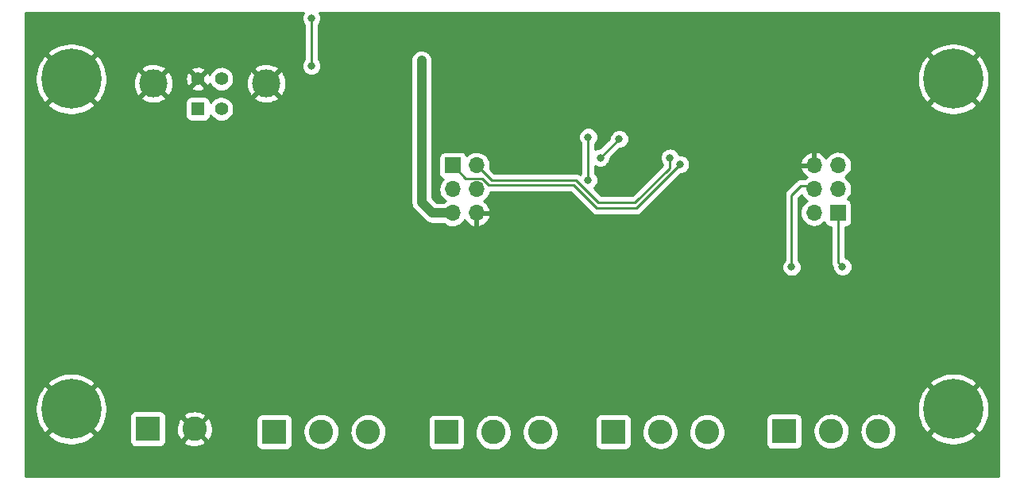
<source format=gbr>
%TF.GenerationSoftware,KiCad,Pcbnew,5.99.0-unknown-a0c54951d~102~ubuntu18.04.1*%
%TF.CreationDate,2020-08-17T14:08:57+02:00*%
%TF.ProjectId,AMPEL,414d5045-4c2e-46b6-9963-61645f706362,rev?*%
%TF.SameCoordinates,Original*%
%TF.FileFunction,Copper,L2,Bot*%
%TF.FilePolarity,Positive*%
%FSLAX46Y46*%
G04 Gerber Fmt 4.6, Leading zero omitted, Abs format (unit mm)*
G04 Created by KiCad (PCBNEW 5.99.0-unknown-a0c54951d~102~ubuntu18.04.1) date 2020-08-17 14:08:57*
%MOMM*%
%LPD*%
G01*
G04 APERTURE LIST*
%TA.AperFunction,ComponentPad*%
%ADD10R,2.600000X2.600000*%
%TD*%
%TA.AperFunction,ComponentPad*%
%ADD11C,2.600000*%
%TD*%
%TA.AperFunction,ComponentPad*%
%ADD12R,1.700000X1.700000*%
%TD*%
%TA.AperFunction,ComponentPad*%
%ADD13O,1.700000X1.700000*%
%TD*%
%TA.AperFunction,ComponentPad*%
%ADD14C,0.800000*%
%TD*%
%TA.AperFunction,ComponentPad*%
%ADD15C,6.400000*%
%TD*%
%TA.AperFunction,ComponentPad*%
%ADD16R,1.400000X1.400000*%
%TD*%
%TA.AperFunction,ComponentPad*%
%ADD17C,1.400000*%
%TD*%
%TA.AperFunction,ComponentPad*%
%ADD18C,3.000000*%
%TD*%
%TA.AperFunction,ViaPad*%
%ADD19C,0.800000*%
%TD*%
%TA.AperFunction,Conductor*%
%ADD20C,0.250000*%
%TD*%
%TA.AperFunction,Conductor*%
%ADD21C,1.000000*%
%TD*%
%TA.AperFunction,Conductor*%
%ADD22C,0.254000*%
%TD*%
G04 APERTURE END LIST*
D10*
%TO.P,J7,1,Pin_1*%
%TO.N,+5V*%
X132638800Y-112623600D03*
D11*
%TO.P,J7,2,Pin_2*%
%TO.N,Net-(J7-Pad2)*%
X137638800Y-112623600D03*
%TO.P,J7,3,Pin_3*%
%TO.N,Net-(F1-Pad2)*%
X142638800Y-112623600D03*
%TD*%
D10*
%TO.P,J5,1,Pin_1*%
%TO.N,FACH_RED*%
X168757600Y-112623600D03*
D11*
%TO.P,J5,2,Pin_2*%
%TO.N,FACH_YELLOW*%
X173757600Y-112623600D03*
%TO.P,J5,3,Pin_3*%
%TO.N,FACH_GREEN*%
X178757600Y-112623600D03*
%TD*%
D12*
%TO.P,J8,1,Pin_1*%
%TO.N,PC0*%
X151660000Y-84220000D03*
D13*
%TO.P,J8,2,Pin_2*%
%TO.N,PC1*%
X154200000Y-84220000D03*
%TO.P,J8,3,Pin_3*%
%TO.N,PD2*%
X151660000Y-86760000D03*
%TO.P,J8,4,Pin_4*%
%TO.N,PD4*%
X154200000Y-86760000D03*
%TO.P,J8,5,Pin_5*%
%TO.N,+5V*%
X151660000Y-89300000D03*
%TO.P,J8,6,Pin_6*%
%TO.N,GND*%
X154200000Y-89300000D03*
%TD*%
D10*
%TO.P,J3,1,Pin_1*%
%TO.N,FIN_RED*%
X186994800Y-112572800D03*
D11*
%TO.P,J3,2,Pin_2*%
%TO.N,FIN_YELLOW*%
X191994800Y-112572800D03*
%TO.P,J3,3,Pin_3*%
%TO.N,FIN_GREEN*%
X196994800Y-112572800D03*
%TD*%
D14*
%TO.P,H3,1,1*%
%TO.N,GND*%
X112697056Y-111897056D03*
D15*
X111000000Y-110200000D03*
D14*
X113400000Y-110200000D03*
X109302944Y-111897056D03*
X112697056Y-108502944D03*
X111000000Y-112600000D03*
X108600000Y-110200000D03*
X109302944Y-108502944D03*
X111000000Y-107800000D03*
%TD*%
D12*
%TO.P,J2,1,Pin_1*%
%TO.N,MISO*%
X192709800Y-89270000D03*
D13*
%TO.P,J2,2,Pin_2*%
%TO.N,+5V*%
X190169800Y-89270000D03*
%TO.P,J2,3,Pin_3*%
%TO.N,SCK*%
X192709800Y-86730000D03*
%TO.P,J2,4,Pin_4*%
%TO.N,MOSI*%
X190169800Y-86730000D03*
%TO.P,J2,5,Pin_5*%
%TO.N,RST*%
X192709800Y-84190000D03*
%TO.P,J2,6,Pin_6*%
%TO.N,GND*%
X190169800Y-84190000D03*
%TD*%
D14*
%TO.P,H2,1,1*%
%TO.N,GND*%
X206697056Y-111897056D03*
D15*
X205000000Y-110200000D03*
D14*
X207400000Y-110200000D03*
X203302944Y-111897056D03*
X206697056Y-108502944D03*
X205000000Y-112600000D03*
X202600000Y-110200000D03*
X203302944Y-108502944D03*
X205000000Y-107800000D03*
%TD*%
D10*
%TO.P,J4,1,Pin_1*%
%TO.N,BIO_RED*%
X150985200Y-112674400D03*
D11*
%TO.P,J4,2,Pin_2*%
%TO.N,BIO_YELLOW*%
X155985200Y-112674400D03*
%TO.P,J4,3,Pin_3*%
%TO.N,BIO_GREEN*%
X160985200Y-112674400D03*
%TD*%
D14*
%TO.P,H1,1,1*%
%TO.N,GND*%
X112697056Y-76697056D03*
D15*
X111000000Y-75000000D03*
D14*
X113400000Y-75000000D03*
X109302944Y-76697056D03*
X112697056Y-73302944D03*
X111000000Y-77400000D03*
X108600000Y-75000000D03*
X109302944Y-73302944D03*
X111000000Y-72600000D03*
%TD*%
%TO.P,H4,1,1*%
%TO.N,GND*%
X206697056Y-76697056D03*
D15*
X205000000Y-75000000D03*
D14*
X207400000Y-75000000D03*
X203302944Y-76697056D03*
X206697056Y-73302944D03*
X205000000Y-77400000D03*
X202600000Y-75000000D03*
X203302944Y-73302944D03*
X205000000Y-72600000D03*
%TD*%
D16*
%TO.P,J1,1,VBUS*%
%TO.N,VBUS*%
X124510800Y-78181200D03*
D17*
%TO.P,J1,2,D-*%
%TO.N,D-*%
X127010800Y-78181200D03*
%TO.P,J1,3,D+*%
%TO.N,D+*%
X127010800Y-74981200D03*
%TO.P,J1,4,GND*%
%TO.N,GND*%
X124510800Y-74981200D03*
D18*
%TO.P,J1,5,Shield*%
X119740800Y-75471200D03*
X131780800Y-75471200D03*
%TD*%
D10*
%TO.P,J6,1,Pin_1*%
%TO.N,+5V*%
X119151400Y-112318800D03*
D11*
%TO.P,J6,2,Pin_2*%
%TO.N,GND*%
X124151400Y-112318800D03*
%TD*%
D19*
%TO.N,GND*%
X138900000Y-78900000D03*
%TO.N,D+*%
X136600000Y-68500000D03*
X136600000Y-73600000D03*
%TO.N,GND*%
X167309800Y-95961200D03*
X197180200Y-103276400D03*
X168300400Y-103378000D03*
X178943000Y-103276400D03*
X149453600Y-95961200D03*
X192201800Y-103276400D03*
X191262000Y-96062800D03*
X150520400Y-103174800D03*
X159918400Y-95961200D03*
X196113400Y-96062800D03*
X155879800Y-103225600D03*
X186766200Y-103200200D03*
X142400000Y-98200000D03*
X185750200Y-96037400D03*
X182000000Y-84200000D03*
X154813000Y-95961200D03*
X139800000Y-102900000D03*
X141782800Y-73609200D03*
X173837600Y-103403400D03*
X159000000Y-88600000D03*
X167800000Y-86600000D03*
X160959800Y-103378000D03*
X167800000Y-85000000D03*
X152501600Y-70459600D03*
X172847000Y-95986600D03*
X159700000Y-77500000D03*
X178003200Y-96012000D03*
%TO.N,+5V*%
X148336000Y-73050400D03*
X166103600Y-81196400D03*
X166103600Y-85788800D03*
X148350000Y-81750000D03*
%TO.N,MISO*%
X193192400Y-95021400D03*
%TO.N,MOSI*%
X187782200Y-95046800D03*
%TO.N,PD2*%
X169400000Y-81400000D03*
X167400000Y-83400000D03*
%TO.N,PC1*%
X174800000Y-83400000D03*
%TO.N,PC0*%
X175900000Y-84100000D03*
%TD*%
D20*
%TO.N,D+*%
X136600000Y-73600000D02*
X136600000Y-68500000D01*
%TO.N,GND*%
X191236600Y-96037400D02*
X191262000Y-96062800D01*
X172821600Y-95961200D02*
X172847000Y-95986600D01*
X177977800Y-95986600D02*
X178003200Y-96012000D01*
X185724800Y-96012000D02*
X185750200Y-96037400D01*
X159918400Y-95961200D02*
X159943800Y-95935800D01*
D21*
%TO.N,+5V*%
X148350000Y-88150000D02*
X148350000Y-81750000D01*
X148350000Y-73064400D02*
X148336000Y-73050400D01*
X149500000Y-89300000D02*
X148350000Y-88150000D01*
D20*
X166103600Y-85788800D02*
X166103600Y-81196400D01*
D21*
X148350000Y-81750000D02*
X148350000Y-73064400D01*
X151660000Y-89300000D02*
X149500000Y-89300000D01*
D20*
%TO.N,MISO*%
X192709800Y-88900000D02*
X192709800Y-94538800D01*
X192709800Y-94538800D02*
X193192400Y-95021400D01*
%TO.N,MOSI*%
X187782200Y-87376000D02*
X187782200Y-95046800D01*
X190169800Y-86360000D02*
X188798200Y-86360000D01*
X188798200Y-86360000D02*
X187782200Y-87376000D01*
%TO.N,PD2*%
X167400000Y-83400000D02*
X169400000Y-81400000D01*
%TO.N,PC1*%
X164800000Y-85800000D02*
X165650000Y-86650000D01*
X174800000Y-83400000D02*
X174800000Y-84500000D01*
X154200000Y-84220000D02*
X155780000Y-85800000D01*
X165650000Y-86650000D02*
X165700000Y-86700000D01*
X167200000Y-88200000D02*
X165650000Y-86650000D01*
X171100000Y-88200000D02*
X167200000Y-88200000D01*
X174800000Y-84500000D02*
X171100000Y-88200000D01*
X155780000Y-85800000D02*
X164800000Y-85800000D01*
%TO.N,PC0*%
X155479002Y-86300000D02*
X164500000Y-86300000D01*
X154764001Y-85584999D02*
X155479002Y-86300000D01*
X164500000Y-86300000D02*
X167000000Y-88800000D01*
X153024999Y-85584999D02*
X154764001Y-85584999D01*
X151660000Y-84220000D02*
X153024999Y-85584999D01*
X171200000Y-88800000D02*
X175900000Y-84100000D01*
X167000000Y-88800000D02*
X171200000Y-88800000D01*
%TD*%
%TO.N,GND*%
D22*
X135640631Y-68093677D02*
X135634310Y-68108937D01*
X135568156Y-68355826D01*
X135566000Y-68372202D01*
X135566000Y-68627798D01*
X135568156Y-68644174D01*
X135634310Y-68891063D01*
X135640631Y-68906323D01*
X135768429Y-69127677D01*
X135778484Y-69140781D01*
X135841001Y-69203297D01*
X135841000Y-72896704D01*
X135778484Y-72959219D01*
X135768429Y-72972323D01*
X135640631Y-73193677D01*
X135634310Y-73208937D01*
X135568156Y-73455826D01*
X135566000Y-73472202D01*
X135566000Y-73727798D01*
X135568156Y-73744174D01*
X135634310Y-73991063D01*
X135640631Y-74006323D01*
X135768429Y-74227677D01*
X135778484Y-74240781D01*
X135959219Y-74421516D01*
X135972323Y-74431571D01*
X136193677Y-74559369D01*
X136208937Y-74565690D01*
X136455826Y-74631844D01*
X136472202Y-74634000D01*
X136727798Y-74634000D01*
X136744174Y-74631844D01*
X136991063Y-74565690D01*
X137006323Y-74559369D01*
X137227677Y-74431571D01*
X137240781Y-74421516D01*
X137421516Y-74240781D01*
X137431571Y-74227677D01*
X137559369Y-74006323D01*
X137565690Y-73991063D01*
X137631844Y-73744174D01*
X137634000Y-73727798D01*
X137634000Y-73472202D01*
X137631844Y-73455826D01*
X137565690Y-73208937D01*
X137559369Y-73193677D01*
X137506758Y-73102550D01*
X147195765Y-73102550D01*
X147196560Y-73117721D01*
X147216001Y-73229114D01*
X147216000Y-81815093D01*
X147216001Y-81815109D01*
X147216000Y-88110692D01*
X147209765Y-88202150D01*
X147210560Y-88217321D01*
X147227731Y-88315705D01*
X147239732Y-88414885D01*
X147243356Y-88429639D01*
X147251271Y-88450585D01*
X147255118Y-88472629D01*
X147259509Y-88487173D01*
X147299651Y-88578621D01*
X147334965Y-88672075D01*
X147342004Y-88685538D01*
X147354684Y-88703988D01*
X147363747Y-88724634D01*
X147371684Y-88737975D01*
X147427481Y-88809909D01*
X147488798Y-88899126D01*
X147498845Y-88910521D01*
X147571851Y-88975568D01*
X148670331Y-90074048D01*
X148730608Y-90143145D01*
X148741898Y-90153310D01*
X148823621Y-90210747D01*
X148902225Y-90272381D01*
X148915222Y-90280252D01*
X148935624Y-90289464D01*
X148953934Y-90302332D01*
X148967324Y-90309512D01*
X149060374Y-90345790D01*
X149151426Y-90386901D01*
X149165923Y-90391444D01*
X149187929Y-90395522D01*
X149208941Y-90403714D01*
X149223987Y-90407536D01*
X149314307Y-90418945D01*
X149420749Y-90438673D01*
X149435911Y-90439627D01*
X149533507Y-90434000D01*
X150699422Y-90434000D01*
X150858792Y-90554968D01*
X150867808Y-90560679D01*
X151081696Y-90672021D01*
X151091545Y-90676131D01*
X151321134Y-90749844D01*
X151331535Y-90752236D01*
X151570262Y-90786212D01*
X151580917Y-90786817D01*
X151821956Y-90780084D01*
X151832561Y-90778885D01*
X152069019Y-90731636D01*
X152079270Y-90728667D01*
X152304387Y-90642253D01*
X152313991Y-90637600D01*
X152521330Y-90514491D01*
X152530012Y-90508286D01*
X152713645Y-90352004D01*
X152721158Y-90344424D01*
X152875833Y-90159435D01*
X152881962Y-90150698D01*
X152929486Y-90069043D01*
X153027430Y-90217584D01*
X153034038Y-90225965D01*
X153198798Y-90402032D01*
X153206722Y-90409180D01*
X153398792Y-90554968D01*
X153407808Y-90560679D01*
X153621696Y-90672021D01*
X153631545Y-90676131D01*
X153861134Y-90749845D01*
X153871535Y-90752236D01*
X153985162Y-90768407D01*
X154072000Y-90693052D01*
X154072000Y-89501809D01*
X154328000Y-89501809D01*
X154328000Y-90693748D01*
X154420218Y-90769362D01*
X154609019Y-90731636D01*
X154619270Y-90728667D01*
X154844387Y-90642253D01*
X154853991Y-90637600D01*
X155061330Y-90514491D01*
X155070012Y-90508286D01*
X155253645Y-90352004D01*
X155261158Y-90344424D01*
X155415833Y-90159435D01*
X155421962Y-90150698D01*
X155543256Y-89942294D01*
X155547825Y-89932650D01*
X155632272Y-89706787D01*
X155635151Y-89696511D01*
X155668943Y-89519369D01*
X155593356Y-89428000D01*
X154401809Y-89428000D01*
X154328000Y-89501809D01*
X154072000Y-89501809D01*
X154072000Y-89172000D01*
X155592863Y-89172000D01*
X155668373Y-89082487D01*
X155642499Y-88931114D01*
X155639817Y-88920784D01*
X155559723Y-88693343D01*
X155555339Y-88683612D01*
X155438067Y-88472916D01*
X155432107Y-88464064D01*
X155281013Y-88276140D01*
X155273647Y-88268417D01*
X155093049Y-88108638D01*
X155084486Y-88102267D01*
X154967888Y-88029973D01*
X155061330Y-87974491D01*
X155070012Y-87968286D01*
X155253645Y-87812004D01*
X155261158Y-87804424D01*
X155415833Y-87619435D01*
X155421962Y-87610698D01*
X155543256Y-87402294D01*
X155547825Y-87392650D01*
X155632272Y-87166787D01*
X155635151Y-87156511D01*
X155653752Y-87059000D01*
X164185614Y-87059000D01*
X166392414Y-89265801D01*
X166541211Y-89414598D01*
X166557256Y-89426256D01*
X166602196Y-89449154D01*
X166643002Y-89478802D01*
X166660674Y-89487806D01*
X166708642Y-89503391D01*
X166753586Y-89526292D01*
X166772448Y-89532420D01*
X166822274Y-89540312D01*
X166870238Y-89555897D01*
X166889826Y-89558999D01*
X166944967Y-89558999D01*
X166944979Y-89559000D01*
X171255021Y-89559000D01*
X171255033Y-89558999D01*
X171310173Y-89558999D01*
X171329762Y-89555896D01*
X171377725Y-89540312D01*
X171427551Y-89532421D01*
X171446414Y-89526292D01*
X171491360Y-89503390D01*
X171539324Y-89487806D01*
X171556996Y-89478802D01*
X171597800Y-89449157D01*
X171642745Y-89426256D01*
X171658790Y-89414598D01*
X171814769Y-89258619D01*
X171814774Y-89258612D01*
X175939388Y-85134000D01*
X176027798Y-85134000D01*
X176044174Y-85131844D01*
X176291063Y-85065690D01*
X176306323Y-85059369D01*
X176527677Y-84931571D01*
X176540781Y-84921516D01*
X176721516Y-84740781D01*
X176731571Y-84727677D01*
X176859369Y-84506323D01*
X176865690Y-84491063D01*
X176931844Y-84244174D01*
X176934000Y-84227798D01*
X176934000Y-83972202D01*
X176932820Y-83963233D01*
X188693885Y-83963233D01*
X188769534Y-84062000D01*
X189967991Y-84062001D01*
X190041800Y-83988192D01*
X190041801Y-82796201D01*
X189956781Y-82720982D01*
X189869274Y-82731726D01*
X189858830Y-82733918D01*
X189627868Y-82803210D01*
X189617942Y-82807130D01*
X189401955Y-82914346D01*
X189392832Y-82919882D01*
X189197999Y-83061957D01*
X189189938Y-83068952D01*
X189021829Y-83241822D01*
X189015063Y-83250074D01*
X188878483Y-83448798D01*
X188873203Y-83458073D01*
X188772060Y-83676968D01*
X188768419Y-83687000D01*
X188693885Y-83963233D01*
X176932820Y-83963233D01*
X176931844Y-83955826D01*
X176865690Y-83708937D01*
X176859369Y-83693677D01*
X176731571Y-83472323D01*
X176721516Y-83459219D01*
X176540781Y-83278484D01*
X176527677Y-83268429D01*
X176306323Y-83140631D01*
X176291063Y-83134310D01*
X176044174Y-83068156D01*
X176027798Y-83066000D01*
X175780980Y-83066000D01*
X175765690Y-83008937D01*
X175759369Y-82993677D01*
X175631571Y-82772323D01*
X175621516Y-82759219D01*
X175440781Y-82578484D01*
X175427677Y-82568429D01*
X175206323Y-82440631D01*
X175191063Y-82434310D01*
X174944174Y-82368156D01*
X174927798Y-82366000D01*
X174672202Y-82366000D01*
X174655826Y-82368156D01*
X174408937Y-82434310D01*
X174393677Y-82440631D01*
X174172323Y-82568429D01*
X174159219Y-82578484D01*
X173978484Y-82759219D01*
X173968429Y-82772323D01*
X173840631Y-82993677D01*
X173834310Y-83008937D01*
X173768156Y-83255826D01*
X173766000Y-83272202D01*
X173766000Y-83527798D01*
X173768156Y-83544174D01*
X173834310Y-83791063D01*
X173840631Y-83806323D01*
X173968429Y-84027677D01*
X173978484Y-84040781D01*
X174041001Y-84103297D01*
X174041001Y-84185612D01*
X170785614Y-87441000D01*
X167514388Y-87441000D01*
X166707491Y-86634104D01*
X166731277Y-86620371D01*
X166744381Y-86610316D01*
X166925116Y-86429581D01*
X166935171Y-86416477D01*
X167062969Y-86195123D01*
X167069290Y-86179863D01*
X167135444Y-85932974D01*
X167137600Y-85916598D01*
X167137600Y-85661002D01*
X167135444Y-85644626D01*
X167069290Y-85397737D01*
X167062969Y-85382477D01*
X166935171Y-85161123D01*
X166925116Y-85148019D01*
X166862600Y-85085504D01*
X166862600Y-84283692D01*
X166993677Y-84359369D01*
X167008937Y-84365690D01*
X167255826Y-84431844D01*
X167272202Y-84434000D01*
X167527798Y-84434000D01*
X167544174Y-84431844D01*
X167791063Y-84365690D01*
X167806323Y-84359369D01*
X168027677Y-84231571D01*
X168040781Y-84221516D01*
X168221516Y-84040781D01*
X168231571Y-84027677D01*
X168359369Y-83806323D01*
X168365690Y-83791063D01*
X168431844Y-83544174D01*
X168434000Y-83527798D01*
X168434000Y-83439386D01*
X169439387Y-82434000D01*
X169527798Y-82434000D01*
X169544174Y-82431844D01*
X169791063Y-82365690D01*
X169806323Y-82359369D01*
X170027677Y-82231571D01*
X170040781Y-82221516D01*
X170221516Y-82040781D01*
X170231571Y-82027677D01*
X170359369Y-81806323D01*
X170365690Y-81791063D01*
X170431844Y-81544174D01*
X170434000Y-81527798D01*
X170434000Y-81272202D01*
X170431844Y-81255826D01*
X170365690Y-81008937D01*
X170359369Y-80993677D01*
X170231571Y-80772323D01*
X170221516Y-80759219D01*
X170040781Y-80578484D01*
X170027677Y-80568429D01*
X169806323Y-80440631D01*
X169791063Y-80434310D01*
X169544174Y-80368156D01*
X169527798Y-80366000D01*
X169272202Y-80366000D01*
X169255826Y-80368156D01*
X169008937Y-80434310D01*
X168993677Y-80440631D01*
X168772323Y-80568429D01*
X168759219Y-80578484D01*
X168578484Y-80759219D01*
X168568429Y-80772323D01*
X168440631Y-80993677D01*
X168434310Y-81008937D01*
X168368156Y-81255826D01*
X168366000Y-81272202D01*
X168366000Y-81360613D01*
X167360614Y-82366000D01*
X167272202Y-82366000D01*
X167255826Y-82368156D01*
X167008937Y-82434310D01*
X166993677Y-82440631D01*
X166862600Y-82516308D01*
X166862600Y-81899696D01*
X166925116Y-81837181D01*
X166935171Y-81824077D01*
X167062969Y-81602723D01*
X167069290Y-81587463D01*
X167135444Y-81340574D01*
X167137600Y-81324198D01*
X167137600Y-81068602D01*
X167135444Y-81052226D01*
X167069290Y-80805337D01*
X167062969Y-80790077D01*
X166935171Y-80568723D01*
X166925116Y-80555619D01*
X166744381Y-80374884D01*
X166731277Y-80364829D01*
X166509923Y-80237031D01*
X166494663Y-80230710D01*
X166247774Y-80164556D01*
X166231398Y-80162400D01*
X165975802Y-80162400D01*
X165959426Y-80164556D01*
X165712537Y-80230710D01*
X165697277Y-80237031D01*
X165475923Y-80364829D01*
X165462819Y-80374884D01*
X165282084Y-80555619D01*
X165272029Y-80568723D01*
X165144231Y-80790077D01*
X165137910Y-80805337D01*
X165071756Y-81052226D01*
X165069600Y-81068602D01*
X165069600Y-81324198D01*
X165071756Y-81340574D01*
X165137910Y-81587463D01*
X165144231Y-81602723D01*
X165272029Y-81824077D01*
X165282084Y-81837181D01*
X165344601Y-81899697D01*
X165344600Y-85085504D01*
X165282084Y-85148019D01*
X165272029Y-85161123D01*
X165258242Y-85185004D01*
X165242745Y-85173744D01*
X165197800Y-85150843D01*
X165156996Y-85121198D01*
X165139324Y-85112194D01*
X165091360Y-85096610D01*
X165046414Y-85073708D01*
X165027551Y-85067579D01*
X164977725Y-85059688D01*
X164929762Y-85044104D01*
X164910173Y-85041001D01*
X164855033Y-85041001D01*
X164855021Y-85041000D01*
X156094387Y-85041000D01*
X155640717Y-84587330D01*
X155680392Y-84379351D01*
X155681507Y-84368128D01*
X155684077Y-84100341D01*
X155683178Y-84089099D01*
X155642499Y-83851114D01*
X155639817Y-83840784D01*
X155559723Y-83613343D01*
X155555339Y-83603612D01*
X155438067Y-83392916D01*
X155432107Y-83384064D01*
X155281013Y-83196140D01*
X155273647Y-83188417D01*
X155093049Y-83028638D01*
X155084486Y-83022267D01*
X154879549Y-82895202D01*
X154870036Y-82890365D01*
X154646619Y-82799645D01*
X154636427Y-82796480D01*
X154400919Y-82744700D01*
X154390340Y-82743298D01*
X154149475Y-82731939D01*
X154138809Y-82732339D01*
X153899474Y-82761727D01*
X153889030Y-82763918D01*
X153658068Y-82833210D01*
X153648142Y-82837130D01*
X153432155Y-82944346D01*
X153423032Y-82949882D01*
X153228199Y-83091957D01*
X153220138Y-83098952D01*
X153113137Y-83208983D01*
X153074863Y-83066142D01*
X153062120Y-83041662D01*
X152931010Y-82885410D01*
X152914121Y-82871239D01*
X152739880Y-82770641D01*
X152719163Y-82763100D01*
X152526462Y-82729122D01*
X152515501Y-82728163D01*
X150801742Y-82728163D01*
X150785366Y-82730319D01*
X150506142Y-82805137D01*
X150481662Y-82817880D01*
X150325410Y-82948990D01*
X150311239Y-82965879D01*
X150210641Y-83140120D01*
X150203100Y-83160837D01*
X150169122Y-83353538D01*
X150168163Y-83364499D01*
X150168163Y-85078258D01*
X150170319Y-85094634D01*
X150245137Y-85373859D01*
X150257880Y-85398339D01*
X150388990Y-85554590D01*
X150405879Y-85568761D01*
X150580120Y-85669359D01*
X150600837Y-85676900D01*
X150637029Y-85683282D01*
X150512029Y-85811822D01*
X150505263Y-85820074D01*
X150368683Y-86018798D01*
X150363403Y-86028073D01*
X150262260Y-86246968D01*
X150258618Y-86257000D01*
X150195802Y-86489807D01*
X150193903Y-86500309D01*
X150171211Y-86740372D01*
X150171109Y-86751043D01*
X150189188Y-86991497D01*
X150190885Y-87002034D01*
X150249221Y-87236005D01*
X150252669Y-87246104D01*
X150349591Y-87466900D01*
X150354692Y-87476275D01*
X150487430Y-87677584D01*
X150494038Y-87685965D01*
X150658798Y-87862032D01*
X150666722Y-87869180D01*
X150858792Y-88014968D01*
X150867808Y-88020679D01*
X150884166Y-88029194D01*
X150883032Y-88029882D01*
X150696368Y-88166000D01*
X149969718Y-88166000D01*
X149484000Y-87680283D01*
X149484000Y-77744925D01*
X202436094Y-77744925D01*
X202438928Y-77853156D01*
X202581420Y-77981455D01*
X202586548Y-77985608D01*
X202906315Y-78217933D01*
X202911850Y-78221527D01*
X203254150Y-78419155D01*
X203260030Y-78422151D01*
X203621113Y-78582915D01*
X203627274Y-78585280D01*
X204003184Y-78707421D01*
X204009558Y-78709129D01*
X204396176Y-78791307D01*
X204402693Y-78792339D01*
X204795783Y-78833654D01*
X204802373Y-78833999D01*
X205197627Y-78833999D01*
X205204217Y-78833654D01*
X205597307Y-78792339D01*
X205603824Y-78791307D01*
X205990442Y-78709129D01*
X205996816Y-78707421D01*
X206372726Y-78585280D01*
X206378887Y-78582915D01*
X206739970Y-78422151D01*
X206745850Y-78419155D01*
X207088150Y-78221527D01*
X207093685Y-78217933D01*
X207413452Y-77985608D01*
X207418580Y-77981455D01*
X207561072Y-77853156D01*
X207563906Y-77744925D01*
X205052191Y-75233210D01*
X204947809Y-75233210D01*
X202436094Y-77744925D01*
X149484000Y-77744925D01*
X149484000Y-74802373D01*
X201166001Y-74802373D01*
X201166001Y-75197627D01*
X201166346Y-75204217D01*
X201207661Y-75597307D01*
X201208693Y-75603824D01*
X201290871Y-75990442D01*
X201292579Y-75996816D01*
X201414720Y-76372726D01*
X201417085Y-76378887D01*
X201577849Y-76739970D01*
X201580845Y-76745850D01*
X201778473Y-77088150D01*
X201782067Y-77093685D01*
X202014392Y-77413452D01*
X202018545Y-77418580D01*
X202146844Y-77561072D01*
X202255075Y-77563906D01*
X204766790Y-75052191D01*
X204766790Y-74947809D01*
X205233210Y-74947809D01*
X205233210Y-75052191D01*
X207744925Y-77563906D01*
X207853156Y-77561072D01*
X207981455Y-77418580D01*
X207985608Y-77413452D01*
X208217933Y-77093685D01*
X208221527Y-77088150D01*
X208419155Y-76745850D01*
X208422151Y-76739970D01*
X208582915Y-76378887D01*
X208585280Y-76372726D01*
X208707421Y-75996816D01*
X208709129Y-75990442D01*
X208791307Y-75603824D01*
X208792339Y-75597307D01*
X208833654Y-75204217D01*
X208833999Y-75197627D01*
X208833999Y-74802373D01*
X208833654Y-74795783D01*
X208792339Y-74402693D01*
X208791307Y-74396176D01*
X208709129Y-74009558D01*
X208707421Y-74003184D01*
X208585280Y-73627274D01*
X208582915Y-73621113D01*
X208422151Y-73260030D01*
X208419155Y-73254150D01*
X208221527Y-72911850D01*
X208217933Y-72906315D01*
X207985608Y-72586548D01*
X207981455Y-72581420D01*
X207853156Y-72438928D01*
X207744925Y-72436094D01*
X205233210Y-74947809D01*
X204766790Y-74947809D01*
X202255075Y-72436094D01*
X202146844Y-72438928D01*
X202018545Y-72581420D01*
X202014392Y-72586548D01*
X201782067Y-72906315D01*
X201778473Y-72911850D01*
X201580845Y-73254150D01*
X201577849Y-73260030D01*
X201417085Y-73621113D01*
X201414720Y-73627274D01*
X201292579Y-74003184D01*
X201290871Y-74009558D01*
X201208693Y-74396176D01*
X201207661Y-74402693D01*
X201166346Y-74795783D01*
X201166001Y-74802373D01*
X149484000Y-74802373D01*
X149484000Y-73103708D01*
X149490235Y-73012250D01*
X149489440Y-72997079D01*
X149472270Y-72898698D01*
X149460268Y-72799514D01*
X149456644Y-72784761D01*
X149448730Y-72763816D01*
X149444882Y-72741770D01*
X149440491Y-72727227D01*
X149400352Y-72635786D01*
X149365035Y-72542324D01*
X149357996Y-72528860D01*
X149345314Y-72510409D01*
X149336253Y-72489766D01*
X149328316Y-72476425D01*
X149272523Y-72404497D01*
X149211203Y-72315275D01*
X149201155Y-72303879D01*
X149146380Y-72255075D01*
X202436094Y-72255075D01*
X204947809Y-74766790D01*
X205052191Y-74766790D01*
X207563906Y-72255075D01*
X207561072Y-72146844D01*
X207418580Y-72018545D01*
X207413452Y-72014392D01*
X207093685Y-71782067D01*
X207088150Y-71778473D01*
X206745850Y-71580845D01*
X206739970Y-71577849D01*
X206378887Y-71417085D01*
X206372726Y-71414720D01*
X205996816Y-71292579D01*
X205990442Y-71290871D01*
X205603824Y-71208693D01*
X205597307Y-71207661D01*
X205204217Y-71166346D01*
X205197627Y-71166001D01*
X204802373Y-71166001D01*
X204795783Y-71166346D01*
X204402693Y-71207661D01*
X204396176Y-71208693D01*
X204009558Y-71290871D01*
X204003184Y-71292579D01*
X203627274Y-71414720D01*
X203621113Y-71417085D01*
X203260030Y-71577849D01*
X203254150Y-71580845D01*
X202911850Y-71778473D01*
X202906315Y-71782067D01*
X202586548Y-72014392D01*
X202581420Y-72018545D01*
X202438928Y-72146844D01*
X202436094Y-72255075D01*
X149146380Y-72255075D01*
X149128143Y-72238827D01*
X149091917Y-72202601D01*
X149086238Y-72197567D01*
X149049516Y-72168773D01*
X149007651Y-72131473D01*
X148995177Y-72122804D01*
X148981972Y-72115811D01*
X148933775Y-72078020D01*
X148920780Y-72070150D01*
X148684575Y-71963499D01*
X148670078Y-71958956D01*
X148415250Y-71911727D01*
X148400087Y-71910773D01*
X148141351Y-71925692D01*
X148126399Y-71928383D01*
X147878690Y-72004588D01*
X147864811Y-72010767D01*
X147642429Y-72143860D01*
X147630425Y-72153171D01*
X147446208Y-72335467D01*
X147436771Y-72347373D01*
X147301357Y-72568350D01*
X147295033Y-72582163D01*
X147216238Y-72829062D01*
X147213391Y-72843985D01*
X147195765Y-73102550D01*
X137506758Y-73102550D01*
X137431571Y-72972323D01*
X137421516Y-72959219D01*
X137359000Y-72896704D01*
X137359000Y-69203296D01*
X137421516Y-69140781D01*
X137431571Y-69127677D01*
X137559369Y-68906323D01*
X137565690Y-68891063D01*
X137631844Y-68644174D01*
X137634000Y-68627798D01*
X137634000Y-68372202D01*
X137631844Y-68355826D01*
X137565690Y-68108937D01*
X137559369Y-68093677D01*
X137441329Y-67889224D01*
X209860776Y-67889224D01*
X209860776Y-117360776D01*
X106139224Y-117360776D01*
X106139224Y-112944925D01*
X108436094Y-112944925D01*
X108438928Y-113053156D01*
X108581420Y-113181455D01*
X108586548Y-113185608D01*
X108906315Y-113417933D01*
X108911850Y-113421527D01*
X109254150Y-113619155D01*
X109260030Y-113622151D01*
X109621113Y-113782915D01*
X109627274Y-113785280D01*
X110003184Y-113907421D01*
X110009558Y-113909129D01*
X110396176Y-113991307D01*
X110402693Y-113992339D01*
X110795783Y-114033654D01*
X110802373Y-114033999D01*
X111197627Y-114033999D01*
X111204217Y-114033654D01*
X111597307Y-113992339D01*
X111603824Y-113991307D01*
X111990442Y-113909129D01*
X111996816Y-113907421D01*
X112372726Y-113785280D01*
X112378887Y-113782915D01*
X112739970Y-113622151D01*
X112745850Y-113619155D01*
X113088150Y-113421527D01*
X113093685Y-113417933D01*
X113413452Y-113185608D01*
X113418580Y-113181455D01*
X113561072Y-113053156D01*
X113563906Y-112944925D01*
X111052191Y-110433210D01*
X110947809Y-110433210D01*
X108436094Y-112944925D01*
X106139224Y-112944925D01*
X106139224Y-110002373D01*
X107166001Y-110002373D01*
X107166001Y-110397627D01*
X107166346Y-110404217D01*
X107207661Y-110797307D01*
X107208693Y-110803824D01*
X107290871Y-111190442D01*
X107292579Y-111196816D01*
X107414720Y-111572726D01*
X107417085Y-111578887D01*
X107577849Y-111939970D01*
X107580845Y-111945850D01*
X107778473Y-112288150D01*
X107782067Y-112293685D01*
X108014392Y-112613452D01*
X108018545Y-112618580D01*
X108146844Y-112761072D01*
X108255075Y-112763906D01*
X110766790Y-110252191D01*
X110766790Y-110147809D01*
X111233210Y-110147809D01*
X111233210Y-110252191D01*
X113744925Y-112763906D01*
X113853156Y-112761072D01*
X113981455Y-112618580D01*
X113985608Y-112613452D01*
X114217933Y-112293685D01*
X114221527Y-112288150D01*
X114419155Y-111945850D01*
X114422151Y-111939970D01*
X114582915Y-111578887D01*
X114585280Y-111572726D01*
X114707421Y-111196816D01*
X114709129Y-111190442D01*
X114746781Y-111013299D01*
X117209563Y-111013299D01*
X117209563Y-113627058D01*
X117211719Y-113643434D01*
X117286537Y-113922659D01*
X117299280Y-113947139D01*
X117430390Y-114103390D01*
X117447279Y-114117561D01*
X117621520Y-114218159D01*
X117642237Y-114225700D01*
X117834938Y-114259678D01*
X117845899Y-114260637D01*
X120459658Y-114260637D01*
X120476034Y-114258481D01*
X120755259Y-114183663D01*
X120779739Y-114170920D01*
X120935990Y-114039810D01*
X120950161Y-114022921D01*
X121050759Y-113848680D01*
X121058300Y-113827963D01*
X121077935Y-113716606D01*
X122934613Y-113716606D01*
X122938939Y-113826747D01*
X123001038Y-113879786D01*
X123008580Y-113885316D01*
X123244404Y-114032676D01*
X123252679Y-114037029D01*
X123507693Y-114147913D01*
X123516521Y-114150996D01*
X123785124Y-114222967D01*
X123794310Y-114224711D01*
X124070600Y-114256190D01*
X124079944Y-114256557D01*
X124357853Y-114246853D01*
X124367148Y-114245835D01*
X124640570Y-114195159D01*
X124649612Y-114192778D01*
X124912540Y-114102245D01*
X124921131Y-114098554D01*
X125167789Y-113970151D01*
X125175741Y-113965231D01*
X125358847Y-113832197D01*
X125367962Y-113716381D01*
X124203591Y-112552010D01*
X124099209Y-112552010D01*
X122934613Y-113716606D01*
X121077935Y-113716606D01*
X121092278Y-113635262D01*
X121093237Y-113624301D01*
X121093237Y-112407164D01*
X122214340Y-112407164D01*
X122214788Y-112416503D01*
X122248678Y-112692508D01*
X122250502Y-112701679D01*
X122324815Y-112969643D01*
X122327975Y-112978444D01*
X122441079Y-113232481D01*
X122445505Y-113240718D01*
X122594916Y-113475245D01*
X122600507Y-113482733D01*
X122643566Y-113532275D01*
X122753078Y-113536103D01*
X123918190Y-112370991D01*
X123918190Y-112266609D01*
X124384610Y-112266609D01*
X124384610Y-112370991D01*
X125548344Y-113534725D01*
X125662907Y-113526714D01*
X125779704Y-113371719D01*
X125784762Y-113363855D01*
X125917449Y-113119475D01*
X125921289Y-113110950D01*
X126016398Y-112849641D01*
X126018936Y-112840642D01*
X126074540Y-112567336D01*
X126075786Y-112556405D01*
X126085584Y-112182235D01*
X126084912Y-112171253D01*
X126043688Y-111895412D01*
X126041624Y-111886292D01*
X125960322Y-111620365D01*
X125956933Y-111611650D01*
X125837217Y-111360661D01*
X125832577Y-111352543D01*
X125809345Y-111318099D01*
X130696963Y-111318099D01*
X130696963Y-113931858D01*
X130699119Y-113948234D01*
X130773937Y-114227459D01*
X130786680Y-114251939D01*
X130917790Y-114408190D01*
X130934679Y-114422361D01*
X131108920Y-114522959D01*
X131129637Y-114530500D01*
X131322338Y-114564478D01*
X131333299Y-114565437D01*
X133947058Y-114565437D01*
X133963434Y-114563281D01*
X134242659Y-114488463D01*
X134267139Y-114475720D01*
X134423390Y-114344610D01*
X134437561Y-114327721D01*
X134538159Y-114153480D01*
X134545700Y-114132763D01*
X134579678Y-113940062D01*
X134580637Y-113929101D01*
X134580637Y-112711964D01*
X135701740Y-112711964D01*
X135702188Y-112721303D01*
X135736078Y-112997308D01*
X135737902Y-113006479D01*
X135812215Y-113274443D01*
X135815375Y-113283244D01*
X135928479Y-113537281D01*
X135932905Y-113545518D01*
X136082317Y-113780047D01*
X136087911Y-113787539D01*
X136270347Y-113997407D01*
X136276987Y-114003990D01*
X136488440Y-114184587D01*
X136495980Y-114190117D01*
X136731804Y-114337476D01*
X136740079Y-114341829D01*
X136995093Y-114452713D01*
X137003921Y-114455796D01*
X137272524Y-114527767D01*
X137281710Y-114529511D01*
X137558000Y-114560990D01*
X137567344Y-114561357D01*
X137845253Y-114551653D01*
X137854548Y-114550635D01*
X138127970Y-114499959D01*
X138137012Y-114497578D01*
X138399940Y-114407045D01*
X138408531Y-114403354D01*
X138655189Y-114274951D01*
X138663141Y-114270031D01*
X138888110Y-114106581D01*
X138895247Y-114100539D01*
X139093586Y-113905632D01*
X139099751Y-113898602D01*
X139267104Y-113676519D01*
X139272162Y-113668655D01*
X139404849Y-113424275D01*
X139408689Y-113415750D01*
X139503798Y-113154441D01*
X139506336Y-113145442D01*
X139561940Y-112872136D01*
X139563186Y-112861205D01*
X139567094Y-112711964D01*
X140701740Y-112711964D01*
X140702188Y-112721303D01*
X140736078Y-112997308D01*
X140737902Y-113006479D01*
X140812215Y-113274443D01*
X140815375Y-113283244D01*
X140928479Y-113537281D01*
X140932905Y-113545518D01*
X141082317Y-113780047D01*
X141087911Y-113787539D01*
X141270347Y-113997407D01*
X141276987Y-114003990D01*
X141488440Y-114184587D01*
X141495980Y-114190117D01*
X141731804Y-114337476D01*
X141740079Y-114341829D01*
X141995093Y-114452713D01*
X142003921Y-114455796D01*
X142272524Y-114527767D01*
X142281710Y-114529511D01*
X142558000Y-114560990D01*
X142567344Y-114561357D01*
X142845253Y-114551653D01*
X142854548Y-114550635D01*
X143127970Y-114499959D01*
X143137012Y-114497578D01*
X143399940Y-114407045D01*
X143408531Y-114403354D01*
X143655189Y-114274951D01*
X143663141Y-114270031D01*
X143888110Y-114106581D01*
X143895247Y-114100539D01*
X144093586Y-113905632D01*
X144099751Y-113898602D01*
X144267104Y-113676519D01*
X144272162Y-113668655D01*
X144404849Y-113424275D01*
X144408689Y-113415750D01*
X144503798Y-113154441D01*
X144506336Y-113145442D01*
X144561940Y-112872136D01*
X144563186Y-112861205D01*
X144572984Y-112487035D01*
X144572312Y-112476053D01*
X144531088Y-112200212D01*
X144529024Y-112191092D01*
X144447722Y-111925165D01*
X144444333Y-111916450D01*
X144324617Y-111665461D01*
X144319977Y-111657343D01*
X144164478Y-111426806D01*
X144158690Y-111419463D01*
X144112357Y-111368899D01*
X149043363Y-111368899D01*
X149043363Y-113982658D01*
X149045519Y-113999034D01*
X149120337Y-114278259D01*
X149133080Y-114302739D01*
X149264190Y-114458990D01*
X149281079Y-114473161D01*
X149455320Y-114573759D01*
X149476037Y-114581300D01*
X149668738Y-114615278D01*
X149679699Y-114616237D01*
X152293458Y-114616237D01*
X152309834Y-114614081D01*
X152589059Y-114539263D01*
X152613539Y-114526520D01*
X152769790Y-114395410D01*
X152783961Y-114378521D01*
X152884559Y-114204280D01*
X152892100Y-114183563D01*
X152926078Y-113990862D01*
X152927037Y-113979901D01*
X152927037Y-112762764D01*
X154048140Y-112762764D01*
X154048588Y-112772103D01*
X154082478Y-113048108D01*
X154084302Y-113057279D01*
X154158615Y-113325243D01*
X154161775Y-113334044D01*
X154274879Y-113588081D01*
X154279305Y-113596318D01*
X154428717Y-113830847D01*
X154434311Y-113838339D01*
X154616747Y-114048207D01*
X154623387Y-114054790D01*
X154834840Y-114235387D01*
X154842380Y-114240917D01*
X155078204Y-114388276D01*
X155086479Y-114392629D01*
X155341493Y-114503513D01*
X155350321Y-114506596D01*
X155618924Y-114578567D01*
X155628110Y-114580311D01*
X155904400Y-114611790D01*
X155913744Y-114612157D01*
X156191653Y-114602453D01*
X156200948Y-114601435D01*
X156474370Y-114550759D01*
X156483412Y-114548378D01*
X156746340Y-114457845D01*
X156754931Y-114454154D01*
X157001589Y-114325751D01*
X157009541Y-114320831D01*
X157234510Y-114157381D01*
X157241647Y-114151339D01*
X157439986Y-113956432D01*
X157446151Y-113949402D01*
X157613504Y-113727319D01*
X157618562Y-113719455D01*
X157751249Y-113475075D01*
X157755089Y-113466550D01*
X157850198Y-113205241D01*
X157852736Y-113196242D01*
X157908340Y-112922936D01*
X157909586Y-112912005D01*
X157913494Y-112762764D01*
X159048140Y-112762764D01*
X159048588Y-112772103D01*
X159082478Y-113048108D01*
X159084302Y-113057279D01*
X159158615Y-113325243D01*
X159161775Y-113334044D01*
X159274879Y-113588081D01*
X159279305Y-113596318D01*
X159428717Y-113830847D01*
X159434311Y-113838339D01*
X159616747Y-114048207D01*
X159623387Y-114054790D01*
X159834840Y-114235387D01*
X159842380Y-114240917D01*
X160078204Y-114388276D01*
X160086479Y-114392629D01*
X160341493Y-114503513D01*
X160350321Y-114506596D01*
X160618924Y-114578567D01*
X160628110Y-114580311D01*
X160904400Y-114611790D01*
X160913744Y-114612157D01*
X161191653Y-114602453D01*
X161200948Y-114601435D01*
X161474370Y-114550759D01*
X161483412Y-114548378D01*
X161746340Y-114457845D01*
X161754931Y-114454154D01*
X162001589Y-114325751D01*
X162009541Y-114320831D01*
X162234510Y-114157381D01*
X162241647Y-114151339D01*
X162439986Y-113956432D01*
X162446151Y-113949402D01*
X162613504Y-113727319D01*
X162618562Y-113719455D01*
X162751249Y-113475075D01*
X162755089Y-113466550D01*
X162850198Y-113205241D01*
X162852736Y-113196242D01*
X162908340Y-112922936D01*
X162909586Y-112912005D01*
X162919384Y-112537835D01*
X162918712Y-112526853D01*
X162877488Y-112251012D01*
X162875424Y-112241892D01*
X162794122Y-111975965D01*
X162790733Y-111967250D01*
X162671017Y-111716261D01*
X162666377Y-111708143D01*
X162510878Y-111477606D01*
X162505090Y-111470263D01*
X162365657Y-111318099D01*
X166815763Y-111318099D01*
X166815763Y-113931858D01*
X166817919Y-113948234D01*
X166892737Y-114227459D01*
X166905480Y-114251939D01*
X167036590Y-114408190D01*
X167053479Y-114422361D01*
X167227720Y-114522959D01*
X167248437Y-114530500D01*
X167441138Y-114564478D01*
X167452099Y-114565437D01*
X170065858Y-114565437D01*
X170082234Y-114563281D01*
X170361459Y-114488463D01*
X170385939Y-114475720D01*
X170542190Y-114344610D01*
X170556361Y-114327721D01*
X170656959Y-114153480D01*
X170664500Y-114132763D01*
X170698478Y-113940062D01*
X170699437Y-113929101D01*
X170699437Y-112711964D01*
X171820540Y-112711964D01*
X171820988Y-112721303D01*
X171854878Y-112997308D01*
X171856702Y-113006479D01*
X171931015Y-113274443D01*
X171934175Y-113283244D01*
X172047279Y-113537281D01*
X172051705Y-113545518D01*
X172201117Y-113780047D01*
X172206711Y-113787539D01*
X172389147Y-113997407D01*
X172395787Y-114003990D01*
X172607240Y-114184587D01*
X172614780Y-114190117D01*
X172850604Y-114337476D01*
X172858879Y-114341829D01*
X173113893Y-114452713D01*
X173122721Y-114455796D01*
X173391324Y-114527767D01*
X173400510Y-114529511D01*
X173676800Y-114560990D01*
X173686144Y-114561357D01*
X173964053Y-114551653D01*
X173973348Y-114550635D01*
X174246770Y-114499959D01*
X174255812Y-114497578D01*
X174518740Y-114407045D01*
X174527331Y-114403354D01*
X174773989Y-114274951D01*
X174781941Y-114270031D01*
X175006910Y-114106581D01*
X175014047Y-114100539D01*
X175212386Y-113905632D01*
X175218551Y-113898602D01*
X175385904Y-113676519D01*
X175390962Y-113668655D01*
X175523649Y-113424275D01*
X175527489Y-113415750D01*
X175622598Y-113154441D01*
X175625136Y-113145442D01*
X175680740Y-112872136D01*
X175681986Y-112861205D01*
X175685894Y-112711964D01*
X176820540Y-112711964D01*
X176820988Y-112721303D01*
X176854878Y-112997308D01*
X176856702Y-113006479D01*
X176931015Y-113274443D01*
X176934175Y-113283244D01*
X177047279Y-113537281D01*
X177051705Y-113545518D01*
X177201117Y-113780047D01*
X177206711Y-113787539D01*
X177389147Y-113997407D01*
X177395787Y-114003990D01*
X177607240Y-114184587D01*
X177614780Y-114190117D01*
X177850604Y-114337476D01*
X177858879Y-114341829D01*
X178113893Y-114452713D01*
X178122721Y-114455796D01*
X178391324Y-114527767D01*
X178400510Y-114529511D01*
X178676800Y-114560990D01*
X178686144Y-114561357D01*
X178964053Y-114551653D01*
X178973348Y-114550635D01*
X179246770Y-114499959D01*
X179255812Y-114497578D01*
X179518740Y-114407045D01*
X179527331Y-114403354D01*
X179773989Y-114274951D01*
X179781941Y-114270031D01*
X180006910Y-114106581D01*
X180014047Y-114100539D01*
X180212386Y-113905632D01*
X180218551Y-113898602D01*
X180385904Y-113676519D01*
X180390962Y-113668655D01*
X180523649Y-113424275D01*
X180527489Y-113415750D01*
X180622598Y-113154441D01*
X180625136Y-113145442D01*
X180680740Y-112872136D01*
X180681986Y-112861205D01*
X180691784Y-112487035D01*
X180691112Y-112476053D01*
X180649888Y-112200212D01*
X180647824Y-112191092D01*
X180566522Y-111925165D01*
X180563133Y-111916450D01*
X180443417Y-111665461D01*
X180438777Y-111657343D01*
X180283278Y-111426806D01*
X180277490Y-111419463D01*
X180138057Y-111267299D01*
X185052963Y-111267299D01*
X185052963Y-113881058D01*
X185055119Y-113897434D01*
X185129937Y-114176659D01*
X185142680Y-114201139D01*
X185273790Y-114357390D01*
X185290679Y-114371561D01*
X185464920Y-114472159D01*
X185485637Y-114479700D01*
X185678338Y-114513678D01*
X185689299Y-114514637D01*
X188303058Y-114514637D01*
X188319434Y-114512481D01*
X188598659Y-114437663D01*
X188623139Y-114424920D01*
X188779390Y-114293810D01*
X188793561Y-114276921D01*
X188894159Y-114102680D01*
X188901700Y-114081963D01*
X188935678Y-113889262D01*
X188936637Y-113878301D01*
X188936637Y-112661164D01*
X190057740Y-112661164D01*
X190058188Y-112670503D01*
X190092078Y-112946508D01*
X190093902Y-112955679D01*
X190168215Y-113223643D01*
X190171375Y-113232444D01*
X190284479Y-113486481D01*
X190288905Y-113494718D01*
X190438317Y-113729247D01*
X190443911Y-113736739D01*
X190626347Y-113946607D01*
X190632987Y-113953190D01*
X190844440Y-114133787D01*
X190851980Y-114139317D01*
X191087804Y-114286676D01*
X191096079Y-114291029D01*
X191351093Y-114401913D01*
X191359921Y-114404996D01*
X191628524Y-114476967D01*
X191637710Y-114478711D01*
X191914000Y-114510190D01*
X191923344Y-114510557D01*
X192201253Y-114500853D01*
X192210548Y-114499835D01*
X192483970Y-114449159D01*
X192493012Y-114446778D01*
X192755940Y-114356245D01*
X192764531Y-114352554D01*
X193011189Y-114224151D01*
X193019141Y-114219231D01*
X193244110Y-114055781D01*
X193251247Y-114049739D01*
X193449586Y-113854832D01*
X193455751Y-113847802D01*
X193623104Y-113625719D01*
X193628162Y-113617855D01*
X193760849Y-113373475D01*
X193764689Y-113364950D01*
X193859798Y-113103641D01*
X193862336Y-113094642D01*
X193917940Y-112821336D01*
X193919186Y-112810405D01*
X193923094Y-112661164D01*
X195057740Y-112661164D01*
X195058188Y-112670503D01*
X195092078Y-112946508D01*
X195093902Y-112955679D01*
X195168215Y-113223643D01*
X195171375Y-113232444D01*
X195284479Y-113486481D01*
X195288905Y-113494718D01*
X195438317Y-113729247D01*
X195443911Y-113736739D01*
X195626347Y-113946607D01*
X195632987Y-113953190D01*
X195844440Y-114133787D01*
X195851980Y-114139317D01*
X196087804Y-114286676D01*
X196096079Y-114291029D01*
X196351093Y-114401913D01*
X196359921Y-114404996D01*
X196628524Y-114476967D01*
X196637710Y-114478711D01*
X196914000Y-114510190D01*
X196923344Y-114510557D01*
X197201253Y-114500853D01*
X197210548Y-114499835D01*
X197483970Y-114449159D01*
X197493012Y-114446778D01*
X197755940Y-114356245D01*
X197764531Y-114352554D01*
X198011189Y-114224151D01*
X198019141Y-114219231D01*
X198244110Y-114055781D01*
X198251247Y-114049739D01*
X198449586Y-113854832D01*
X198455751Y-113847802D01*
X198623104Y-113625719D01*
X198628162Y-113617855D01*
X198760849Y-113373475D01*
X198764689Y-113364950D01*
X198859798Y-113103641D01*
X198862336Y-113094642D01*
X198892795Y-112944925D01*
X202436094Y-112944925D01*
X202438928Y-113053156D01*
X202581420Y-113181455D01*
X202586548Y-113185608D01*
X202906315Y-113417933D01*
X202911850Y-113421527D01*
X203254150Y-113619155D01*
X203260030Y-113622151D01*
X203621113Y-113782915D01*
X203627274Y-113785280D01*
X204003184Y-113907421D01*
X204009558Y-113909129D01*
X204396176Y-113991307D01*
X204402693Y-113992339D01*
X204795783Y-114033654D01*
X204802373Y-114033999D01*
X205197627Y-114033999D01*
X205204217Y-114033654D01*
X205597307Y-113992339D01*
X205603824Y-113991307D01*
X205990442Y-113909129D01*
X205996816Y-113907421D01*
X206372726Y-113785280D01*
X206378887Y-113782915D01*
X206739970Y-113622151D01*
X206745850Y-113619155D01*
X207088150Y-113421527D01*
X207093685Y-113417933D01*
X207413452Y-113185608D01*
X207418580Y-113181455D01*
X207561072Y-113053156D01*
X207563906Y-112944925D01*
X205052191Y-110433210D01*
X204947809Y-110433210D01*
X202436094Y-112944925D01*
X198892795Y-112944925D01*
X198917940Y-112821336D01*
X198919186Y-112810405D01*
X198928984Y-112436235D01*
X198928312Y-112425253D01*
X198887088Y-112149412D01*
X198885024Y-112140292D01*
X198803722Y-111874365D01*
X198800333Y-111865650D01*
X198680617Y-111614661D01*
X198675977Y-111606543D01*
X198520478Y-111376006D01*
X198514690Y-111368663D01*
X198326822Y-111163642D01*
X198320012Y-111157235D01*
X198103904Y-110982234D01*
X198096221Y-110976905D01*
X197856621Y-110835770D01*
X197848235Y-110831634D01*
X197590406Y-110727464D01*
X197581500Y-110724614D01*
X197311105Y-110659697D01*
X197301876Y-110658194D01*
X197024856Y-110633958D01*
X197015506Y-110633836D01*
X196737947Y-110650812D01*
X196728682Y-110652073D01*
X196456681Y-110709888D01*
X196447704Y-110712505D01*
X196187236Y-110809891D01*
X196178744Y-110813805D01*
X195935532Y-110948619D01*
X195927712Y-110953746D01*
X195707098Y-111123031D01*
X195700122Y-111129257D01*
X195506953Y-111329289D01*
X195500973Y-111336478D01*
X195339493Y-111562866D01*
X195334642Y-111570859D01*
X195208397Y-111818629D01*
X195204781Y-111827252D01*
X195116545Y-112090960D01*
X195114243Y-112100023D01*
X195065955Y-112373877D01*
X195065019Y-112383180D01*
X195057740Y-112661164D01*
X193923094Y-112661164D01*
X193928984Y-112436235D01*
X193928312Y-112425253D01*
X193887088Y-112149412D01*
X193885024Y-112140292D01*
X193803722Y-111874365D01*
X193800333Y-111865650D01*
X193680617Y-111614661D01*
X193675977Y-111606543D01*
X193520478Y-111376006D01*
X193514690Y-111368663D01*
X193326822Y-111163642D01*
X193320012Y-111157235D01*
X193103904Y-110982234D01*
X193096221Y-110976905D01*
X192856621Y-110835770D01*
X192848235Y-110831634D01*
X192590406Y-110727464D01*
X192581500Y-110724614D01*
X192311105Y-110659697D01*
X192301876Y-110658194D01*
X192024856Y-110633958D01*
X192015506Y-110633836D01*
X191737947Y-110650812D01*
X191728682Y-110652073D01*
X191456681Y-110709888D01*
X191447704Y-110712505D01*
X191187236Y-110809891D01*
X191178744Y-110813805D01*
X190935532Y-110948619D01*
X190927712Y-110953746D01*
X190707098Y-111123031D01*
X190700122Y-111129257D01*
X190506953Y-111329289D01*
X190500973Y-111336478D01*
X190339493Y-111562866D01*
X190334642Y-111570859D01*
X190208397Y-111818629D01*
X190204781Y-111827252D01*
X190116545Y-112090960D01*
X190114243Y-112100023D01*
X190065955Y-112373877D01*
X190065019Y-112383180D01*
X190057740Y-112661164D01*
X188936637Y-112661164D01*
X188936637Y-111264542D01*
X188934481Y-111248166D01*
X188859663Y-110968942D01*
X188846920Y-110944462D01*
X188715810Y-110788210D01*
X188698921Y-110774039D01*
X188524680Y-110673441D01*
X188503963Y-110665900D01*
X188311262Y-110631922D01*
X188300301Y-110630963D01*
X185686542Y-110630963D01*
X185670166Y-110633119D01*
X185390942Y-110707937D01*
X185366462Y-110720680D01*
X185210210Y-110851790D01*
X185196039Y-110868679D01*
X185095441Y-111042920D01*
X185087900Y-111063637D01*
X185053922Y-111256338D01*
X185052963Y-111267299D01*
X180138057Y-111267299D01*
X180089622Y-111214442D01*
X180082812Y-111208035D01*
X179866704Y-111033034D01*
X179859021Y-111027705D01*
X179619421Y-110886570D01*
X179611035Y-110882434D01*
X179353206Y-110778264D01*
X179344300Y-110775414D01*
X179073905Y-110710497D01*
X179064676Y-110708994D01*
X178787656Y-110684758D01*
X178778306Y-110684636D01*
X178500747Y-110701612D01*
X178491482Y-110702873D01*
X178219481Y-110760688D01*
X178210504Y-110763305D01*
X177950036Y-110860691D01*
X177941544Y-110864605D01*
X177698332Y-110999419D01*
X177690512Y-111004546D01*
X177469898Y-111173831D01*
X177462922Y-111180057D01*
X177269753Y-111380089D01*
X177263773Y-111387278D01*
X177102293Y-111613666D01*
X177097442Y-111621659D01*
X176971197Y-111869429D01*
X176967581Y-111878052D01*
X176879345Y-112141760D01*
X176877043Y-112150823D01*
X176828755Y-112424677D01*
X176827819Y-112433980D01*
X176820540Y-112711964D01*
X175685894Y-112711964D01*
X175691784Y-112487035D01*
X175691112Y-112476053D01*
X175649888Y-112200212D01*
X175647824Y-112191092D01*
X175566522Y-111925165D01*
X175563133Y-111916450D01*
X175443417Y-111665461D01*
X175438777Y-111657343D01*
X175283278Y-111426806D01*
X175277490Y-111419463D01*
X175089622Y-111214442D01*
X175082812Y-111208035D01*
X174866704Y-111033034D01*
X174859021Y-111027705D01*
X174619421Y-110886570D01*
X174611035Y-110882434D01*
X174353206Y-110778264D01*
X174344300Y-110775414D01*
X174073905Y-110710497D01*
X174064676Y-110708994D01*
X173787656Y-110684758D01*
X173778306Y-110684636D01*
X173500747Y-110701612D01*
X173491482Y-110702873D01*
X173219481Y-110760688D01*
X173210504Y-110763305D01*
X172950036Y-110860691D01*
X172941544Y-110864605D01*
X172698332Y-110999419D01*
X172690512Y-111004546D01*
X172469898Y-111173831D01*
X172462922Y-111180057D01*
X172269753Y-111380089D01*
X172263773Y-111387278D01*
X172102293Y-111613666D01*
X172097442Y-111621659D01*
X171971197Y-111869429D01*
X171967581Y-111878052D01*
X171879345Y-112141760D01*
X171877043Y-112150823D01*
X171828755Y-112424677D01*
X171827819Y-112433980D01*
X171820540Y-112711964D01*
X170699437Y-112711964D01*
X170699437Y-111315342D01*
X170697281Y-111298966D01*
X170622463Y-111019742D01*
X170609720Y-110995262D01*
X170478610Y-110839010D01*
X170461721Y-110824839D01*
X170287480Y-110724241D01*
X170266763Y-110716700D01*
X170074062Y-110682722D01*
X170063101Y-110681763D01*
X167449342Y-110681763D01*
X167432966Y-110683919D01*
X167153742Y-110758737D01*
X167129262Y-110771480D01*
X166973010Y-110902590D01*
X166958839Y-110919479D01*
X166858241Y-111093720D01*
X166850700Y-111114437D01*
X166816722Y-111307138D01*
X166815763Y-111318099D01*
X162365657Y-111318099D01*
X162317222Y-111265242D01*
X162310412Y-111258835D01*
X162094304Y-111083834D01*
X162086621Y-111078505D01*
X161847021Y-110937370D01*
X161838635Y-110933234D01*
X161580806Y-110829064D01*
X161571900Y-110826214D01*
X161301505Y-110761297D01*
X161292276Y-110759794D01*
X161015256Y-110735558D01*
X161005906Y-110735436D01*
X160728347Y-110752412D01*
X160719082Y-110753673D01*
X160447081Y-110811488D01*
X160438104Y-110814105D01*
X160177636Y-110911491D01*
X160169144Y-110915405D01*
X159925932Y-111050219D01*
X159918112Y-111055346D01*
X159697498Y-111224631D01*
X159690522Y-111230857D01*
X159497353Y-111430889D01*
X159491373Y-111438078D01*
X159329893Y-111664466D01*
X159325042Y-111672459D01*
X159198797Y-111920229D01*
X159195181Y-111928852D01*
X159106945Y-112192560D01*
X159104643Y-112201623D01*
X159056355Y-112475477D01*
X159055419Y-112484780D01*
X159048140Y-112762764D01*
X157913494Y-112762764D01*
X157919384Y-112537835D01*
X157918712Y-112526853D01*
X157877488Y-112251012D01*
X157875424Y-112241892D01*
X157794122Y-111975965D01*
X157790733Y-111967250D01*
X157671017Y-111716261D01*
X157666377Y-111708143D01*
X157510878Y-111477606D01*
X157505090Y-111470263D01*
X157317222Y-111265242D01*
X157310412Y-111258835D01*
X157094304Y-111083834D01*
X157086621Y-111078505D01*
X156847021Y-110937370D01*
X156838635Y-110933234D01*
X156580806Y-110829064D01*
X156571900Y-110826214D01*
X156301505Y-110761297D01*
X156292276Y-110759794D01*
X156015256Y-110735558D01*
X156005906Y-110735436D01*
X155728347Y-110752412D01*
X155719082Y-110753673D01*
X155447081Y-110811488D01*
X155438104Y-110814105D01*
X155177636Y-110911491D01*
X155169144Y-110915405D01*
X154925932Y-111050219D01*
X154918112Y-111055346D01*
X154697498Y-111224631D01*
X154690522Y-111230857D01*
X154497353Y-111430889D01*
X154491373Y-111438078D01*
X154329893Y-111664466D01*
X154325042Y-111672459D01*
X154198797Y-111920229D01*
X154195181Y-111928852D01*
X154106945Y-112192560D01*
X154104643Y-112201623D01*
X154056355Y-112475477D01*
X154055419Y-112484780D01*
X154048140Y-112762764D01*
X152927037Y-112762764D01*
X152927037Y-111366142D01*
X152924881Y-111349766D01*
X152850063Y-111070542D01*
X152837320Y-111046062D01*
X152706210Y-110889810D01*
X152689321Y-110875639D01*
X152515080Y-110775041D01*
X152494363Y-110767500D01*
X152301662Y-110733522D01*
X152290701Y-110732563D01*
X149676942Y-110732563D01*
X149660566Y-110734719D01*
X149381342Y-110809537D01*
X149356862Y-110822280D01*
X149200610Y-110953390D01*
X149186439Y-110970279D01*
X149085841Y-111144520D01*
X149078300Y-111165237D01*
X149044322Y-111357938D01*
X149043363Y-111368899D01*
X144112357Y-111368899D01*
X143970822Y-111214442D01*
X143964012Y-111208035D01*
X143747904Y-111033034D01*
X143740221Y-111027705D01*
X143500621Y-110886570D01*
X143492235Y-110882434D01*
X143234406Y-110778264D01*
X143225500Y-110775414D01*
X142955105Y-110710497D01*
X142945876Y-110708994D01*
X142668856Y-110684758D01*
X142659506Y-110684636D01*
X142381947Y-110701612D01*
X142372682Y-110702873D01*
X142100681Y-110760688D01*
X142091704Y-110763305D01*
X141831236Y-110860691D01*
X141822744Y-110864605D01*
X141579532Y-110999419D01*
X141571712Y-111004546D01*
X141351098Y-111173831D01*
X141344122Y-111180057D01*
X141150953Y-111380089D01*
X141144973Y-111387278D01*
X140983493Y-111613666D01*
X140978642Y-111621659D01*
X140852397Y-111869429D01*
X140848781Y-111878052D01*
X140760545Y-112141760D01*
X140758243Y-112150823D01*
X140709955Y-112424677D01*
X140709019Y-112433980D01*
X140701740Y-112711964D01*
X139567094Y-112711964D01*
X139572984Y-112487035D01*
X139572312Y-112476053D01*
X139531088Y-112200212D01*
X139529024Y-112191092D01*
X139447722Y-111925165D01*
X139444333Y-111916450D01*
X139324617Y-111665461D01*
X139319977Y-111657343D01*
X139164478Y-111426806D01*
X139158690Y-111419463D01*
X138970822Y-111214442D01*
X138964012Y-111208035D01*
X138747904Y-111033034D01*
X138740221Y-111027705D01*
X138500621Y-110886570D01*
X138492235Y-110882434D01*
X138234406Y-110778264D01*
X138225500Y-110775414D01*
X137955105Y-110710497D01*
X137945876Y-110708994D01*
X137668856Y-110684758D01*
X137659506Y-110684636D01*
X137381947Y-110701612D01*
X137372682Y-110702873D01*
X137100681Y-110760688D01*
X137091704Y-110763305D01*
X136831236Y-110860691D01*
X136822744Y-110864605D01*
X136579532Y-110999419D01*
X136571712Y-111004546D01*
X136351098Y-111173831D01*
X136344122Y-111180057D01*
X136150953Y-111380089D01*
X136144973Y-111387278D01*
X135983493Y-111613666D01*
X135978642Y-111621659D01*
X135852397Y-111869429D01*
X135848781Y-111878052D01*
X135760545Y-112141760D01*
X135758243Y-112150823D01*
X135709955Y-112424677D01*
X135709019Y-112433980D01*
X135701740Y-112711964D01*
X134580637Y-112711964D01*
X134580637Y-111315342D01*
X134578481Y-111298966D01*
X134503663Y-111019742D01*
X134490920Y-110995262D01*
X134359810Y-110839010D01*
X134342921Y-110824839D01*
X134168680Y-110724241D01*
X134147963Y-110716700D01*
X133955262Y-110682722D01*
X133944301Y-110681763D01*
X131330542Y-110681763D01*
X131314166Y-110683919D01*
X131034942Y-110758737D01*
X131010462Y-110771480D01*
X130854210Y-110902590D01*
X130840039Y-110919479D01*
X130739441Y-111093720D01*
X130731900Y-111114437D01*
X130697922Y-111307138D01*
X130696963Y-111318099D01*
X125809345Y-111318099D01*
X125669760Y-111111155D01*
X125551456Y-111099763D01*
X124384610Y-112266609D01*
X123918190Y-112266609D01*
X122753351Y-111101770D01*
X122636912Y-111111445D01*
X122496093Y-111308865D01*
X122491242Y-111316859D01*
X122364997Y-111564629D01*
X122361381Y-111573252D01*
X122273145Y-111836960D01*
X122270843Y-111846023D01*
X122222555Y-112119877D01*
X122221619Y-112129180D01*
X122214340Y-112407164D01*
X121093237Y-112407164D01*
X121093237Y-111010542D01*
X121091081Y-110994166D01*
X121071752Y-110922027D01*
X122935646Y-110922027D01*
X124099209Y-112085590D01*
X124203591Y-112085590D01*
X125367231Y-110921950D01*
X125361359Y-110809906D01*
X125260504Y-110728235D01*
X125252821Y-110722905D01*
X125013221Y-110581770D01*
X125004835Y-110577634D01*
X124747006Y-110473464D01*
X124738100Y-110470614D01*
X124467705Y-110405697D01*
X124458476Y-110404194D01*
X124181456Y-110379958D01*
X124172106Y-110379836D01*
X123894547Y-110396812D01*
X123885282Y-110398073D01*
X123613281Y-110455888D01*
X123604304Y-110458505D01*
X123343836Y-110555891D01*
X123335344Y-110559805D01*
X123092132Y-110694619D01*
X123084312Y-110699746D01*
X122943114Y-110808091D01*
X122935646Y-110922027D01*
X121071752Y-110922027D01*
X121016263Y-110714942D01*
X121003520Y-110690462D01*
X120872410Y-110534210D01*
X120855521Y-110520039D01*
X120681280Y-110419441D01*
X120660563Y-110411900D01*
X120467862Y-110377922D01*
X120456901Y-110376963D01*
X117843142Y-110376963D01*
X117826766Y-110379119D01*
X117547542Y-110453937D01*
X117523062Y-110466680D01*
X117366810Y-110597790D01*
X117352639Y-110614679D01*
X117252041Y-110788920D01*
X117244500Y-110809637D01*
X117210522Y-111002338D01*
X117209563Y-111013299D01*
X114746781Y-111013299D01*
X114791307Y-110803824D01*
X114792339Y-110797307D01*
X114833654Y-110404217D01*
X114833999Y-110397627D01*
X114833999Y-110002373D01*
X201166001Y-110002373D01*
X201166001Y-110397627D01*
X201166346Y-110404217D01*
X201207661Y-110797307D01*
X201208693Y-110803824D01*
X201290871Y-111190442D01*
X201292579Y-111196816D01*
X201414720Y-111572726D01*
X201417085Y-111578887D01*
X201577849Y-111939970D01*
X201580845Y-111945850D01*
X201778473Y-112288150D01*
X201782067Y-112293685D01*
X202014392Y-112613452D01*
X202018545Y-112618580D01*
X202146844Y-112761072D01*
X202255075Y-112763906D01*
X204766790Y-110252191D01*
X204766790Y-110147809D01*
X205233210Y-110147809D01*
X205233210Y-110252191D01*
X207744925Y-112763906D01*
X207853156Y-112761072D01*
X207981455Y-112618580D01*
X207985608Y-112613452D01*
X208217933Y-112293685D01*
X208221527Y-112288150D01*
X208419155Y-111945850D01*
X208422151Y-111939970D01*
X208582915Y-111578887D01*
X208585280Y-111572726D01*
X208707421Y-111196816D01*
X208709129Y-111190442D01*
X208791307Y-110803824D01*
X208792339Y-110797307D01*
X208833654Y-110404217D01*
X208833999Y-110397627D01*
X208833999Y-110002373D01*
X208833654Y-109995783D01*
X208792339Y-109602693D01*
X208791307Y-109596176D01*
X208709129Y-109209558D01*
X208707421Y-109203184D01*
X208585280Y-108827274D01*
X208582915Y-108821113D01*
X208422151Y-108460030D01*
X208419155Y-108454150D01*
X208221527Y-108111850D01*
X208217933Y-108106315D01*
X207985608Y-107786548D01*
X207981455Y-107781420D01*
X207853156Y-107638928D01*
X207744925Y-107636094D01*
X205233210Y-110147809D01*
X204766790Y-110147809D01*
X202255075Y-107636094D01*
X202146844Y-107638928D01*
X202018545Y-107781420D01*
X202014392Y-107786548D01*
X201782067Y-108106315D01*
X201778473Y-108111850D01*
X201580845Y-108454150D01*
X201577849Y-108460030D01*
X201417085Y-108821113D01*
X201414720Y-108827274D01*
X201292579Y-109203184D01*
X201290871Y-109209558D01*
X201208693Y-109596176D01*
X201207661Y-109602693D01*
X201166346Y-109995783D01*
X201166001Y-110002373D01*
X114833999Y-110002373D01*
X114833654Y-109995783D01*
X114792339Y-109602693D01*
X114791307Y-109596176D01*
X114709129Y-109209558D01*
X114707421Y-109203184D01*
X114585280Y-108827274D01*
X114582915Y-108821113D01*
X114422151Y-108460030D01*
X114419155Y-108454150D01*
X114221527Y-108111850D01*
X114217933Y-108106315D01*
X113985608Y-107786548D01*
X113981455Y-107781420D01*
X113853156Y-107638928D01*
X113744925Y-107636094D01*
X111233210Y-110147809D01*
X110766790Y-110147809D01*
X108255075Y-107636094D01*
X108146844Y-107638928D01*
X108018545Y-107781420D01*
X108014392Y-107786548D01*
X107782067Y-108106315D01*
X107778473Y-108111850D01*
X107580845Y-108454150D01*
X107577849Y-108460030D01*
X107417085Y-108821113D01*
X107414720Y-108827274D01*
X107292579Y-109203184D01*
X107290871Y-109209558D01*
X107208693Y-109596176D01*
X107207661Y-109602693D01*
X107166346Y-109995783D01*
X107166001Y-110002373D01*
X106139224Y-110002373D01*
X106139224Y-107455075D01*
X108436094Y-107455075D01*
X110947809Y-109966790D01*
X111052191Y-109966790D01*
X113563906Y-107455075D01*
X202436094Y-107455075D01*
X204947809Y-109966790D01*
X205052191Y-109966790D01*
X207563906Y-107455075D01*
X207561072Y-107346844D01*
X207418580Y-107218545D01*
X207413452Y-107214392D01*
X207093685Y-106982067D01*
X207088150Y-106978473D01*
X206745850Y-106780845D01*
X206739970Y-106777849D01*
X206378887Y-106617085D01*
X206372726Y-106614720D01*
X205996816Y-106492579D01*
X205990442Y-106490871D01*
X205603824Y-106408693D01*
X205597307Y-106407661D01*
X205204217Y-106366346D01*
X205197627Y-106366001D01*
X204802373Y-106366001D01*
X204795783Y-106366346D01*
X204402693Y-106407661D01*
X204396176Y-106408693D01*
X204009558Y-106490871D01*
X204003184Y-106492579D01*
X203627274Y-106614720D01*
X203621113Y-106617085D01*
X203260030Y-106777849D01*
X203254150Y-106780845D01*
X202911850Y-106978473D01*
X202906315Y-106982067D01*
X202586548Y-107214392D01*
X202581420Y-107218545D01*
X202438928Y-107346844D01*
X202436094Y-107455075D01*
X113563906Y-107455075D01*
X113561072Y-107346844D01*
X113418580Y-107218545D01*
X113413452Y-107214392D01*
X113093685Y-106982067D01*
X113088150Y-106978473D01*
X112745850Y-106780845D01*
X112739970Y-106777849D01*
X112378887Y-106617085D01*
X112372726Y-106614720D01*
X111996816Y-106492579D01*
X111990442Y-106490871D01*
X111603824Y-106408693D01*
X111597307Y-106407661D01*
X111204217Y-106366346D01*
X111197627Y-106366001D01*
X110802373Y-106366001D01*
X110795783Y-106366346D01*
X110402693Y-106407661D01*
X110396176Y-106408693D01*
X110009558Y-106490871D01*
X110003184Y-106492579D01*
X109627274Y-106614720D01*
X109621113Y-106617085D01*
X109260030Y-106777849D01*
X109254150Y-106780845D01*
X108911850Y-106978473D01*
X108906315Y-106982067D01*
X108586548Y-107214392D01*
X108581420Y-107218545D01*
X108438928Y-107346844D01*
X108436094Y-107455075D01*
X106139224Y-107455075D01*
X106139224Y-94919002D01*
X186748200Y-94919002D01*
X186748200Y-95174598D01*
X186750356Y-95190974D01*
X186816510Y-95437863D01*
X186822831Y-95453123D01*
X186950629Y-95674477D01*
X186960684Y-95687581D01*
X187141419Y-95868316D01*
X187154523Y-95878371D01*
X187375877Y-96006169D01*
X187391137Y-96012490D01*
X187638026Y-96078644D01*
X187654402Y-96080800D01*
X187909998Y-96080800D01*
X187926374Y-96078644D01*
X188173263Y-96012490D01*
X188188523Y-96006169D01*
X188409877Y-95878371D01*
X188422981Y-95868316D01*
X188603716Y-95687581D01*
X188613771Y-95674477D01*
X188741569Y-95453123D01*
X188747890Y-95437863D01*
X188814044Y-95190974D01*
X188816200Y-95174598D01*
X188816200Y-94919002D01*
X188814044Y-94902626D01*
X188747890Y-94655737D01*
X188741569Y-94640477D01*
X188613771Y-94419123D01*
X188603716Y-94406019D01*
X188541200Y-94343504D01*
X188541200Y-87690387D01*
X188839653Y-87391935D01*
X188859391Y-87436900D01*
X188864492Y-87446275D01*
X188997230Y-87647584D01*
X189003838Y-87655965D01*
X189168598Y-87832032D01*
X189176522Y-87839180D01*
X189368592Y-87984968D01*
X189377608Y-87990679D01*
X189393966Y-87999194D01*
X189392832Y-87999882D01*
X189197999Y-88141957D01*
X189189938Y-88148952D01*
X189021829Y-88321822D01*
X189015063Y-88330074D01*
X188878483Y-88528798D01*
X188873203Y-88538073D01*
X188772060Y-88756968D01*
X188768418Y-88767000D01*
X188705602Y-88999807D01*
X188703703Y-89010309D01*
X188681011Y-89250372D01*
X188680909Y-89261043D01*
X188698988Y-89501497D01*
X188700685Y-89512034D01*
X188759021Y-89746005D01*
X188762469Y-89756104D01*
X188859391Y-89976900D01*
X188864492Y-89986275D01*
X188997230Y-90187584D01*
X189003838Y-90195965D01*
X189168598Y-90372032D01*
X189176522Y-90379180D01*
X189368592Y-90524968D01*
X189377608Y-90530679D01*
X189591496Y-90642021D01*
X189601345Y-90646131D01*
X189830934Y-90719844D01*
X189841335Y-90722236D01*
X190080062Y-90756212D01*
X190090717Y-90756817D01*
X190331756Y-90750084D01*
X190342361Y-90748885D01*
X190578819Y-90701636D01*
X190589070Y-90698667D01*
X190814187Y-90612253D01*
X190823791Y-90607600D01*
X191031130Y-90484491D01*
X191039812Y-90478286D01*
X191223445Y-90322004D01*
X191230958Y-90314424D01*
X191257203Y-90283035D01*
X191294937Y-90423859D01*
X191307680Y-90448339D01*
X191438790Y-90604590D01*
X191455679Y-90618761D01*
X191629920Y-90719359D01*
X191650637Y-90726900D01*
X191843338Y-90760878D01*
X191854299Y-90761837D01*
X191950800Y-90761837D01*
X191950801Y-94438543D01*
X191950801Y-94648973D01*
X191953904Y-94668562D01*
X191969490Y-94716531D01*
X191977380Y-94766351D01*
X191983509Y-94785213D01*
X192006408Y-94830155D01*
X192021994Y-94878126D01*
X192030999Y-94895798D01*
X192060649Y-94936606D01*
X192083545Y-94981544D01*
X192095202Y-94997589D01*
X192158400Y-95060786D01*
X192158400Y-95149198D01*
X192160556Y-95165574D01*
X192226710Y-95412463D01*
X192233031Y-95427723D01*
X192360829Y-95649077D01*
X192370884Y-95662181D01*
X192551619Y-95842916D01*
X192564723Y-95852971D01*
X192786077Y-95980769D01*
X192801337Y-95987090D01*
X193048226Y-96053244D01*
X193064602Y-96055400D01*
X193320198Y-96055400D01*
X193336574Y-96053244D01*
X193583463Y-95987090D01*
X193598723Y-95980769D01*
X193820077Y-95852971D01*
X193833181Y-95842916D01*
X194013916Y-95662181D01*
X194023971Y-95649077D01*
X194151769Y-95427723D01*
X194158090Y-95412463D01*
X194224244Y-95165574D01*
X194226400Y-95149198D01*
X194226400Y-94893602D01*
X194224244Y-94877226D01*
X194158090Y-94630337D01*
X194151769Y-94615077D01*
X194023971Y-94393723D01*
X194013916Y-94380619D01*
X193833181Y-94199884D01*
X193820077Y-94189829D01*
X193598723Y-94062031D01*
X193583463Y-94055710D01*
X193468800Y-94024986D01*
X193468800Y-90761837D01*
X193568058Y-90761837D01*
X193584434Y-90759681D01*
X193863659Y-90684863D01*
X193888139Y-90672120D01*
X194044390Y-90541010D01*
X194058561Y-90524121D01*
X194159159Y-90349880D01*
X194166700Y-90329163D01*
X194200678Y-90136462D01*
X194201637Y-90125501D01*
X194201637Y-88411742D01*
X194199481Y-88395366D01*
X194124663Y-88116142D01*
X194111920Y-88091662D01*
X193980810Y-87935410D01*
X193963921Y-87921239D01*
X193789680Y-87820641D01*
X193768963Y-87813100D01*
X193734125Y-87806957D01*
X193763445Y-87782004D01*
X193770958Y-87774424D01*
X193925633Y-87589435D01*
X193931762Y-87580698D01*
X194053056Y-87372294D01*
X194057625Y-87362650D01*
X194142072Y-87136787D01*
X194144951Y-87126511D01*
X194190192Y-86889351D01*
X194191307Y-86878128D01*
X194193877Y-86610341D01*
X194192978Y-86599099D01*
X194152299Y-86361114D01*
X194149617Y-86350784D01*
X194069523Y-86123343D01*
X194065139Y-86113612D01*
X193947867Y-85902916D01*
X193941907Y-85894064D01*
X193790813Y-85706140D01*
X193783447Y-85698417D01*
X193602849Y-85538638D01*
X193594286Y-85532267D01*
X193477688Y-85459973D01*
X193571130Y-85404491D01*
X193579812Y-85398286D01*
X193763445Y-85242004D01*
X193770958Y-85234424D01*
X193925633Y-85049435D01*
X193931762Y-85040698D01*
X194053056Y-84832294D01*
X194057625Y-84822650D01*
X194142072Y-84596787D01*
X194144951Y-84586511D01*
X194190192Y-84349351D01*
X194191307Y-84338128D01*
X194193877Y-84070341D01*
X194192978Y-84059099D01*
X194152299Y-83821114D01*
X194149617Y-83810784D01*
X194069523Y-83583343D01*
X194065139Y-83573612D01*
X193947867Y-83362916D01*
X193941907Y-83354064D01*
X193790813Y-83166140D01*
X193783447Y-83158417D01*
X193602849Y-82998638D01*
X193594286Y-82992267D01*
X193389349Y-82865202D01*
X193379836Y-82860365D01*
X193156419Y-82769645D01*
X193146227Y-82766480D01*
X192910719Y-82714700D01*
X192900140Y-82713298D01*
X192659275Y-82701939D01*
X192648609Y-82702339D01*
X192409274Y-82731727D01*
X192398830Y-82733918D01*
X192167868Y-82803210D01*
X192157942Y-82807130D01*
X191941955Y-82914346D01*
X191932832Y-82919882D01*
X191737999Y-83061957D01*
X191729938Y-83068952D01*
X191561829Y-83241822D01*
X191555063Y-83250074D01*
X191439029Y-83418903D01*
X191407867Y-83362916D01*
X191401907Y-83354064D01*
X191250813Y-83166140D01*
X191243447Y-83158417D01*
X191062849Y-82998638D01*
X191054286Y-82992267D01*
X190849349Y-82865202D01*
X190839836Y-82860365D01*
X190616419Y-82769645D01*
X190606227Y-82766480D01*
X190391896Y-82719356D01*
X190297800Y-82795011D01*
X190297799Y-83988192D01*
X190297800Y-83988193D01*
X190297799Y-84318000D01*
X188772072Y-84317999D01*
X188696402Y-84414852D01*
X188759021Y-84666005D01*
X188762469Y-84676104D01*
X188859391Y-84896900D01*
X188864492Y-84906275D01*
X188997230Y-85107584D01*
X189003838Y-85115965D01*
X189168598Y-85292032D01*
X189176522Y-85299180D01*
X189368592Y-85444968D01*
X189377608Y-85450679D01*
X189393966Y-85459194D01*
X189392832Y-85459882D01*
X189199311Y-85601000D01*
X188743179Y-85601000D01*
X188743167Y-85601001D01*
X188688026Y-85601001D01*
X188668438Y-85604103D01*
X188620474Y-85619688D01*
X188570648Y-85627580D01*
X188551786Y-85633708D01*
X188506842Y-85656609D01*
X188458874Y-85672194D01*
X188441202Y-85681198D01*
X188400396Y-85710846D01*
X188355456Y-85733744D01*
X188339411Y-85745402D01*
X188296731Y-85788082D01*
X187323587Y-86761227D01*
X187323580Y-86761232D01*
X187167601Y-86917212D01*
X187155944Y-86933257D01*
X187133046Y-86978197D01*
X187103398Y-87019003D01*
X187094394Y-87036675D01*
X187078809Y-87084643D01*
X187055908Y-87129587D01*
X187049780Y-87148449D01*
X187041888Y-87198275D01*
X187026303Y-87246239D01*
X187023201Y-87265827D01*
X187023201Y-87320968D01*
X187023200Y-87320980D01*
X187023201Y-94343503D01*
X186960684Y-94406019D01*
X186950629Y-94419123D01*
X186822831Y-94640477D01*
X186816510Y-94655737D01*
X186750356Y-94902626D01*
X186748200Y-94919002D01*
X106139224Y-94919002D01*
X106139224Y-77744925D01*
X108436094Y-77744925D01*
X108438928Y-77853156D01*
X108581420Y-77981455D01*
X108586548Y-77985608D01*
X108906315Y-78217933D01*
X108911850Y-78221527D01*
X109254150Y-78419155D01*
X109260030Y-78422151D01*
X109621113Y-78582915D01*
X109627274Y-78585280D01*
X110003184Y-78707421D01*
X110009558Y-78709129D01*
X110396176Y-78791307D01*
X110402693Y-78792339D01*
X110795783Y-78833654D01*
X110802373Y-78833999D01*
X111197627Y-78833999D01*
X111204217Y-78833654D01*
X111597307Y-78792339D01*
X111603824Y-78791307D01*
X111990442Y-78709129D01*
X111996816Y-78707421D01*
X112372726Y-78585280D01*
X112378887Y-78582915D01*
X112739970Y-78422151D01*
X112745850Y-78419155D01*
X113088150Y-78221527D01*
X113093685Y-78217933D01*
X113413452Y-77985608D01*
X113418580Y-77981455D01*
X113561072Y-77853156D01*
X113563906Y-77744925D01*
X111052191Y-75233210D01*
X110947809Y-75233210D01*
X108436094Y-77744925D01*
X106139224Y-77744925D01*
X106139224Y-74802373D01*
X107166001Y-74802373D01*
X107166001Y-75197627D01*
X107166346Y-75204217D01*
X107207661Y-75597307D01*
X107208693Y-75603824D01*
X107290871Y-75990442D01*
X107292579Y-75996816D01*
X107414720Y-76372726D01*
X107417085Y-76378887D01*
X107577849Y-76739970D01*
X107580845Y-76745850D01*
X107778473Y-77088150D01*
X107782067Y-77093685D01*
X108014392Y-77413452D01*
X108018545Y-77418580D01*
X108146844Y-77561072D01*
X108255075Y-77563906D01*
X110766790Y-75052191D01*
X110766790Y-74947809D01*
X111233210Y-74947809D01*
X111233210Y-75052191D01*
X113744925Y-77563906D01*
X113853156Y-77561072D01*
X113981455Y-77418580D01*
X113985608Y-77413452D01*
X114217933Y-77093685D01*
X114221527Y-77088150D01*
X114266460Y-77010324D01*
X118382695Y-77010324D01*
X118389625Y-77123630D01*
X118541093Y-77241970D01*
X118548388Y-77246891D01*
X118799211Y-77391704D01*
X118807121Y-77395562D01*
X119075658Y-77504058D01*
X119084028Y-77506778D01*
X119365050Y-77576844D01*
X119373716Y-77578372D01*
X119661756Y-77608647D01*
X119670551Y-77608954D01*
X119960001Y-77598846D01*
X119968753Y-77597926D01*
X120253978Y-77547633D01*
X120262516Y-77545504D01*
X120477353Y-77475699D01*
X123168963Y-77475699D01*
X123168963Y-78889458D01*
X123171119Y-78905834D01*
X123245937Y-79185059D01*
X123258680Y-79209539D01*
X123389790Y-79365790D01*
X123406679Y-79379961D01*
X123580920Y-79480559D01*
X123601637Y-79488100D01*
X123794338Y-79522078D01*
X123805299Y-79523037D01*
X125219058Y-79523037D01*
X125235434Y-79520881D01*
X125514659Y-79446063D01*
X125539139Y-79433320D01*
X125695390Y-79302210D01*
X125709561Y-79285321D01*
X125810159Y-79111080D01*
X125817700Y-79090363D01*
X125851678Y-78897662D01*
X125852637Y-78886701D01*
X125852637Y-78850471D01*
X125971165Y-79024880D01*
X125978273Y-79033564D01*
X126136998Y-79195650D01*
X126145533Y-79202939D01*
X126330453Y-79334354D01*
X126340142Y-79340016D01*
X126545410Y-79436608D01*
X126555950Y-79440465D01*
X126775079Y-79499180D01*
X126786135Y-79501110D01*
X127012199Y-79520093D01*
X127023422Y-79520034D01*
X127249274Y-79498685D01*
X127260309Y-79496640D01*
X127478812Y-79435632D01*
X127489310Y-79431665D01*
X127693556Y-79332929D01*
X127703186Y-79327166D01*
X127886720Y-79193821D01*
X127895177Y-79186443D01*
X128052196Y-79022706D01*
X128059213Y-79013947D01*
X128184755Y-78824990D01*
X128190109Y-78815128D01*
X128280207Y-78606927D01*
X128283731Y-78596272D01*
X128335723Y-78374601D01*
X128337370Y-78361831D01*
X128345005Y-78070244D01*
X128344029Y-78057406D01*
X128303709Y-77833318D01*
X128300747Y-77822492D01*
X128221671Y-77609861D01*
X128216839Y-77599732D01*
X128101358Y-77404464D01*
X128094809Y-77395350D01*
X127946575Y-77223619D01*
X127938515Y-77215809D01*
X127762213Y-77073041D01*
X127752897Y-77066782D01*
X127650202Y-77010324D01*
X130422695Y-77010324D01*
X130429625Y-77123630D01*
X130581093Y-77241970D01*
X130588388Y-77246891D01*
X130839211Y-77391704D01*
X130847121Y-77395562D01*
X131115658Y-77504058D01*
X131124028Y-77506778D01*
X131405050Y-77576844D01*
X131413716Y-77578372D01*
X131701756Y-77608647D01*
X131710551Y-77608954D01*
X132000001Y-77598846D01*
X132008753Y-77597926D01*
X132293978Y-77547633D01*
X132302516Y-77545504D01*
X132577968Y-77456004D01*
X132586127Y-77452708D01*
X132846441Y-77325744D01*
X132854062Y-77321344D01*
X133132453Y-77133567D01*
X133143845Y-77015264D01*
X131832991Y-75704410D01*
X131728609Y-75704410D01*
X130422695Y-77010324D01*
X127650202Y-77010324D01*
X127554099Y-76957491D01*
X127543822Y-76952980D01*
X127328812Y-76880621D01*
X127317900Y-76878001D01*
X127093473Y-76844861D01*
X127082269Y-76844215D01*
X126855522Y-76851340D01*
X126844380Y-76852689D01*
X126622478Y-76899856D01*
X126611752Y-76903156D01*
X126401709Y-76988872D01*
X126391736Y-76994020D01*
X126200192Y-77115577D01*
X126191288Y-77122410D01*
X126024298Y-77275965D01*
X126016745Y-77284266D01*
X125879586Y-77464966D01*
X125873622Y-77474473D01*
X125852637Y-77515659D01*
X125852637Y-77472942D01*
X125850481Y-77456566D01*
X125775663Y-77177342D01*
X125762920Y-77152862D01*
X125631810Y-76996610D01*
X125614921Y-76982439D01*
X125440680Y-76881841D01*
X125419963Y-76874300D01*
X125227262Y-76840322D01*
X125216301Y-76839363D01*
X123802542Y-76839363D01*
X123786166Y-76841519D01*
X123506942Y-76916337D01*
X123482462Y-76929080D01*
X123326210Y-77060190D01*
X123312039Y-77077079D01*
X123211441Y-77251320D01*
X123203900Y-77272037D01*
X123169922Y-77464738D01*
X123168963Y-77475699D01*
X120477353Y-77475699D01*
X120537968Y-77456004D01*
X120546127Y-77452708D01*
X120806441Y-77325744D01*
X120814062Y-77321344D01*
X121092453Y-77133567D01*
X121103845Y-77015264D01*
X119792991Y-75704410D01*
X119688609Y-75704410D01*
X118382695Y-77010324D01*
X114266460Y-77010324D01*
X114419155Y-76745850D01*
X114422151Y-76739970D01*
X114582915Y-76378887D01*
X114585280Y-76372726D01*
X114707421Y-75996816D01*
X114709129Y-75990442D01*
X114791307Y-75603824D01*
X114792339Y-75597307D01*
X114806055Y-75466800D01*
X117601897Y-75466800D01*
X117601897Y-75475600D01*
X117622100Y-75764520D01*
X117623325Y-75773235D01*
X117683541Y-76056532D01*
X117685967Y-76064991D01*
X117785026Y-76337150D01*
X117788605Y-76345189D01*
X117924575Y-76600914D01*
X117929239Y-76608378D01*
X118084280Y-76821771D01*
X118200095Y-76830886D01*
X119507590Y-75523391D01*
X119507590Y-75419009D01*
X119974010Y-75419009D01*
X119974010Y-75523391D01*
X121280094Y-76829475D01*
X121390871Y-76824638D01*
X121468623Y-76731975D01*
X121473796Y-76724856D01*
X121627274Y-76479239D01*
X121631405Y-76471469D01*
X121749206Y-76206882D01*
X121752216Y-76198613D01*
X121823773Y-75949062D01*
X123723957Y-75949062D01*
X123733745Y-76065626D01*
X123830452Y-76134353D01*
X123840142Y-76140016D01*
X124045410Y-76236608D01*
X124055950Y-76240465D01*
X124275079Y-76299180D01*
X124286135Y-76301110D01*
X124512199Y-76320093D01*
X124523422Y-76320034D01*
X124749274Y-76298685D01*
X124760309Y-76296640D01*
X124978812Y-76235632D01*
X124989310Y-76231665D01*
X125193556Y-76132929D01*
X125203186Y-76127165D01*
X125288692Y-76065041D01*
X125297807Y-75949226D01*
X124562991Y-75214410D01*
X124458609Y-75214410D01*
X123723957Y-75949062D01*
X121823773Y-75949062D01*
X121832048Y-75920207D01*
X121833877Y-75911599D01*
X121874186Y-75624792D01*
X121874800Y-75616013D01*
X121874800Y-75326387D01*
X121874186Y-75317608D01*
X121833877Y-75030801D01*
X121832048Y-75022193D01*
X121811852Y-74951761D01*
X123172230Y-74951761D01*
X123186475Y-75178174D01*
X123188173Y-75189268D01*
X123242286Y-75409578D01*
X123245921Y-75420196D01*
X123338193Y-75627442D01*
X123343651Y-75637249D01*
X123424926Y-75756840D01*
X123542981Y-75768000D01*
X124277590Y-75033391D01*
X124277590Y-74929009D01*
X124744010Y-74929009D01*
X124744010Y-75033391D01*
X125478739Y-75768120D01*
X125597538Y-75756262D01*
X125684754Y-75624991D01*
X125690109Y-75615128D01*
X125760396Y-75452707D01*
X125838193Y-75627442D01*
X125843651Y-75637248D01*
X125971165Y-75824880D01*
X125978273Y-75833564D01*
X126136998Y-75995650D01*
X126145533Y-76002939D01*
X126330453Y-76134354D01*
X126340142Y-76140016D01*
X126545410Y-76236608D01*
X126555950Y-76240465D01*
X126775079Y-76299180D01*
X126786135Y-76301110D01*
X127012199Y-76320093D01*
X127023422Y-76320034D01*
X127249274Y-76298685D01*
X127260309Y-76296640D01*
X127478812Y-76235632D01*
X127489310Y-76231665D01*
X127693556Y-76132929D01*
X127703186Y-76127166D01*
X127886720Y-75993821D01*
X127895177Y-75986443D01*
X128052196Y-75822706D01*
X128059213Y-75813947D01*
X128184755Y-75624990D01*
X128190109Y-75615128D01*
X128254297Y-75466800D01*
X129641897Y-75466800D01*
X129641897Y-75475600D01*
X129662100Y-75764520D01*
X129663325Y-75773235D01*
X129723541Y-76056532D01*
X129725967Y-76064991D01*
X129825026Y-76337150D01*
X129828605Y-76345189D01*
X129964575Y-76600914D01*
X129969239Y-76608378D01*
X130124280Y-76821771D01*
X130240095Y-76830886D01*
X131547590Y-75523391D01*
X131547590Y-75419009D01*
X132014010Y-75419009D01*
X132014010Y-75523391D01*
X133320094Y-76829475D01*
X133430871Y-76824638D01*
X133508623Y-76731975D01*
X133513796Y-76724856D01*
X133667274Y-76479239D01*
X133671405Y-76471469D01*
X133789206Y-76206882D01*
X133792216Y-76198613D01*
X133872048Y-75920207D01*
X133873877Y-75911599D01*
X133914186Y-75624792D01*
X133914800Y-75616013D01*
X133914800Y-75326387D01*
X133914186Y-75317608D01*
X133873877Y-75030801D01*
X133872048Y-75022193D01*
X133792216Y-74743787D01*
X133789206Y-74735518D01*
X133671405Y-74470931D01*
X133667274Y-74463161D01*
X133513796Y-74217544D01*
X133508623Y-74210425D01*
X133430871Y-74117762D01*
X133320094Y-74112925D01*
X132014010Y-75419009D01*
X131547590Y-75419009D01*
X130240095Y-74111514D01*
X130124280Y-74120629D01*
X129969239Y-74334022D01*
X129964575Y-74341486D01*
X129828605Y-74597211D01*
X129825026Y-74605250D01*
X129725967Y-74877409D01*
X129723541Y-74885868D01*
X129663325Y-75169165D01*
X129662100Y-75177880D01*
X129641897Y-75466800D01*
X128254297Y-75466800D01*
X128280207Y-75406927D01*
X128283731Y-75396272D01*
X128335723Y-75174601D01*
X128337370Y-75161831D01*
X128345005Y-74870244D01*
X128344029Y-74857406D01*
X128303709Y-74633318D01*
X128300747Y-74622492D01*
X128221671Y-74409861D01*
X128216839Y-74399732D01*
X128101358Y-74204464D01*
X128094809Y-74195350D01*
X127946575Y-74023619D01*
X127938515Y-74015809D01*
X127835115Y-73932076D01*
X130422695Y-73932076D01*
X131728609Y-75237990D01*
X131832991Y-75237990D01*
X133143845Y-73927136D01*
X133132453Y-73808833D01*
X132854062Y-73621056D01*
X132846441Y-73616656D01*
X132586127Y-73489692D01*
X132577968Y-73486396D01*
X132302516Y-73396896D01*
X132293978Y-73394767D01*
X132008753Y-73344474D01*
X132000001Y-73343554D01*
X131710551Y-73333446D01*
X131701756Y-73333753D01*
X131413716Y-73364028D01*
X131405050Y-73365556D01*
X131124028Y-73435622D01*
X131115658Y-73438342D01*
X130847121Y-73546838D01*
X130839211Y-73550696D01*
X130588388Y-73695509D01*
X130581093Y-73700430D01*
X130429625Y-73818770D01*
X130422695Y-73932076D01*
X127835115Y-73932076D01*
X127762213Y-73873041D01*
X127752897Y-73866782D01*
X127554099Y-73757491D01*
X127543822Y-73752980D01*
X127328812Y-73680621D01*
X127317900Y-73678001D01*
X127093473Y-73644861D01*
X127082269Y-73644215D01*
X126855522Y-73651340D01*
X126844380Y-73652689D01*
X126622478Y-73699856D01*
X126611752Y-73703156D01*
X126401709Y-73788872D01*
X126391736Y-73794020D01*
X126200192Y-73915577D01*
X126191288Y-73922410D01*
X126024298Y-74075965D01*
X126016745Y-74084266D01*
X125879586Y-74264966D01*
X125873622Y-74274473D01*
X125770630Y-74476607D01*
X125766444Y-74487020D01*
X125759240Y-74510881D01*
X125721671Y-74409861D01*
X125716839Y-74399732D01*
X125603272Y-74207700D01*
X125480792Y-74192227D01*
X124744010Y-74929009D01*
X124277590Y-74929009D01*
X123542166Y-74193585D01*
X123427857Y-74201376D01*
X123379588Y-74264963D01*
X123373622Y-74274472D01*
X123270630Y-74476607D01*
X123266444Y-74487020D01*
X123200874Y-74704197D01*
X123198598Y-74715187D01*
X123172524Y-74940542D01*
X123172230Y-74951761D01*
X121811852Y-74951761D01*
X121752216Y-74743787D01*
X121749206Y-74735518D01*
X121631405Y-74470931D01*
X121627274Y-74463161D01*
X121473796Y-74217544D01*
X121468623Y-74210425D01*
X121390871Y-74117762D01*
X121280094Y-74112925D01*
X119974010Y-75419009D01*
X119507590Y-75419009D01*
X118200095Y-74111514D01*
X118084280Y-74120629D01*
X117929239Y-74334022D01*
X117924575Y-74341486D01*
X117788605Y-74597211D01*
X117785026Y-74605250D01*
X117685967Y-74877409D01*
X117683541Y-74885868D01*
X117623325Y-75169165D01*
X117622100Y-75177880D01*
X117601897Y-75466800D01*
X114806055Y-75466800D01*
X114833654Y-75204217D01*
X114833999Y-75197627D01*
X114833999Y-74802373D01*
X114833654Y-74795783D01*
X114792339Y-74402693D01*
X114791307Y-74396176D01*
X114709129Y-74009558D01*
X114707421Y-74003184D01*
X114684317Y-73932076D01*
X118382695Y-73932076D01*
X119688609Y-75237990D01*
X119792991Y-75237990D01*
X121018250Y-74012731D01*
X123723351Y-74012731D01*
X124458609Y-74747990D01*
X124562991Y-74747990D01*
X125302192Y-74008789D01*
X125284450Y-73884128D01*
X125054099Y-73757491D01*
X125043822Y-73752980D01*
X124828812Y-73680621D01*
X124817900Y-73678001D01*
X124593473Y-73644861D01*
X124582269Y-73644215D01*
X124355522Y-73651340D01*
X124344380Y-73652689D01*
X124122478Y-73699856D01*
X124111752Y-73703156D01*
X123901709Y-73788872D01*
X123891736Y-73794020D01*
X123736629Y-73892454D01*
X123723351Y-74012731D01*
X121018250Y-74012731D01*
X121103845Y-73927136D01*
X121092453Y-73808833D01*
X120814062Y-73621056D01*
X120806441Y-73616656D01*
X120546127Y-73489692D01*
X120537968Y-73486396D01*
X120262516Y-73396896D01*
X120253978Y-73394767D01*
X119968753Y-73344474D01*
X119960001Y-73343554D01*
X119670551Y-73333446D01*
X119661756Y-73333753D01*
X119373716Y-73364028D01*
X119365050Y-73365556D01*
X119084028Y-73435622D01*
X119075658Y-73438342D01*
X118807121Y-73546838D01*
X118799211Y-73550696D01*
X118548388Y-73695509D01*
X118541093Y-73700430D01*
X118389625Y-73818770D01*
X118382695Y-73932076D01*
X114684317Y-73932076D01*
X114585280Y-73627274D01*
X114582915Y-73621113D01*
X114422151Y-73260030D01*
X114419155Y-73254150D01*
X114221527Y-72911850D01*
X114217933Y-72906315D01*
X113985608Y-72586548D01*
X113981455Y-72581420D01*
X113853156Y-72438928D01*
X113744925Y-72436094D01*
X111233210Y-74947809D01*
X110766790Y-74947809D01*
X108255075Y-72436094D01*
X108146844Y-72438928D01*
X108018545Y-72581420D01*
X108014392Y-72586548D01*
X107782067Y-72906315D01*
X107778473Y-72911850D01*
X107580845Y-73254150D01*
X107577849Y-73260030D01*
X107417085Y-73621113D01*
X107414720Y-73627274D01*
X107292579Y-74003184D01*
X107290871Y-74009558D01*
X107208693Y-74396176D01*
X107207661Y-74402693D01*
X107166346Y-74795783D01*
X107166001Y-74802373D01*
X106139224Y-74802373D01*
X106139224Y-72255075D01*
X108436094Y-72255075D01*
X110947809Y-74766790D01*
X111052191Y-74766790D01*
X113563906Y-72255075D01*
X113561072Y-72146844D01*
X113418580Y-72018545D01*
X113413452Y-72014392D01*
X113093685Y-71782067D01*
X113088150Y-71778473D01*
X112745850Y-71580845D01*
X112739970Y-71577849D01*
X112378887Y-71417085D01*
X112372726Y-71414720D01*
X111996816Y-71292579D01*
X111990442Y-71290871D01*
X111603824Y-71208693D01*
X111597307Y-71207661D01*
X111204217Y-71166346D01*
X111197627Y-71166001D01*
X110802373Y-71166001D01*
X110795783Y-71166346D01*
X110402693Y-71207661D01*
X110396176Y-71208693D01*
X110009558Y-71290871D01*
X110003184Y-71292579D01*
X109627274Y-71414720D01*
X109621113Y-71417085D01*
X109260030Y-71577849D01*
X109254150Y-71580845D01*
X108911850Y-71778473D01*
X108906315Y-71782067D01*
X108586548Y-72014392D01*
X108581420Y-72018545D01*
X108438928Y-72146844D01*
X108436094Y-72255075D01*
X106139224Y-72255075D01*
X106139224Y-67889224D01*
X135758671Y-67889224D01*
X135640631Y-68093677D01*
%TA.AperFunction,Conductor*%
G36*
X135640631Y-68093677D02*
G01*
X135634310Y-68108937D01*
X135568156Y-68355826D01*
X135566000Y-68372202D01*
X135566000Y-68627798D01*
X135568156Y-68644174D01*
X135634310Y-68891063D01*
X135640631Y-68906323D01*
X135768429Y-69127677D01*
X135778484Y-69140781D01*
X135841001Y-69203297D01*
X135841000Y-72896704D01*
X135778484Y-72959219D01*
X135768429Y-72972323D01*
X135640631Y-73193677D01*
X135634310Y-73208937D01*
X135568156Y-73455826D01*
X135566000Y-73472202D01*
X135566000Y-73727798D01*
X135568156Y-73744174D01*
X135634310Y-73991063D01*
X135640631Y-74006323D01*
X135768429Y-74227677D01*
X135778484Y-74240781D01*
X135959219Y-74421516D01*
X135972323Y-74431571D01*
X136193677Y-74559369D01*
X136208937Y-74565690D01*
X136455826Y-74631844D01*
X136472202Y-74634000D01*
X136727798Y-74634000D01*
X136744174Y-74631844D01*
X136991063Y-74565690D01*
X137006323Y-74559369D01*
X137227677Y-74431571D01*
X137240781Y-74421516D01*
X137421516Y-74240781D01*
X137431571Y-74227677D01*
X137559369Y-74006323D01*
X137565690Y-73991063D01*
X137631844Y-73744174D01*
X137634000Y-73727798D01*
X137634000Y-73472202D01*
X137631844Y-73455826D01*
X137565690Y-73208937D01*
X137559369Y-73193677D01*
X137506758Y-73102550D01*
X147195765Y-73102550D01*
X147196560Y-73117721D01*
X147216001Y-73229114D01*
X147216000Y-81815093D01*
X147216001Y-81815109D01*
X147216000Y-88110692D01*
X147209765Y-88202150D01*
X147210560Y-88217321D01*
X147227731Y-88315705D01*
X147239732Y-88414885D01*
X147243356Y-88429639D01*
X147251271Y-88450585D01*
X147255118Y-88472629D01*
X147259509Y-88487173D01*
X147299651Y-88578621D01*
X147334965Y-88672075D01*
X147342004Y-88685538D01*
X147354684Y-88703988D01*
X147363747Y-88724634D01*
X147371684Y-88737975D01*
X147427481Y-88809909D01*
X147488798Y-88899126D01*
X147498845Y-88910521D01*
X147571851Y-88975568D01*
X148670331Y-90074048D01*
X148730608Y-90143145D01*
X148741898Y-90153310D01*
X148823621Y-90210747D01*
X148902225Y-90272381D01*
X148915222Y-90280252D01*
X148935624Y-90289464D01*
X148953934Y-90302332D01*
X148967324Y-90309512D01*
X149060374Y-90345790D01*
X149151426Y-90386901D01*
X149165923Y-90391444D01*
X149187929Y-90395522D01*
X149208941Y-90403714D01*
X149223987Y-90407536D01*
X149314307Y-90418945D01*
X149420749Y-90438673D01*
X149435911Y-90439627D01*
X149533507Y-90434000D01*
X150699422Y-90434000D01*
X150858792Y-90554968D01*
X150867808Y-90560679D01*
X151081696Y-90672021D01*
X151091545Y-90676131D01*
X151321134Y-90749844D01*
X151331535Y-90752236D01*
X151570262Y-90786212D01*
X151580917Y-90786817D01*
X151821956Y-90780084D01*
X151832561Y-90778885D01*
X152069019Y-90731636D01*
X152079270Y-90728667D01*
X152304387Y-90642253D01*
X152313991Y-90637600D01*
X152521330Y-90514491D01*
X152530012Y-90508286D01*
X152713645Y-90352004D01*
X152721158Y-90344424D01*
X152875833Y-90159435D01*
X152881962Y-90150698D01*
X152929486Y-90069043D01*
X153027430Y-90217584D01*
X153034038Y-90225965D01*
X153198798Y-90402032D01*
X153206722Y-90409180D01*
X153398792Y-90554968D01*
X153407808Y-90560679D01*
X153621696Y-90672021D01*
X153631545Y-90676131D01*
X153861134Y-90749845D01*
X153871535Y-90752236D01*
X153985162Y-90768407D01*
X154072000Y-90693052D01*
X154072000Y-89501809D01*
X154328000Y-89501809D01*
X154328000Y-90693748D01*
X154420218Y-90769362D01*
X154609019Y-90731636D01*
X154619270Y-90728667D01*
X154844387Y-90642253D01*
X154853991Y-90637600D01*
X155061330Y-90514491D01*
X155070012Y-90508286D01*
X155253645Y-90352004D01*
X155261158Y-90344424D01*
X155415833Y-90159435D01*
X155421962Y-90150698D01*
X155543256Y-89942294D01*
X155547825Y-89932650D01*
X155632272Y-89706787D01*
X155635151Y-89696511D01*
X155668943Y-89519369D01*
X155593356Y-89428000D01*
X154401809Y-89428000D01*
X154328000Y-89501809D01*
X154072000Y-89501809D01*
X154072000Y-89172000D01*
X155592863Y-89172000D01*
X155668373Y-89082487D01*
X155642499Y-88931114D01*
X155639817Y-88920784D01*
X155559723Y-88693343D01*
X155555339Y-88683612D01*
X155438067Y-88472916D01*
X155432107Y-88464064D01*
X155281013Y-88276140D01*
X155273647Y-88268417D01*
X155093049Y-88108638D01*
X155084486Y-88102267D01*
X154967888Y-88029973D01*
X155061330Y-87974491D01*
X155070012Y-87968286D01*
X155253645Y-87812004D01*
X155261158Y-87804424D01*
X155415833Y-87619435D01*
X155421962Y-87610698D01*
X155543256Y-87402294D01*
X155547825Y-87392650D01*
X155632272Y-87166787D01*
X155635151Y-87156511D01*
X155653752Y-87059000D01*
X164185614Y-87059000D01*
X166392414Y-89265801D01*
X166541211Y-89414598D01*
X166557256Y-89426256D01*
X166602196Y-89449154D01*
X166643002Y-89478802D01*
X166660674Y-89487806D01*
X166708642Y-89503391D01*
X166753586Y-89526292D01*
X166772448Y-89532420D01*
X166822274Y-89540312D01*
X166870238Y-89555897D01*
X166889826Y-89558999D01*
X166944967Y-89558999D01*
X166944979Y-89559000D01*
X171255021Y-89559000D01*
X171255033Y-89558999D01*
X171310173Y-89558999D01*
X171329762Y-89555896D01*
X171377725Y-89540312D01*
X171427551Y-89532421D01*
X171446414Y-89526292D01*
X171491360Y-89503390D01*
X171539324Y-89487806D01*
X171556996Y-89478802D01*
X171597800Y-89449157D01*
X171642745Y-89426256D01*
X171658790Y-89414598D01*
X171814769Y-89258619D01*
X171814774Y-89258612D01*
X175939388Y-85134000D01*
X176027798Y-85134000D01*
X176044174Y-85131844D01*
X176291063Y-85065690D01*
X176306323Y-85059369D01*
X176527677Y-84931571D01*
X176540781Y-84921516D01*
X176721516Y-84740781D01*
X176731571Y-84727677D01*
X176859369Y-84506323D01*
X176865690Y-84491063D01*
X176931844Y-84244174D01*
X176934000Y-84227798D01*
X176934000Y-83972202D01*
X176932820Y-83963233D01*
X188693885Y-83963233D01*
X188769534Y-84062000D01*
X189967991Y-84062001D01*
X190041800Y-83988192D01*
X190041801Y-82796201D01*
X189956781Y-82720982D01*
X189869274Y-82731726D01*
X189858830Y-82733918D01*
X189627868Y-82803210D01*
X189617942Y-82807130D01*
X189401955Y-82914346D01*
X189392832Y-82919882D01*
X189197999Y-83061957D01*
X189189938Y-83068952D01*
X189021829Y-83241822D01*
X189015063Y-83250074D01*
X188878483Y-83448798D01*
X188873203Y-83458073D01*
X188772060Y-83676968D01*
X188768419Y-83687000D01*
X188693885Y-83963233D01*
X176932820Y-83963233D01*
X176931844Y-83955826D01*
X176865690Y-83708937D01*
X176859369Y-83693677D01*
X176731571Y-83472323D01*
X176721516Y-83459219D01*
X176540781Y-83278484D01*
X176527677Y-83268429D01*
X176306323Y-83140631D01*
X176291063Y-83134310D01*
X176044174Y-83068156D01*
X176027798Y-83066000D01*
X175780980Y-83066000D01*
X175765690Y-83008937D01*
X175759369Y-82993677D01*
X175631571Y-82772323D01*
X175621516Y-82759219D01*
X175440781Y-82578484D01*
X175427677Y-82568429D01*
X175206323Y-82440631D01*
X175191063Y-82434310D01*
X174944174Y-82368156D01*
X174927798Y-82366000D01*
X174672202Y-82366000D01*
X174655826Y-82368156D01*
X174408937Y-82434310D01*
X174393677Y-82440631D01*
X174172323Y-82568429D01*
X174159219Y-82578484D01*
X173978484Y-82759219D01*
X173968429Y-82772323D01*
X173840631Y-82993677D01*
X173834310Y-83008937D01*
X173768156Y-83255826D01*
X173766000Y-83272202D01*
X173766000Y-83527798D01*
X173768156Y-83544174D01*
X173834310Y-83791063D01*
X173840631Y-83806323D01*
X173968429Y-84027677D01*
X173978484Y-84040781D01*
X174041001Y-84103297D01*
X174041001Y-84185612D01*
X170785614Y-87441000D01*
X167514388Y-87441000D01*
X166707491Y-86634104D01*
X166731277Y-86620371D01*
X166744381Y-86610316D01*
X166925116Y-86429581D01*
X166935171Y-86416477D01*
X167062969Y-86195123D01*
X167069290Y-86179863D01*
X167135444Y-85932974D01*
X167137600Y-85916598D01*
X167137600Y-85661002D01*
X167135444Y-85644626D01*
X167069290Y-85397737D01*
X167062969Y-85382477D01*
X166935171Y-85161123D01*
X166925116Y-85148019D01*
X166862600Y-85085504D01*
X166862600Y-84283692D01*
X166993677Y-84359369D01*
X167008937Y-84365690D01*
X167255826Y-84431844D01*
X167272202Y-84434000D01*
X167527798Y-84434000D01*
X167544174Y-84431844D01*
X167791063Y-84365690D01*
X167806323Y-84359369D01*
X168027677Y-84231571D01*
X168040781Y-84221516D01*
X168221516Y-84040781D01*
X168231571Y-84027677D01*
X168359369Y-83806323D01*
X168365690Y-83791063D01*
X168431844Y-83544174D01*
X168434000Y-83527798D01*
X168434000Y-83439386D01*
X169439387Y-82434000D01*
X169527798Y-82434000D01*
X169544174Y-82431844D01*
X169791063Y-82365690D01*
X169806323Y-82359369D01*
X170027677Y-82231571D01*
X170040781Y-82221516D01*
X170221516Y-82040781D01*
X170231571Y-82027677D01*
X170359369Y-81806323D01*
X170365690Y-81791063D01*
X170431844Y-81544174D01*
X170434000Y-81527798D01*
X170434000Y-81272202D01*
X170431844Y-81255826D01*
X170365690Y-81008937D01*
X170359369Y-80993677D01*
X170231571Y-80772323D01*
X170221516Y-80759219D01*
X170040781Y-80578484D01*
X170027677Y-80568429D01*
X169806323Y-80440631D01*
X169791063Y-80434310D01*
X169544174Y-80368156D01*
X169527798Y-80366000D01*
X169272202Y-80366000D01*
X169255826Y-80368156D01*
X169008937Y-80434310D01*
X168993677Y-80440631D01*
X168772323Y-80568429D01*
X168759219Y-80578484D01*
X168578484Y-80759219D01*
X168568429Y-80772323D01*
X168440631Y-80993677D01*
X168434310Y-81008937D01*
X168368156Y-81255826D01*
X168366000Y-81272202D01*
X168366000Y-81360613D01*
X167360614Y-82366000D01*
X167272202Y-82366000D01*
X167255826Y-82368156D01*
X167008937Y-82434310D01*
X166993677Y-82440631D01*
X166862600Y-82516308D01*
X166862600Y-81899696D01*
X166925116Y-81837181D01*
X166935171Y-81824077D01*
X167062969Y-81602723D01*
X167069290Y-81587463D01*
X167135444Y-81340574D01*
X167137600Y-81324198D01*
X167137600Y-81068602D01*
X167135444Y-81052226D01*
X167069290Y-80805337D01*
X167062969Y-80790077D01*
X166935171Y-80568723D01*
X166925116Y-80555619D01*
X166744381Y-80374884D01*
X166731277Y-80364829D01*
X166509923Y-80237031D01*
X166494663Y-80230710D01*
X166247774Y-80164556D01*
X166231398Y-80162400D01*
X165975802Y-80162400D01*
X165959426Y-80164556D01*
X165712537Y-80230710D01*
X165697277Y-80237031D01*
X165475923Y-80364829D01*
X165462819Y-80374884D01*
X165282084Y-80555619D01*
X165272029Y-80568723D01*
X165144231Y-80790077D01*
X165137910Y-80805337D01*
X165071756Y-81052226D01*
X165069600Y-81068602D01*
X165069600Y-81324198D01*
X165071756Y-81340574D01*
X165137910Y-81587463D01*
X165144231Y-81602723D01*
X165272029Y-81824077D01*
X165282084Y-81837181D01*
X165344601Y-81899697D01*
X165344600Y-85085504D01*
X165282084Y-85148019D01*
X165272029Y-85161123D01*
X165258242Y-85185004D01*
X165242745Y-85173744D01*
X165197800Y-85150843D01*
X165156996Y-85121198D01*
X165139324Y-85112194D01*
X165091360Y-85096610D01*
X165046414Y-85073708D01*
X165027551Y-85067579D01*
X164977725Y-85059688D01*
X164929762Y-85044104D01*
X164910173Y-85041001D01*
X164855033Y-85041001D01*
X164855021Y-85041000D01*
X156094387Y-85041000D01*
X155640717Y-84587330D01*
X155680392Y-84379351D01*
X155681507Y-84368128D01*
X155684077Y-84100341D01*
X155683178Y-84089099D01*
X155642499Y-83851114D01*
X155639817Y-83840784D01*
X155559723Y-83613343D01*
X155555339Y-83603612D01*
X155438067Y-83392916D01*
X155432107Y-83384064D01*
X155281013Y-83196140D01*
X155273647Y-83188417D01*
X155093049Y-83028638D01*
X155084486Y-83022267D01*
X154879549Y-82895202D01*
X154870036Y-82890365D01*
X154646619Y-82799645D01*
X154636427Y-82796480D01*
X154400919Y-82744700D01*
X154390340Y-82743298D01*
X154149475Y-82731939D01*
X154138809Y-82732339D01*
X153899474Y-82761727D01*
X153889030Y-82763918D01*
X153658068Y-82833210D01*
X153648142Y-82837130D01*
X153432155Y-82944346D01*
X153423032Y-82949882D01*
X153228199Y-83091957D01*
X153220138Y-83098952D01*
X153113137Y-83208983D01*
X153074863Y-83066142D01*
X153062120Y-83041662D01*
X152931010Y-82885410D01*
X152914121Y-82871239D01*
X152739880Y-82770641D01*
X152719163Y-82763100D01*
X152526462Y-82729122D01*
X152515501Y-82728163D01*
X150801742Y-82728163D01*
X150785366Y-82730319D01*
X150506142Y-82805137D01*
X150481662Y-82817880D01*
X150325410Y-82948990D01*
X150311239Y-82965879D01*
X150210641Y-83140120D01*
X150203100Y-83160837D01*
X150169122Y-83353538D01*
X150168163Y-83364499D01*
X150168163Y-85078258D01*
X150170319Y-85094634D01*
X150245137Y-85373859D01*
X150257880Y-85398339D01*
X150388990Y-85554590D01*
X150405879Y-85568761D01*
X150580120Y-85669359D01*
X150600837Y-85676900D01*
X150637029Y-85683282D01*
X150512029Y-85811822D01*
X150505263Y-85820074D01*
X150368683Y-86018798D01*
X150363403Y-86028073D01*
X150262260Y-86246968D01*
X150258618Y-86257000D01*
X150195802Y-86489807D01*
X150193903Y-86500309D01*
X150171211Y-86740372D01*
X150171109Y-86751043D01*
X150189188Y-86991497D01*
X150190885Y-87002034D01*
X150249221Y-87236005D01*
X150252669Y-87246104D01*
X150349591Y-87466900D01*
X150354692Y-87476275D01*
X150487430Y-87677584D01*
X150494038Y-87685965D01*
X150658798Y-87862032D01*
X150666722Y-87869180D01*
X150858792Y-88014968D01*
X150867808Y-88020679D01*
X150884166Y-88029194D01*
X150883032Y-88029882D01*
X150696368Y-88166000D01*
X149969718Y-88166000D01*
X149484000Y-87680283D01*
X149484000Y-77744925D01*
X202436094Y-77744925D01*
X202438928Y-77853156D01*
X202581420Y-77981455D01*
X202586548Y-77985608D01*
X202906315Y-78217933D01*
X202911850Y-78221527D01*
X203254150Y-78419155D01*
X203260030Y-78422151D01*
X203621113Y-78582915D01*
X203627274Y-78585280D01*
X204003184Y-78707421D01*
X204009558Y-78709129D01*
X204396176Y-78791307D01*
X204402693Y-78792339D01*
X204795783Y-78833654D01*
X204802373Y-78833999D01*
X205197627Y-78833999D01*
X205204217Y-78833654D01*
X205597307Y-78792339D01*
X205603824Y-78791307D01*
X205990442Y-78709129D01*
X205996816Y-78707421D01*
X206372726Y-78585280D01*
X206378887Y-78582915D01*
X206739970Y-78422151D01*
X206745850Y-78419155D01*
X207088150Y-78221527D01*
X207093685Y-78217933D01*
X207413452Y-77985608D01*
X207418580Y-77981455D01*
X207561072Y-77853156D01*
X207563906Y-77744925D01*
X205052191Y-75233210D01*
X204947809Y-75233210D01*
X202436094Y-77744925D01*
X149484000Y-77744925D01*
X149484000Y-74802373D01*
X201166001Y-74802373D01*
X201166001Y-75197627D01*
X201166346Y-75204217D01*
X201207661Y-75597307D01*
X201208693Y-75603824D01*
X201290871Y-75990442D01*
X201292579Y-75996816D01*
X201414720Y-76372726D01*
X201417085Y-76378887D01*
X201577849Y-76739970D01*
X201580845Y-76745850D01*
X201778473Y-77088150D01*
X201782067Y-77093685D01*
X202014392Y-77413452D01*
X202018545Y-77418580D01*
X202146844Y-77561072D01*
X202255075Y-77563906D01*
X204766790Y-75052191D01*
X204766790Y-74947809D01*
X205233210Y-74947809D01*
X205233210Y-75052191D01*
X207744925Y-77563906D01*
X207853156Y-77561072D01*
X207981455Y-77418580D01*
X207985608Y-77413452D01*
X208217933Y-77093685D01*
X208221527Y-77088150D01*
X208419155Y-76745850D01*
X208422151Y-76739970D01*
X208582915Y-76378887D01*
X208585280Y-76372726D01*
X208707421Y-75996816D01*
X208709129Y-75990442D01*
X208791307Y-75603824D01*
X208792339Y-75597307D01*
X208833654Y-75204217D01*
X208833999Y-75197627D01*
X208833999Y-74802373D01*
X208833654Y-74795783D01*
X208792339Y-74402693D01*
X208791307Y-74396176D01*
X208709129Y-74009558D01*
X208707421Y-74003184D01*
X208585280Y-73627274D01*
X208582915Y-73621113D01*
X208422151Y-73260030D01*
X208419155Y-73254150D01*
X208221527Y-72911850D01*
X208217933Y-72906315D01*
X207985608Y-72586548D01*
X207981455Y-72581420D01*
X207853156Y-72438928D01*
X207744925Y-72436094D01*
X205233210Y-74947809D01*
X204766790Y-74947809D01*
X202255075Y-72436094D01*
X202146844Y-72438928D01*
X202018545Y-72581420D01*
X202014392Y-72586548D01*
X201782067Y-72906315D01*
X201778473Y-72911850D01*
X201580845Y-73254150D01*
X201577849Y-73260030D01*
X201417085Y-73621113D01*
X201414720Y-73627274D01*
X201292579Y-74003184D01*
X201290871Y-74009558D01*
X201208693Y-74396176D01*
X201207661Y-74402693D01*
X201166346Y-74795783D01*
X201166001Y-74802373D01*
X149484000Y-74802373D01*
X149484000Y-73103708D01*
X149490235Y-73012250D01*
X149489440Y-72997079D01*
X149472270Y-72898698D01*
X149460268Y-72799514D01*
X149456644Y-72784761D01*
X149448730Y-72763816D01*
X149444882Y-72741770D01*
X149440491Y-72727227D01*
X149400352Y-72635786D01*
X149365035Y-72542324D01*
X149357996Y-72528860D01*
X149345314Y-72510409D01*
X149336253Y-72489766D01*
X149328316Y-72476425D01*
X149272523Y-72404497D01*
X149211203Y-72315275D01*
X149201155Y-72303879D01*
X149146380Y-72255075D01*
X202436094Y-72255075D01*
X204947809Y-74766790D01*
X205052191Y-74766790D01*
X207563906Y-72255075D01*
X207561072Y-72146844D01*
X207418580Y-72018545D01*
X207413452Y-72014392D01*
X207093685Y-71782067D01*
X207088150Y-71778473D01*
X206745850Y-71580845D01*
X206739970Y-71577849D01*
X206378887Y-71417085D01*
X206372726Y-71414720D01*
X205996816Y-71292579D01*
X205990442Y-71290871D01*
X205603824Y-71208693D01*
X205597307Y-71207661D01*
X205204217Y-71166346D01*
X205197627Y-71166001D01*
X204802373Y-71166001D01*
X204795783Y-71166346D01*
X204402693Y-71207661D01*
X204396176Y-71208693D01*
X204009558Y-71290871D01*
X204003184Y-71292579D01*
X203627274Y-71414720D01*
X203621113Y-71417085D01*
X203260030Y-71577849D01*
X203254150Y-71580845D01*
X202911850Y-71778473D01*
X202906315Y-71782067D01*
X202586548Y-72014392D01*
X202581420Y-72018545D01*
X202438928Y-72146844D01*
X202436094Y-72255075D01*
X149146380Y-72255075D01*
X149128143Y-72238827D01*
X149091917Y-72202601D01*
X149086238Y-72197567D01*
X149049516Y-72168773D01*
X149007651Y-72131473D01*
X148995177Y-72122804D01*
X148981972Y-72115811D01*
X148933775Y-72078020D01*
X148920780Y-72070150D01*
X148684575Y-71963499D01*
X148670078Y-71958956D01*
X148415250Y-71911727D01*
X148400087Y-71910773D01*
X148141351Y-71925692D01*
X148126399Y-71928383D01*
X147878690Y-72004588D01*
X147864811Y-72010767D01*
X147642429Y-72143860D01*
X147630425Y-72153171D01*
X147446208Y-72335467D01*
X147436771Y-72347373D01*
X147301357Y-72568350D01*
X147295033Y-72582163D01*
X147216238Y-72829062D01*
X147213391Y-72843985D01*
X147195765Y-73102550D01*
X137506758Y-73102550D01*
X137431571Y-72972323D01*
X137421516Y-72959219D01*
X137359000Y-72896704D01*
X137359000Y-69203296D01*
X137421516Y-69140781D01*
X137431571Y-69127677D01*
X137559369Y-68906323D01*
X137565690Y-68891063D01*
X137631844Y-68644174D01*
X137634000Y-68627798D01*
X137634000Y-68372202D01*
X137631844Y-68355826D01*
X137565690Y-68108937D01*
X137559369Y-68093677D01*
X137441329Y-67889224D01*
X209860776Y-67889224D01*
X209860776Y-117360776D01*
X106139224Y-117360776D01*
X106139224Y-112944925D01*
X108436094Y-112944925D01*
X108438928Y-113053156D01*
X108581420Y-113181455D01*
X108586548Y-113185608D01*
X108906315Y-113417933D01*
X108911850Y-113421527D01*
X109254150Y-113619155D01*
X109260030Y-113622151D01*
X109621113Y-113782915D01*
X109627274Y-113785280D01*
X110003184Y-113907421D01*
X110009558Y-113909129D01*
X110396176Y-113991307D01*
X110402693Y-113992339D01*
X110795783Y-114033654D01*
X110802373Y-114033999D01*
X111197627Y-114033999D01*
X111204217Y-114033654D01*
X111597307Y-113992339D01*
X111603824Y-113991307D01*
X111990442Y-113909129D01*
X111996816Y-113907421D01*
X112372726Y-113785280D01*
X112378887Y-113782915D01*
X112739970Y-113622151D01*
X112745850Y-113619155D01*
X113088150Y-113421527D01*
X113093685Y-113417933D01*
X113413452Y-113185608D01*
X113418580Y-113181455D01*
X113561072Y-113053156D01*
X113563906Y-112944925D01*
X111052191Y-110433210D01*
X110947809Y-110433210D01*
X108436094Y-112944925D01*
X106139224Y-112944925D01*
X106139224Y-110002373D01*
X107166001Y-110002373D01*
X107166001Y-110397627D01*
X107166346Y-110404217D01*
X107207661Y-110797307D01*
X107208693Y-110803824D01*
X107290871Y-111190442D01*
X107292579Y-111196816D01*
X107414720Y-111572726D01*
X107417085Y-111578887D01*
X107577849Y-111939970D01*
X107580845Y-111945850D01*
X107778473Y-112288150D01*
X107782067Y-112293685D01*
X108014392Y-112613452D01*
X108018545Y-112618580D01*
X108146844Y-112761072D01*
X108255075Y-112763906D01*
X110766790Y-110252191D01*
X110766790Y-110147809D01*
X111233210Y-110147809D01*
X111233210Y-110252191D01*
X113744925Y-112763906D01*
X113853156Y-112761072D01*
X113981455Y-112618580D01*
X113985608Y-112613452D01*
X114217933Y-112293685D01*
X114221527Y-112288150D01*
X114419155Y-111945850D01*
X114422151Y-111939970D01*
X114582915Y-111578887D01*
X114585280Y-111572726D01*
X114707421Y-111196816D01*
X114709129Y-111190442D01*
X114746781Y-111013299D01*
X117209563Y-111013299D01*
X117209563Y-113627058D01*
X117211719Y-113643434D01*
X117286537Y-113922659D01*
X117299280Y-113947139D01*
X117430390Y-114103390D01*
X117447279Y-114117561D01*
X117621520Y-114218159D01*
X117642237Y-114225700D01*
X117834938Y-114259678D01*
X117845899Y-114260637D01*
X120459658Y-114260637D01*
X120476034Y-114258481D01*
X120755259Y-114183663D01*
X120779739Y-114170920D01*
X120935990Y-114039810D01*
X120950161Y-114022921D01*
X121050759Y-113848680D01*
X121058300Y-113827963D01*
X121077935Y-113716606D01*
X122934613Y-113716606D01*
X122938939Y-113826747D01*
X123001038Y-113879786D01*
X123008580Y-113885316D01*
X123244404Y-114032676D01*
X123252679Y-114037029D01*
X123507693Y-114147913D01*
X123516521Y-114150996D01*
X123785124Y-114222967D01*
X123794310Y-114224711D01*
X124070600Y-114256190D01*
X124079944Y-114256557D01*
X124357853Y-114246853D01*
X124367148Y-114245835D01*
X124640570Y-114195159D01*
X124649612Y-114192778D01*
X124912540Y-114102245D01*
X124921131Y-114098554D01*
X125167789Y-113970151D01*
X125175741Y-113965231D01*
X125358847Y-113832197D01*
X125367962Y-113716381D01*
X124203591Y-112552010D01*
X124099209Y-112552010D01*
X122934613Y-113716606D01*
X121077935Y-113716606D01*
X121092278Y-113635262D01*
X121093237Y-113624301D01*
X121093237Y-112407164D01*
X122214340Y-112407164D01*
X122214788Y-112416503D01*
X122248678Y-112692508D01*
X122250502Y-112701679D01*
X122324815Y-112969643D01*
X122327975Y-112978444D01*
X122441079Y-113232481D01*
X122445505Y-113240718D01*
X122594916Y-113475245D01*
X122600507Y-113482733D01*
X122643566Y-113532275D01*
X122753078Y-113536103D01*
X123918190Y-112370991D01*
X123918190Y-112266609D01*
X124384610Y-112266609D01*
X124384610Y-112370991D01*
X125548344Y-113534725D01*
X125662907Y-113526714D01*
X125779704Y-113371719D01*
X125784762Y-113363855D01*
X125917449Y-113119475D01*
X125921289Y-113110950D01*
X126016398Y-112849641D01*
X126018936Y-112840642D01*
X126074540Y-112567336D01*
X126075786Y-112556405D01*
X126085584Y-112182235D01*
X126084912Y-112171253D01*
X126043688Y-111895412D01*
X126041624Y-111886292D01*
X125960322Y-111620365D01*
X125956933Y-111611650D01*
X125837217Y-111360661D01*
X125832577Y-111352543D01*
X125809345Y-111318099D01*
X130696963Y-111318099D01*
X130696963Y-113931858D01*
X130699119Y-113948234D01*
X130773937Y-114227459D01*
X130786680Y-114251939D01*
X130917790Y-114408190D01*
X130934679Y-114422361D01*
X131108920Y-114522959D01*
X131129637Y-114530500D01*
X131322338Y-114564478D01*
X131333299Y-114565437D01*
X133947058Y-114565437D01*
X133963434Y-114563281D01*
X134242659Y-114488463D01*
X134267139Y-114475720D01*
X134423390Y-114344610D01*
X134437561Y-114327721D01*
X134538159Y-114153480D01*
X134545700Y-114132763D01*
X134579678Y-113940062D01*
X134580637Y-113929101D01*
X134580637Y-112711964D01*
X135701740Y-112711964D01*
X135702188Y-112721303D01*
X135736078Y-112997308D01*
X135737902Y-113006479D01*
X135812215Y-113274443D01*
X135815375Y-113283244D01*
X135928479Y-113537281D01*
X135932905Y-113545518D01*
X136082317Y-113780047D01*
X136087911Y-113787539D01*
X136270347Y-113997407D01*
X136276987Y-114003990D01*
X136488440Y-114184587D01*
X136495980Y-114190117D01*
X136731804Y-114337476D01*
X136740079Y-114341829D01*
X136995093Y-114452713D01*
X137003921Y-114455796D01*
X137272524Y-114527767D01*
X137281710Y-114529511D01*
X137558000Y-114560990D01*
X137567344Y-114561357D01*
X137845253Y-114551653D01*
X137854548Y-114550635D01*
X138127970Y-114499959D01*
X138137012Y-114497578D01*
X138399940Y-114407045D01*
X138408531Y-114403354D01*
X138655189Y-114274951D01*
X138663141Y-114270031D01*
X138888110Y-114106581D01*
X138895247Y-114100539D01*
X139093586Y-113905632D01*
X139099751Y-113898602D01*
X139267104Y-113676519D01*
X139272162Y-113668655D01*
X139404849Y-113424275D01*
X139408689Y-113415750D01*
X139503798Y-113154441D01*
X139506336Y-113145442D01*
X139561940Y-112872136D01*
X139563186Y-112861205D01*
X139567094Y-112711964D01*
X140701740Y-112711964D01*
X140702188Y-112721303D01*
X140736078Y-112997308D01*
X140737902Y-113006479D01*
X140812215Y-113274443D01*
X140815375Y-113283244D01*
X140928479Y-113537281D01*
X140932905Y-113545518D01*
X141082317Y-113780047D01*
X141087911Y-113787539D01*
X141270347Y-113997407D01*
X141276987Y-114003990D01*
X141488440Y-114184587D01*
X141495980Y-114190117D01*
X141731804Y-114337476D01*
X141740079Y-114341829D01*
X141995093Y-114452713D01*
X142003921Y-114455796D01*
X142272524Y-114527767D01*
X142281710Y-114529511D01*
X142558000Y-114560990D01*
X142567344Y-114561357D01*
X142845253Y-114551653D01*
X142854548Y-114550635D01*
X143127970Y-114499959D01*
X143137012Y-114497578D01*
X143399940Y-114407045D01*
X143408531Y-114403354D01*
X143655189Y-114274951D01*
X143663141Y-114270031D01*
X143888110Y-114106581D01*
X143895247Y-114100539D01*
X144093586Y-113905632D01*
X144099751Y-113898602D01*
X144267104Y-113676519D01*
X144272162Y-113668655D01*
X144404849Y-113424275D01*
X144408689Y-113415750D01*
X144503798Y-113154441D01*
X144506336Y-113145442D01*
X144561940Y-112872136D01*
X144563186Y-112861205D01*
X144572984Y-112487035D01*
X144572312Y-112476053D01*
X144531088Y-112200212D01*
X144529024Y-112191092D01*
X144447722Y-111925165D01*
X144444333Y-111916450D01*
X144324617Y-111665461D01*
X144319977Y-111657343D01*
X144164478Y-111426806D01*
X144158690Y-111419463D01*
X144112357Y-111368899D01*
X149043363Y-111368899D01*
X149043363Y-113982658D01*
X149045519Y-113999034D01*
X149120337Y-114278259D01*
X149133080Y-114302739D01*
X149264190Y-114458990D01*
X149281079Y-114473161D01*
X149455320Y-114573759D01*
X149476037Y-114581300D01*
X149668738Y-114615278D01*
X149679699Y-114616237D01*
X152293458Y-114616237D01*
X152309834Y-114614081D01*
X152589059Y-114539263D01*
X152613539Y-114526520D01*
X152769790Y-114395410D01*
X152783961Y-114378521D01*
X152884559Y-114204280D01*
X152892100Y-114183563D01*
X152926078Y-113990862D01*
X152927037Y-113979901D01*
X152927037Y-112762764D01*
X154048140Y-112762764D01*
X154048588Y-112772103D01*
X154082478Y-113048108D01*
X154084302Y-113057279D01*
X154158615Y-113325243D01*
X154161775Y-113334044D01*
X154274879Y-113588081D01*
X154279305Y-113596318D01*
X154428717Y-113830847D01*
X154434311Y-113838339D01*
X154616747Y-114048207D01*
X154623387Y-114054790D01*
X154834840Y-114235387D01*
X154842380Y-114240917D01*
X155078204Y-114388276D01*
X155086479Y-114392629D01*
X155341493Y-114503513D01*
X155350321Y-114506596D01*
X155618924Y-114578567D01*
X155628110Y-114580311D01*
X155904400Y-114611790D01*
X155913744Y-114612157D01*
X156191653Y-114602453D01*
X156200948Y-114601435D01*
X156474370Y-114550759D01*
X156483412Y-114548378D01*
X156746340Y-114457845D01*
X156754931Y-114454154D01*
X157001589Y-114325751D01*
X157009541Y-114320831D01*
X157234510Y-114157381D01*
X157241647Y-114151339D01*
X157439986Y-113956432D01*
X157446151Y-113949402D01*
X157613504Y-113727319D01*
X157618562Y-113719455D01*
X157751249Y-113475075D01*
X157755089Y-113466550D01*
X157850198Y-113205241D01*
X157852736Y-113196242D01*
X157908340Y-112922936D01*
X157909586Y-112912005D01*
X157913494Y-112762764D01*
X159048140Y-112762764D01*
X159048588Y-112772103D01*
X159082478Y-113048108D01*
X159084302Y-113057279D01*
X159158615Y-113325243D01*
X159161775Y-113334044D01*
X159274879Y-113588081D01*
X159279305Y-113596318D01*
X159428717Y-113830847D01*
X159434311Y-113838339D01*
X159616747Y-114048207D01*
X159623387Y-114054790D01*
X159834840Y-114235387D01*
X159842380Y-114240917D01*
X160078204Y-114388276D01*
X160086479Y-114392629D01*
X160341493Y-114503513D01*
X160350321Y-114506596D01*
X160618924Y-114578567D01*
X160628110Y-114580311D01*
X160904400Y-114611790D01*
X160913744Y-114612157D01*
X161191653Y-114602453D01*
X161200948Y-114601435D01*
X161474370Y-114550759D01*
X161483412Y-114548378D01*
X161746340Y-114457845D01*
X161754931Y-114454154D01*
X162001589Y-114325751D01*
X162009541Y-114320831D01*
X162234510Y-114157381D01*
X162241647Y-114151339D01*
X162439986Y-113956432D01*
X162446151Y-113949402D01*
X162613504Y-113727319D01*
X162618562Y-113719455D01*
X162751249Y-113475075D01*
X162755089Y-113466550D01*
X162850198Y-113205241D01*
X162852736Y-113196242D01*
X162908340Y-112922936D01*
X162909586Y-112912005D01*
X162919384Y-112537835D01*
X162918712Y-112526853D01*
X162877488Y-112251012D01*
X162875424Y-112241892D01*
X162794122Y-111975965D01*
X162790733Y-111967250D01*
X162671017Y-111716261D01*
X162666377Y-111708143D01*
X162510878Y-111477606D01*
X162505090Y-111470263D01*
X162365657Y-111318099D01*
X166815763Y-111318099D01*
X166815763Y-113931858D01*
X166817919Y-113948234D01*
X166892737Y-114227459D01*
X166905480Y-114251939D01*
X167036590Y-114408190D01*
X167053479Y-114422361D01*
X167227720Y-114522959D01*
X167248437Y-114530500D01*
X167441138Y-114564478D01*
X167452099Y-114565437D01*
X170065858Y-114565437D01*
X170082234Y-114563281D01*
X170361459Y-114488463D01*
X170385939Y-114475720D01*
X170542190Y-114344610D01*
X170556361Y-114327721D01*
X170656959Y-114153480D01*
X170664500Y-114132763D01*
X170698478Y-113940062D01*
X170699437Y-113929101D01*
X170699437Y-112711964D01*
X171820540Y-112711964D01*
X171820988Y-112721303D01*
X171854878Y-112997308D01*
X171856702Y-113006479D01*
X171931015Y-113274443D01*
X171934175Y-113283244D01*
X172047279Y-113537281D01*
X172051705Y-113545518D01*
X172201117Y-113780047D01*
X172206711Y-113787539D01*
X172389147Y-113997407D01*
X172395787Y-114003990D01*
X172607240Y-114184587D01*
X172614780Y-114190117D01*
X172850604Y-114337476D01*
X172858879Y-114341829D01*
X173113893Y-114452713D01*
X173122721Y-114455796D01*
X173391324Y-114527767D01*
X173400510Y-114529511D01*
X173676800Y-114560990D01*
X173686144Y-114561357D01*
X173964053Y-114551653D01*
X173973348Y-114550635D01*
X174246770Y-114499959D01*
X174255812Y-114497578D01*
X174518740Y-114407045D01*
X174527331Y-114403354D01*
X174773989Y-114274951D01*
X174781941Y-114270031D01*
X175006910Y-114106581D01*
X175014047Y-114100539D01*
X175212386Y-113905632D01*
X175218551Y-113898602D01*
X175385904Y-113676519D01*
X175390962Y-113668655D01*
X175523649Y-113424275D01*
X175527489Y-113415750D01*
X175622598Y-113154441D01*
X175625136Y-113145442D01*
X175680740Y-112872136D01*
X175681986Y-112861205D01*
X175685894Y-112711964D01*
X176820540Y-112711964D01*
X176820988Y-112721303D01*
X176854878Y-112997308D01*
X176856702Y-113006479D01*
X176931015Y-113274443D01*
X176934175Y-113283244D01*
X177047279Y-113537281D01*
X177051705Y-113545518D01*
X177201117Y-113780047D01*
X177206711Y-113787539D01*
X177389147Y-113997407D01*
X177395787Y-114003990D01*
X177607240Y-114184587D01*
X177614780Y-114190117D01*
X177850604Y-114337476D01*
X177858879Y-114341829D01*
X178113893Y-114452713D01*
X178122721Y-114455796D01*
X178391324Y-114527767D01*
X178400510Y-114529511D01*
X178676800Y-114560990D01*
X178686144Y-114561357D01*
X178964053Y-114551653D01*
X178973348Y-114550635D01*
X179246770Y-114499959D01*
X179255812Y-114497578D01*
X179518740Y-114407045D01*
X179527331Y-114403354D01*
X179773989Y-114274951D01*
X179781941Y-114270031D01*
X180006910Y-114106581D01*
X180014047Y-114100539D01*
X180212386Y-113905632D01*
X180218551Y-113898602D01*
X180385904Y-113676519D01*
X180390962Y-113668655D01*
X180523649Y-113424275D01*
X180527489Y-113415750D01*
X180622598Y-113154441D01*
X180625136Y-113145442D01*
X180680740Y-112872136D01*
X180681986Y-112861205D01*
X180691784Y-112487035D01*
X180691112Y-112476053D01*
X180649888Y-112200212D01*
X180647824Y-112191092D01*
X180566522Y-111925165D01*
X180563133Y-111916450D01*
X180443417Y-111665461D01*
X180438777Y-111657343D01*
X180283278Y-111426806D01*
X180277490Y-111419463D01*
X180138057Y-111267299D01*
X185052963Y-111267299D01*
X185052963Y-113881058D01*
X185055119Y-113897434D01*
X185129937Y-114176659D01*
X185142680Y-114201139D01*
X185273790Y-114357390D01*
X185290679Y-114371561D01*
X185464920Y-114472159D01*
X185485637Y-114479700D01*
X185678338Y-114513678D01*
X185689299Y-114514637D01*
X188303058Y-114514637D01*
X188319434Y-114512481D01*
X188598659Y-114437663D01*
X188623139Y-114424920D01*
X188779390Y-114293810D01*
X188793561Y-114276921D01*
X188894159Y-114102680D01*
X188901700Y-114081963D01*
X188935678Y-113889262D01*
X188936637Y-113878301D01*
X188936637Y-112661164D01*
X190057740Y-112661164D01*
X190058188Y-112670503D01*
X190092078Y-112946508D01*
X190093902Y-112955679D01*
X190168215Y-113223643D01*
X190171375Y-113232444D01*
X190284479Y-113486481D01*
X190288905Y-113494718D01*
X190438317Y-113729247D01*
X190443911Y-113736739D01*
X190626347Y-113946607D01*
X190632987Y-113953190D01*
X190844440Y-114133787D01*
X190851980Y-114139317D01*
X191087804Y-114286676D01*
X191096079Y-114291029D01*
X191351093Y-114401913D01*
X191359921Y-114404996D01*
X191628524Y-114476967D01*
X191637710Y-114478711D01*
X191914000Y-114510190D01*
X191923344Y-114510557D01*
X192201253Y-114500853D01*
X192210548Y-114499835D01*
X192483970Y-114449159D01*
X192493012Y-114446778D01*
X192755940Y-114356245D01*
X192764531Y-114352554D01*
X193011189Y-114224151D01*
X193019141Y-114219231D01*
X193244110Y-114055781D01*
X193251247Y-114049739D01*
X193449586Y-113854832D01*
X193455751Y-113847802D01*
X193623104Y-113625719D01*
X193628162Y-113617855D01*
X193760849Y-113373475D01*
X193764689Y-113364950D01*
X193859798Y-113103641D01*
X193862336Y-113094642D01*
X193917940Y-112821336D01*
X193919186Y-112810405D01*
X193923094Y-112661164D01*
X195057740Y-112661164D01*
X195058188Y-112670503D01*
X195092078Y-112946508D01*
X195093902Y-112955679D01*
X195168215Y-113223643D01*
X195171375Y-113232444D01*
X195284479Y-113486481D01*
X195288905Y-113494718D01*
X195438317Y-113729247D01*
X195443911Y-113736739D01*
X195626347Y-113946607D01*
X195632987Y-113953190D01*
X195844440Y-114133787D01*
X195851980Y-114139317D01*
X196087804Y-114286676D01*
X196096079Y-114291029D01*
X196351093Y-114401913D01*
X196359921Y-114404996D01*
X196628524Y-114476967D01*
X196637710Y-114478711D01*
X196914000Y-114510190D01*
X196923344Y-114510557D01*
X197201253Y-114500853D01*
X197210548Y-114499835D01*
X197483970Y-114449159D01*
X197493012Y-114446778D01*
X197755940Y-114356245D01*
X197764531Y-114352554D01*
X198011189Y-114224151D01*
X198019141Y-114219231D01*
X198244110Y-114055781D01*
X198251247Y-114049739D01*
X198449586Y-113854832D01*
X198455751Y-113847802D01*
X198623104Y-113625719D01*
X198628162Y-113617855D01*
X198760849Y-113373475D01*
X198764689Y-113364950D01*
X198859798Y-113103641D01*
X198862336Y-113094642D01*
X198892795Y-112944925D01*
X202436094Y-112944925D01*
X202438928Y-113053156D01*
X202581420Y-113181455D01*
X202586548Y-113185608D01*
X202906315Y-113417933D01*
X202911850Y-113421527D01*
X203254150Y-113619155D01*
X203260030Y-113622151D01*
X203621113Y-113782915D01*
X203627274Y-113785280D01*
X204003184Y-113907421D01*
X204009558Y-113909129D01*
X204396176Y-113991307D01*
X204402693Y-113992339D01*
X204795783Y-114033654D01*
X204802373Y-114033999D01*
X205197627Y-114033999D01*
X205204217Y-114033654D01*
X205597307Y-113992339D01*
X205603824Y-113991307D01*
X205990442Y-113909129D01*
X205996816Y-113907421D01*
X206372726Y-113785280D01*
X206378887Y-113782915D01*
X206739970Y-113622151D01*
X206745850Y-113619155D01*
X207088150Y-113421527D01*
X207093685Y-113417933D01*
X207413452Y-113185608D01*
X207418580Y-113181455D01*
X207561072Y-113053156D01*
X207563906Y-112944925D01*
X205052191Y-110433210D01*
X204947809Y-110433210D01*
X202436094Y-112944925D01*
X198892795Y-112944925D01*
X198917940Y-112821336D01*
X198919186Y-112810405D01*
X198928984Y-112436235D01*
X198928312Y-112425253D01*
X198887088Y-112149412D01*
X198885024Y-112140292D01*
X198803722Y-111874365D01*
X198800333Y-111865650D01*
X198680617Y-111614661D01*
X198675977Y-111606543D01*
X198520478Y-111376006D01*
X198514690Y-111368663D01*
X198326822Y-111163642D01*
X198320012Y-111157235D01*
X198103904Y-110982234D01*
X198096221Y-110976905D01*
X197856621Y-110835770D01*
X197848235Y-110831634D01*
X197590406Y-110727464D01*
X197581500Y-110724614D01*
X197311105Y-110659697D01*
X197301876Y-110658194D01*
X197024856Y-110633958D01*
X197015506Y-110633836D01*
X196737947Y-110650812D01*
X196728682Y-110652073D01*
X196456681Y-110709888D01*
X196447704Y-110712505D01*
X196187236Y-110809891D01*
X196178744Y-110813805D01*
X195935532Y-110948619D01*
X195927712Y-110953746D01*
X195707098Y-111123031D01*
X195700122Y-111129257D01*
X195506953Y-111329289D01*
X195500973Y-111336478D01*
X195339493Y-111562866D01*
X195334642Y-111570859D01*
X195208397Y-111818629D01*
X195204781Y-111827252D01*
X195116545Y-112090960D01*
X195114243Y-112100023D01*
X195065955Y-112373877D01*
X195065019Y-112383180D01*
X195057740Y-112661164D01*
X193923094Y-112661164D01*
X193928984Y-112436235D01*
X193928312Y-112425253D01*
X193887088Y-112149412D01*
X193885024Y-112140292D01*
X193803722Y-111874365D01*
X193800333Y-111865650D01*
X193680617Y-111614661D01*
X193675977Y-111606543D01*
X193520478Y-111376006D01*
X193514690Y-111368663D01*
X193326822Y-111163642D01*
X193320012Y-111157235D01*
X193103904Y-110982234D01*
X193096221Y-110976905D01*
X192856621Y-110835770D01*
X192848235Y-110831634D01*
X192590406Y-110727464D01*
X192581500Y-110724614D01*
X192311105Y-110659697D01*
X192301876Y-110658194D01*
X192024856Y-110633958D01*
X192015506Y-110633836D01*
X191737947Y-110650812D01*
X191728682Y-110652073D01*
X191456681Y-110709888D01*
X191447704Y-110712505D01*
X191187236Y-110809891D01*
X191178744Y-110813805D01*
X190935532Y-110948619D01*
X190927712Y-110953746D01*
X190707098Y-111123031D01*
X190700122Y-111129257D01*
X190506953Y-111329289D01*
X190500973Y-111336478D01*
X190339493Y-111562866D01*
X190334642Y-111570859D01*
X190208397Y-111818629D01*
X190204781Y-111827252D01*
X190116545Y-112090960D01*
X190114243Y-112100023D01*
X190065955Y-112373877D01*
X190065019Y-112383180D01*
X190057740Y-112661164D01*
X188936637Y-112661164D01*
X188936637Y-111264542D01*
X188934481Y-111248166D01*
X188859663Y-110968942D01*
X188846920Y-110944462D01*
X188715810Y-110788210D01*
X188698921Y-110774039D01*
X188524680Y-110673441D01*
X188503963Y-110665900D01*
X188311262Y-110631922D01*
X188300301Y-110630963D01*
X185686542Y-110630963D01*
X185670166Y-110633119D01*
X185390942Y-110707937D01*
X185366462Y-110720680D01*
X185210210Y-110851790D01*
X185196039Y-110868679D01*
X185095441Y-111042920D01*
X185087900Y-111063637D01*
X185053922Y-111256338D01*
X185052963Y-111267299D01*
X180138057Y-111267299D01*
X180089622Y-111214442D01*
X180082812Y-111208035D01*
X179866704Y-111033034D01*
X179859021Y-111027705D01*
X179619421Y-110886570D01*
X179611035Y-110882434D01*
X179353206Y-110778264D01*
X179344300Y-110775414D01*
X179073905Y-110710497D01*
X179064676Y-110708994D01*
X178787656Y-110684758D01*
X178778306Y-110684636D01*
X178500747Y-110701612D01*
X178491482Y-110702873D01*
X178219481Y-110760688D01*
X178210504Y-110763305D01*
X177950036Y-110860691D01*
X177941544Y-110864605D01*
X177698332Y-110999419D01*
X177690512Y-111004546D01*
X177469898Y-111173831D01*
X177462922Y-111180057D01*
X177269753Y-111380089D01*
X177263773Y-111387278D01*
X177102293Y-111613666D01*
X177097442Y-111621659D01*
X176971197Y-111869429D01*
X176967581Y-111878052D01*
X176879345Y-112141760D01*
X176877043Y-112150823D01*
X176828755Y-112424677D01*
X176827819Y-112433980D01*
X176820540Y-112711964D01*
X175685894Y-112711964D01*
X175691784Y-112487035D01*
X175691112Y-112476053D01*
X175649888Y-112200212D01*
X175647824Y-112191092D01*
X175566522Y-111925165D01*
X175563133Y-111916450D01*
X175443417Y-111665461D01*
X175438777Y-111657343D01*
X175283278Y-111426806D01*
X175277490Y-111419463D01*
X175089622Y-111214442D01*
X175082812Y-111208035D01*
X174866704Y-111033034D01*
X174859021Y-111027705D01*
X174619421Y-110886570D01*
X174611035Y-110882434D01*
X174353206Y-110778264D01*
X174344300Y-110775414D01*
X174073905Y-110710497D01*
X174064676Y-110708994D01*
X173787656Y-110684758D01*
X173778306Y-110684636D01*
X173500747Y-110701612D01*
X173491482Y-110702873D01*
X173219481Y-110760688D01*
X173210504Y-110763305D01*
X172950036Y-110860691D01*
X172941544Y-110864605D01*
X172698332Y-110999419D01*
X172690512Y-111004546D01*
X172469898Y-111173831D01*
X172462922Y-111180057D01*
X172269753Y-111380089D01*
X172263773Y-111387278D01*
X172102293Y-111613666D01*
X172097442Y-111621659D01*
X171971197Y-111869429D01*
X171967581Y-111878052D01*
X171879345Y-112141760D01*
X171877043Y-112150823D01*
X171828755Y-112424677D01*
X171827819Y-112433980D01*
X171820540Y-112711964D01*
X170699437Y-112711964D01*
X170699437Y-111315342D01*
X170697281Y-111298966D01*
X170622463Y-111019742D01*
X170609720Y-110995262D01*
X170478610Y-110839010D01*
X170461721Y-110824839D01*
X170287480Y-110724241D01*
X170266763Y-110716700D01*
X170074062Y-110682722D01*
X170063101Y-110681763D01*
X167449342Y-110681763D01*
X167432966Y-110683919D01*
X167153742Y-110758737D01*
X167129262Y-110771480D01*
X166973010Y-110902590D01*
X166958839Y-110919479D01*
X166858241Y-111093720D01*
X166850700Y-111114437D01*
X166816722Y-111307138D01*
X166815763Y-111318099D01*
X162365657Y-111318099D01*
X162317222Y-111265242D01*
X162310412Y-111258835D01*
X162094304Y-111083834D01*
X162086621Y-111078505D01*
X161847021Y-110937370D01*
X161838635Y-110933234D01*
X161580806Y-110829064D01*
X161571900Y-110826214D01*
X161301505Y-110761297D01*
X161292276Y-110759794D01*
X161015256Y-110735558D01*
X161005906Y-110735436D01*
X160728347Y-110752412D01*
X160719082Y-110753673D01*
X160447081Y-110811488D01*
X160438104Y-110814105D01*
X160177636Y-110911491D01*
X160169144Y-110915405D01*
X159925932Y-111050219D01*
X159918112Y-111055346D01*
X159697498Y-111224631D01*
X159690522Y-111230857D01*
X159497353Y-111430889D01*
X159491373Y-111438078D01*
X159329893Y-111664466D01*
X159325042Y-111672459D01*
X159198797Y-111920229D01*
X159195181Y-111928852D01*
X159106945Y-112192560D01*
X159104643Y-112201623D01*
X159056355Y-112475477D01*
X159055419Y-112484780D01*
X159048140Y-112762764D01*
X157913494Y-112762764D01*
X157919384Y-112537835D01*
X157918712Y-112526853D01*
X157877488Y-112251012D01*
X157875424Y-112241892D01*
X157794122Y-111975965D01*
X157790733Y-111967250D01*
X157671017Y-111716261D01*
X157666377Y-111708143D01*
X157510878Y-111477606D01*
X157505090Y-111470263D01*
X157317222Y-111265242D01*
X157310412Y-111258835D01*
X157094304Y-111083834D01*
X157086621Y-111078505D01*
X156847021Y-110937370D01*
X156838635Y-110933234D01*
X156580806Y-110829064D01*
X156571900Y-110826214D01*
X156301505Y-110761297D01*
X156292276Y-110759794D01*
X156015256Y-110735558D01*
X156005906Y-110735436D01*
X155728347Y-110752412D01*
X155719082Y-110753673D01*
X155447081Y-110811488D01*
X155438104Y-110814105D01*
X155177636Y-110911491D01*
X155169144Y-110915405D01*
X154925932Y-111050219D01*
X154918112Y-111055346D01*
X154697498Y-111224631D01*
X154690522Y-111230857D01*
X154497353Y-111430889D01*
X154491373Y-111438078D01*
X154329893Y-111664466D01*
X154325042Y-111672459D01*
X154198797Y-111920229D01*
X154195181Y-111928852D01*
X154106945Y-112192560D01*
X154104643Y-112201623D01*
X154056355Y-112475477D01*
X154055419Y-112484780D01*
X154048140Y-112762764D01*
X152927037Y-112762764D01*
X152927037Y-111366142D01*
X152924881Y-111349766D01*
X152850063Y-111070542D01*
X152837320Y-111046062D01*
X152706210Y-110889810D01*
X152689321Y-110875639D01*
X152515080Y-110775041D01*
X152494363Y-110767500D01*
X152301662Y-110733522D01*
X152290701Y-110732563D01*
X149676942Y-110732563D01*
X149660566Y-110734719D01*
X149381342Y-110809537D01*
X149356862Y-110822280D01*
X149200610Y-110953390D01*
X149186439Y-110970279D01*
X149085841Y-111144520D01*
X149078300Y-111165237D01*
X149044322Y-111357938D01*
X149043363Y-111368899D01*
X144112357Y-111368899D01*
X143970822Y-111214442D01*
X143964012Y-111208035D01*
X143747904Y-111033034D01*
X143740221Y-111027705D01*
X143500621Y-110886570D01*
X143492235Y-110882434D01*
X143234406Y-110778264D01*
X143225500Y-110775414D01*
X142955105Y-110710497D01*
X142945876Y-110708994D01*
X142668856Y-110684758D01*
X142659506Y-110684636D01*
X142381947Y-110701612D01*
X142372682Y-110702873D01*
X142100681Y-110760688D01*
X142091704Y-110763305D01*
X141831236Y-110860691D01*
X141822744Y-110864605D01*
X141579532Y-110999419D01*
X141571712Y-111004546D01*
X141351098Y-111173831D01*
X141344122Y-111180057D01*
X141150953Y-111380089D01*
X141144973Y-111387278D01*
X140983493Y-111613666D01*
X140978642Y-111621659D01*
X140852397Y-111869429D01*
X140848781Y-111878052D01*
X140760545Y-112141760D01*
X140758243Y-112150823D01*
X140709955Y-112424677D01*
X140709019Y-112433980D01*
X140701740Y-112711964D01*
X139567094Y-112711964D01*
X139572984Y-112487035D01*
X139572312Y-112476053D01*
X139531088Y-112200212D01*
X139529024Y-112191092D01*
X139447722Y-111925165D01*
X139444333Y-111916450D01*
X139324617Y-111665461D01*
X139319977Y-111657343D01*
X139164478Y-111426806D01*
X139158690Y-111419463D01*
X138970822Y-111214442D01*
X138964012Y-111208035D01*
X138747904Y-111033034D01*
X138740221Y-111027705D01*
X138500621Y-110886570D01*
X138492235Y-110882434D01*
X138234406Y-110778264D01*
X138225500Y-110775414D01*
X137955105Y-110710497D01*
X137945876Y-110708994D01*
X137668856Y-110684758D01*
X137659506Y-110684636D01*
X137381947Y-110701612D01*
X137372682Y-110702873D01*
X137100681Y-110760688D01*
X137091704Y-110763305D01*
X136831236Y-110860691D01*
X136822744Y-110864605D01*
X136579532Y-110999419D01*
X136571712Y-111004546D01*
X136351098Y-111173831D01*
X136344122Y-111180057D01*
X136150953Y-111380089D01*
X136144973Y-111387278D01*
X135983493Y-111613666D01*
X135978642Y-111621659D01*
X135852397Y-111869429D01*
X135848781Y-111878052D01*
X135760545Y-112141760D01*
X135758243Y-112150823D01*
X135709955Y-112424677D01*
X135709019Y-112433980D01*
X135701740Y-112711964D01*
X134580637Y-112711964D01*
X134580637Y-111315342D01*
X134578481Y-111298966D01*
X134503663Y-111019742D01*
X134490920Y-110995262D01*
X134359810Y-110839010D01*
X134342921Y-110824839D01*
X134168680Y-110724241D01*
X134147963Y-110716700D01*
X133955262Y-110682722D01*
X133944301Y-110681763D01*
X131330542Y-110681763D01*
X131314166Y-110683919D01*
X131034942Y-110758737D01*
X131010462Y-110771480D01*
X130854210Y-110902590D01*
X130840039Y-110919479D01*
X130739441Y-111093720D01*
X130731900Y-111114437D01*
X130697922Y-111307138D01*
X130696963Y-111318099D01*
X125809345Y-111318099D01*
X125669760Y-111111155D01*
X125551456Y-111099763D01*
X124384610Y-112266609D01*
X123918190Y-112266609D01*
X122753351Y-111101770D01*
X122636912Y-111111445D01*
X122496093Y-111308865D01*
X122491242Y-111316859D01*
X122364997Y-111564629D01*
X122361381Y-111573252D01*
X122273145Y-111836960D01*
X122270843Y-111846023D01*
X122222555Y-112119877D01*
X122221619Y-112129180D01*
X122214340Y-112407164D01*
X121093237Y-112407164D01*
X121093237Y-111010542D01*
X121091081Y-110994166D01*
X121071752Y-110922027D01*
X122935646Y-110922027D01*
X124099209Y-112085590D01*
X124203591Y-112085590D01*
X125367231Y-110921950D01*
X125361359Y-110809906D01*
X125260504Y-110728235D01*
X125252821Y-110722905D01*
X125013221Y-110581770D01*
X125004835Y-110577634D01*
X124747006Y-110473464D01*
X124738100Y-110470614D01*
X124467705Y-110405697D01*
X124458476Y-110404194D01*
X124181456Y-110379958D01*
X124172106Y-110379836D01*
X123894547Y-110396812D01*
X123885282Y-110398073D01*
X123613281Y-110455888D01*
X123604304Y-110458505D01*
X123343836Y-110555891D01*
X123335344Y-110559805D01*
X123092132Y-110694619D01*
X123084312Y-110699746D01*
X122943114Y-110808091D01*
X122935646Y-110922027D01*
X121071752Y-110922027D01*
X121016263Y-110714942D01*
X121003520Y-110690462D01*
X120872410Y-110534210D01*
X120855521Y-110520039D01*
X120681280Y-110419441D01*
X120660563Y-110411900D01*
X120467862Y-110377922D01*
X120456901Y-110376963D01*
X117843142Y-110376963D01*
X117826766Y-110379119D01*
X117547542Y-110453937D01*
X117523062Y-110466680D01*
X117366810Y-110597790D01*
X117352639Y-110614679D01*
X117252041Y-110788920D01*
X117244500Y-110809637D01*
X117210522Y-111002338D01*
X117209563Y-111013299D01*
X114746781Y-111013299D01*
X114791307Y-110803824D01*
X114792339Y-110797307D01*
X114833654Y-110404217D01*
X114833999Y-110397627D01*
X114833999Y-110002373D01*
X201166001Y-110002373D01*
X201166001Y-110397627D01*
X201166346Y-110404217D01*
X201207661Y-110797307D01*
X201208693Y-110803824D01*
X201290871Y-111190442D01*
X201292579Y-111196816D01*
X201414720Y-111572726D01*
X201417085Y-111578887D01*
X201577849Y-111939970D01*
X201580845Y-111945850D01*
X201778473Y-112288150D01*
X201782067Y-112293685D01*
X202014392Y-112613452D01*
X202018545Y-112618580D01*
X202146844Y-112761072D01*
X202255075Y-112763906D01*
X204766790Y-110252191D01*
X204766790Y-110147809D01*
X205233210Y-110147809D01*
X205233210Y-110252191D01*
X207744925Y-112763906D01*
X207853156Y-112761072D01*
X207981455Y-112618580D01*
X207985608Y-112613452D01*
X208217933Y-112293685D01*
X208221527Y-112288150D01*
X208419155Y-111945850D01*
X208422151Y-111939970D01*
X208582915Y-111578887D01*
X208585280Y-111572726D01*
X208707421Y-111196816D01*
X208709129Y-111190442D01*
X208791307Y-110803824D01*
X208792339Y-110797307D01*
X208833654Y-110404217D01*
X208833999Y-110397627D01*
X208833999Y-110002373D01*
X208833654Y-109995783D01*
X208792339Y-109602693D01*
X208791307Y-109596176D01*
X208709129Y-109209558D01*
X208707421Y-109203184D01*
X208585280Y-108827274D01*
X208582915Y-108821113D01*
X208422151Y-108460030D01*
X208419155Y-108454150D01*
X208221527Y-108111850D01*
X208217933Y-108106315D01*
X207985608Y-107786548D01*
X207981455Y-107781420D01*
X207853156Y-107638928D01*
X207744925Y-107636094D01*
X205233210Y-110147809D01*
X204766790Y-110147809D01*
X202255075Y-107636094D01*
X202146844Y-107638928D01*
X202018545Y-107781420D01*
X202014392Y-107786548D01*
X201782067Y-108106315D01*
X201778473Y-108111850D01*
X201580845Y-108454150D01*
X201577849Y-108460030D01*
X201417085Y-108821113D01*
X201414720Y-108827274D01*
X201292579Y-109203184D01*
X201290871Y-109209558D01*
X201208693Y-109596176D01*
X201207661Y-109602693D01*
X201166346Y-109995783D01*
X201166001Y-110002373D01*
X114833999Y-110002373D01*
X114833654Y-109995783D01*
X114792339Y-109602693D01*
X114791307Y-109596176D01*
X114709129Y-109209558D01*
X114707421Y-109203184D01*
X114585280Y-108827274D01*
X114582915Y-108821113D01*
X114422151Y-108460030D01*
X114419155Y-108454150D01*
X114221527Y-108111850D01*
X114217933Y-108106315D01*
X113985608Y-107786548D01*
X113981455Y-107781420D01*
X113853156Y-107638928D01*
X113744925Y-107636094D01*
X111233210Y-110147809D01*
X110766790Y-110147809D01*
X108255075Y-107636094D01*
X108146844Y-107638928D01*
X108018545Y-107781420D01*
X108014392Y-107786548D01*
X107782067Y-108106315D01*
X107778473Y-108111850D01*
X107580845Y-108454150D01*
X107577849Y-108460030D01*
X107417085Y-108821113D01*
X107414720Y-108827274D01*
X107292579Y-109203184D01*
X107290871Y-109209558D01*
X107208693Y-109596176D01*
X107207661Y-109602693D01*
X107166346Y-109995783D01*
X107166001Y-110002373D01*
X106139224Y-110002373D01*
X106139224Y-107455075D01*
X108436094Y-107455075D01*
X110947809Y-109966790D01*
X111052191Y-109966790D01*
X113563906Y-107455075D01*
X202436094Y-107455075D01*
X204947809Y-109966790D01*
X205052191Y-109966790D01*
X207563906Y-107455075D01*
X207561072Y-107346844D01*
X207418580Y-107218545D01*
X207413452Y-107214392D01*
X207093685Y-106982067D01*
X207088150Y-106978473D01*
X206745850Y-106780845D01*
X206739970Y-106777849D01*
X206378887Y-106617085D01*
X206372726Y-106614720D01*
X205996816Y-106492579D01*
X205990442Y-106490871D01*
X205603824Y-106408693D01*
X205597307Y-106407661D01*
X205204217Y-106366346D01*
X205197627Y-106366001D01*
X204802373Y-106366001D01*
X204795783Y-106366346D01*
X204402693Y-106407661D01*
X204396176Y-106408693D01*
X204009558Y-106490871D01*
X204003184Y-106492579D01*
X203627274Y-106614720D01*
X203621113Y-106617085D01*
X203260030Y-106777849D01*
X203254150Y-106780845D01*
X202911850Y-106978473D01*
X202906315Y-106982067D01*
X202586548Y-107214392D01*
X202581420Y-107218545D01*
X202438928Y-107346844D01*
X202436094Y-107455075D01*
X113563906Y-107455075D01*
X113561072Y-107346844D01*
X113418580Y-107218545D01*
X113413452Y-107214392D01*
X113093685Y-106982067D01*
X113088150Y-106978473D01*
X112745850Y-106780845D01*
X112739970Y-106777849D01*
X112378887Y-106617085D01*
X112372726Y-106614720D01*
X111996816Y-106492579D01*
X111990442Y-106490871D01*
X111603824Y-106408693D01*
X111597307Y-106407661D01*
X111204217Y-106366346D01*
X111197627Y-106366001D01*
X110802373Y-106366001D01*
X110795783Y-106366346D01*
X110402693Y-106407661D01*
X110396176Y-106408693D01*
X110009558Y-106490871D01*
X110003184Y-106492579D01*
X109627274Y-106614720D01*
X109621113Y-106617085D01*
X109260030Y-106777849D01*
X109254150Y-106780845D01*
X108911850Y-106978473D01*
X108906315Y-106982067D01*
X108586548Y-107214392D01*
X108581420Y-107218545D01*
X108438928Y-107346844D01*
X108436094Y-107455075D01*
X106139224Y-107455075D01*
X106139224Y-94919002D01*
X186748200Y-94919002D01*
X186748200Y-95174598D01*
X186750356Y-95190974D01*
X186816510Y-95437863D01*
X186822831Y-95453123D01*
X186950629Y-95674477D01*
X186960684Y-95687581D01*
X187141419Y-95868316D01*
X187154523Y-95878371D01*
X187375877Y-96006169D01*
X187391137Y-96012490D01*
X187638026Y-96078644D01*
X187654402Y-96080800D01*
X187909998Y-96080800D01*
X187926374Y-96078644D01*
X188173263Y-96012490D01*
X188188523Y-96006169D01*
X188409877Y-95878371D01*
X188422981Y-95868316D01*
X188603716Y-95687581D01*
X188613771Y-95674477D01*
X188741569Y-95453123D01*
X188747890Y-95437863D01*
X188814044Y-95190974D01*
X188816200Y-95174598D01*
X188816200Y-94919002D01*
X188814044Y-94902626D01*
X188747890Y-94655737D01*
X188741569Y-94640477D01*
X188613771Y-94419123D01*
X188603716Y-94406019D01*
X188541200Y-94343504D01*
X188541200Y-87690387D01*
X188839653Y-87391935D01*
X188859391Y-87436900D01*
X188864492Y-87446275D01*
X188997230Y-87647584D01*
X189003838Y-87655965D01*
X189168598Y-87832032D01*
X189176522Y-87839180D01*
X189368592Y-87984968D01*
X189377608Y-87990679D01*
X189393966Y-87999194D01*
X189392832Y-87999882D01*
X189197999Y-88141957D01*
X189189938Y-88148952D01*
X189021829Y-88321822D01*
X189015063Y-88330074D01*
X188878483Y-88528798D01*
X188873203Y-88538073D01*
X188772060Y-88756968D01*
X188768418Y-88767000D01*
X188705602Y-88999807D01*
X188703703Y-89010309D01*
X188681011Y-89250372D01*
X188680909Y-89261043D01*
X188698988Y-89501497D01*
X188700685Y-89512034D01*
X188759021Y-89746005D01*
X188762469Y-89756104D01*
X188859391Y-89976900D01*
X188864492Y-89986275D01*
X188997230Y-90187584D01*
X189003838Y-90195965D01*
X189168598Y-90372032D01*
X189176522Y-90379180D01*
X189368592Y-90524968D01*
X189377608Y-90530679D01*
X189591496Y-90642021D01*
X189601345Y-90646131D01*
X189830934Y-90719844D01*
X189841335Y-90722236D01*
X190080062Y-90756212D01*
X190090717Y-90756817D01*
X190331756Y-90750084D01*
X190342361Y-90748885D01*
X190578819Y-90701636D01*
X190589070Y-90698667D01*
X190814187Y-90612253D01*
X190823791Y-90607600D01*
X191031130Y-90484491D01*
X191039812Y-90478286D01*
X191223445Y-90322004D01*
X191230958Y-90314424D01*
X191257203Y-90283035D01*
X191294937Y-90423859D01*
X191307680Y-90448339D01*
X191438790Y-90604590D01*
X191455679Y-90618761D01*
X191629920Y-90719359D01*
X191650637Y-90726900D01*
X191843338Y-90760878D01*
X191854299Y-90761837D01*
X191950800Y-90761837D01*
X191950801Y-94438543D01*
X191950801Y-94648973D01*
X191953904Y-94668562D01*
X191969490Y-94716531D01*
X191977380Y-94766351D01*
X191983509Y-94785213D01*
X192006408Y-94830155D01*
X192021994Y-94878126D01*
X192030999Y-94895798D01*
X192060649Y-94936606D01*
X192083545Y-94981544D01*
X192095202Y-94997589D01*
X192158400Y-95060786D01*
X192158400Y-95149198D01*
X192160556Y-95165574D01*
X192226710Y-95412463D01*
X192233031Y-95427723D01*
X192360829Y-95649077D01*
X192370884Y-95662181D01*
X192551619Y-95842916D01*
X192564723Y-95852971D01*
X192786077Y-95980769D01*
X192801337Y-95987090D01*
X193048226Y-96053244D01*
X193064602Y-96055400D01*
X193320198Y-96055400D01*
X193336574Y-96053244D01*
X193583463Y-95987090D01*
X193598723Y-95980769D01*
X193820077Y-95852971D01*
X193833181Y-95842916D01*
X194013916Y-95662181D01*
X194023971Y-95649077D01*
X194151769Y-95427723D01*
X194158090Y-95412463D01*
X194224244Y-95165574D01*
X194226400Y-95149198D01*
X194226400Y-94893602D01*
X194224244Y-94877226D01*
X194158090Y-94630337D01*
X194151769Y-94615077D01*
X194023971Y-94393723D01*
X194013916Y-94380619D01*
X193833181Y-94199884D01*
X193820077Y-94189829D01*
X193598723Y-94062031D01*
X193583463Y-94055710D01*
X193468800Y-94024986D01*
X193468800Y-90761837D01*
X193568058Y-90761837D01*
X193584434Y-90759681D01*
X193863659Y-90684863D01*
X193888139Y-90672120D01*
X194044390Y-90541010D01*
X194058561Y-90524121D01*
X194159159Y-90349880D01*
X194166700Y-90329163D01*
X194200678Y-90136462D01*
X194201637Y-90125501D01*
X194201637Y-88411742D01*
X194199481Y-88395366D01*
X194124663Y-88116142D01*
X194111920Y-88091662D01*
X193980810Y-87935410D01*
X193963921Y-87921239D01*
X193789680Y-87820641D01*
X193768963Y-87813100D01*
X193734125Y-87806957D01*
X193763445Y-87782004D01*
X193770958Y-87774424D01*
X193925633Y-87589435D01*
X193931762Y-87580698D01*
X194053056Y-87372294D01*
X194057625Y-87362650D01*
X194142072Y-87136787D01*
X194144951Y-87126511D01*
X194190192Y-86889351D01*
X194191307Y-86878128D01*
X194193877Y-86610341D01*
X194192978Y-86599099D01*
X194152299Y-86361114D01*
X194149617Y-86350784D01*
X194069523Y-86123343D01*
X194065139Y-86113612D01*
X193947867Y-85902916D01*
X193941907Y-85894064D01*
X193790813Y-85706140D01*
X193783447Y-85698417D01*
X193602849Y-85538638D01*
X193594286Y-85532267D01*
X193477688Y-85459973D01*
X193571130Y-85404491D01*
X193579812Y-85398286D01*
X193763445Y-85242004D01*
X193770958Y-85234424D01*
X193925633Y-85049435D01*
X193931762Y-85040698D01*
X194053056Y-84832294D01*
X194057625Y-84822650D01*
X194142072Y-84596787D01*
X194144951Y-84586511D01*
X194190192Y-84349351D01*
X194191307Y-84338128D01*
X194193877Y-84070341D01*
X194192978Y-84059099D01*
X194152299Y-83821114D01*
X194149617Y-83810784D01*
X194069523Y-83583343D01*
X194065139Y-83573612D01*
X193947867Y-83362916D01*
X193941907Y-83354064D01*
X193790813Y-83166140D01*
X193783447Y-83158417D01*
X193602849Y-82998638D01*
X193594286Y-82992267D01*
X193389349Y-82865202D01*
X193379836Y-82860365D01*
X193156419Y-82769645D01*
X193146227Y-82766480D01*
X192910719Y-82714700D01*
X192900140Y-82713298D01*
X192659275Y-82701939D01*
X192648609Y-82702339D01*
X192409274Y-82731727D01*
X192398830Y-82733918D01*
X192167868Y-82803210D01*
X192157942Y-82807130D01*
X191941955Y-82914346D01*
X191932832Y-82919882D01*
X191737999Y-83061957D01*
X191729938Y-83068952D01*
X191561829Y-83241822D01*
X191555063Y-83250074D01*
X191439029Y-83418903D01*
X191407867Y-83362916D01*
X191401907Y-83354064D01*
X191250813Y-83166140D01*
X191243447Y-83158417D01*
X191062849Y-82998638D01*
X191054286Y-82992267D01*
X190849349Y-82865202D01*
X190839836Y-82860365D01*
X190616419Y-82769645D01*
X190606227Y-82766480D01*
X190391896Y-82719356D01*
X190297800Y-82795011D01*
X190297799Y-83988192D01*
X190297800Y-83988193D01*
X190297799Y-84318000D01*
X188772072Y-84317999D01*
X188696402Y-84414852D01*
X188759021Y-84666005D01*
X188762469Y-84676104D01*
X188859391Y-84896900D01*
X188864492Y-84906275D01*
X188997230Y-85107584D01*
X189003838Y-85115965D01*
X189168598Y-85292032D01*
X189176522Y-85299180D01*
X189368592Y-85444968D01*
X189377608Y-85450679D01*
X189393966Y-85459194D01*
X189392832Y-85459882D01*
X189199311Y-85601000D01*
X188743179Y-85601000D01*
X188743167Y-85601001D01*
X188688026Y-85601001D01*
X188668438Y-85604103D01*
X188620474Y-85619688D01*
X188570648Y-85627580D01*
X188551786Y-85633708D01*
X188506842Y-85656609D01*
X188458874Y-85672194D01*
X188441202Y-85681198D01*
X188400396Y-85710846D01*
X188355456Y-85733744D01*
X188339411Y-85745402D01*
X188296731Y-85788082D01*
X187323587Y-86761227D01*
X187323580Y-86761232D01*
X187167601Y-86917212D01*
X187155944Y-86933257D01*
X187133046Y-86978197D01*
X187103398Y-87019003D01*
X187094394Y-87036675D01*
X187078809Y-87084643D01*
X187055908Y-87129587D01*
X187049780Y-87148449D01*
X187041888Y-87198275D01*
X187026303Y-87246239D01*
X187023201Y-87265827D01*
X187023201Y-87320968D01*
X187023200Y-87320980D01*
X187023201Y-94343503D01*
X186960684Y-94406019D01*
X186950629Y-94419123D01*
X186822831Y-94640477D01*
X186816510Y-94655737D01*
X186750356Y-94902626D01*
X186748200Y-94919002D01*
X106139224Y-94919002D01*
X106139224Y-77744925D01*
X108436094Y-77744925D01*
X108438928Y-77853156D01*
X108581420Y-77981455D01*
X108586548Y-77985608D01*
X108906315Y-78217933D01*
X108911850Y-78221527D01*
X109254150Y-78419155D01*
X109260030Y-78422151D01*
X109621113Y-78582915D01*
X109627274Y-78585280D01*
X110003184Y-78707421D01*
X110009558Y-78709129D01*
X110396176Y-78791307D01*
X110402693Y-78792339D01*
X110795783Y-78833654D01*
X110802373Y-78833999D01*
X111197627Y-78833999D01*
X111204217Y-78833654D01*
X111597307Y-78792339D01*
X111603824Y-78791307D01*
X111990442Y-78709129D01*
X111996816Y-78707421D01*
X112372726Y-78585280D01*
X112378887Y-78582915D01*
X112739970Y-78422151D01*
X112745850Y-78419155D01*
X113088150Y-78221527D01*
X113093685Y-78217933D01*
X113413452Y-77985608D01*
X113418580Y-77981455D01*
X113561072Y-77853156D01*
X113563906Y-77744925D01*
X111052191Y-75233210D01*
X110947809Y-75233210D01*
X108436094Y-77744925D01*
X106139224Y-77744925D01*
X106139224Y-74802373D01*
X107166001Y-74802373D01*
X107166001Y-75197627D01*
X107166346Y-75204217D01*
X107207661Y-75597307D01*
X107208693Y-75603824D01*
X107290871Y-75990442D01*
X107292579Y-75996816D01*
X107414720Y-76372726D01*
X107417085Y-76378887D01*
X107577849Y-76739970D01*
X107580845Y-76745850D01*
X107778473Y-77088150D01*
X107782067Y-77093685D01*
X108014392Y-77413452D01*
X108018545Y-77418580D01*
X108146844Y-77561072D01*
X108255075Y-77563906D01*
X110766790Y-75052191D01*
X110766790Y-74947809D01*
X111233210Y-74947809D01*
X111233210Y-75052191D01*
X113744925Y-77563906D01*
X113853156Y-77561072D01*
X113981455Y-77418580D01*
X113985608Y-77413452D01*
X114217933Y-77093685D01*
X114221527Y-77088150D01*
X114266460Y-77010324D01*
X118382695Y-77010324D01*
X118389625Y-77123630D01*
X118541093Y-77241970D01*
X118548388Y-77246891D01*
X118799211Y-77391704D01*
X118807121Y-77395562D01*
X119075658Y-77504058D01*
X119084028Y-77506778D01*
X119365050Y-77576844D01*
X119373716Y-77578372D01*
X119661756Y-77608647D01*
X119670551Y-77608954D01*
X119960001Y-77598846D01*
X119968753Y-77597926D01*
X120253978Y-77547633D01*
X120262516Y-77545504D01*
X120477353Y-77475699D01*
X123168963Y-77475699D01*
X123168963Y-78889458D01*
X123171119Y-78905834D01*
X123245937Y-79185059D01*
X123258680Y-79209539D01*
X123389790Y-79365790D01*
X123406679Y-79379961D01*
X123580920Y-79480559D01*
X123601637Y-79488100D01*
X123794338Y-79522078D01*
X123805299Y-79523037D01*
X125219058Y-79523037D01*
X125235434Y-79520881D01*
X125514659Y-79446063D01*
X125539139Y-79433320D01*
X125695390Y-79302210D01*
X125709561Y-79285321D01*
X125810159Y-79111080D01*
X125817700Y-79090363D01*
X125851678Y-78897662D01*
X125852637Y-78886701D01*
X125852637Y-78850471D01*
X125971165Y-79024880D01*
X125978273Y-79033564D01*
X126136998Y-79195650D01*
X126145533Y-79202939D01*
X126330453Y-79334354D01*
X126340142Y-79340016D01*
X126545410Y-79436608D01*
X126555950Y-79440465D01*
X126775079Y-79499180D01*
X126786135Y-79501110D01*
X127012199Y-79520093D01*
X127023422Y-79520034D01*
X127249274Y-79498685D01*
X127260309Y-79496640D01*
X127478812Y-79435632D01*
X127489310Y-79431665D01*
X127693556Y-79332929D01*
X127703186Y-79327166D01*
X127886720Y-79193821D01*
X127895177Y-79186443D01*
X128052196Y-79022706D01*
X128059213Y-79013947D01*
X128184755Y-78824990D01*
X128190109Y-78815128D01*
X128280207Y-78606927D01*
X128283731Y-78596272D01*
X128335723Y-78374601D01*
X128337370Y-78361831D01*
X128345005Y-78070244D01*
X128344029Y-78057406D01*
X128303709Y-77833318D01*
X128300747Y-77822492D01*
X128221671Y-77609861D01*
X128216839Y-77599732D01*
X128101358Y-77404464D01*
X128094809Y-77395350D01*
X127946575Y-77223619D01*
X127938515Y-77215809D01*
X127762213Y-77073041D01*
X127752897Y-77066782D01*
X127650202Y-77010324D01*
X130422695Y-77010324D01*
X130429625Y-77123630D01*
X130581093Y-77241970D01*
X130588388Y-77246891D01*
X130839211Y-77391704D01*
X130847121Y-77395562D01*
X131115658Y-77504058D01*
X131124028Y-77506778D01*
X131405050Y-77576844D01*
X131413716Y-77578372D01*
X131701756Y-77608647D01*
X131710551Y-77608954D01*
X132000001Y-77598846D01*
X132008753Y-77597926D01*
X132293978Y-77547633D01*
X132302516Y-77545504D01*
X132577968Y-77456004D01*
X132586127Y-77452708D01*
X132846441Y-77325744D01*
X132854062Y-77321344D01*
X133132453Y-77133567D01*
X133143845Y-77015264D01*
X131832991Y-75704410D01*
X131728609Y-75704410D01*
X130422695Y-77010324D01*
X127650202Y-77010324D01*
X127554099Y-76957491D01*
X127543822Y-76952980D01*
X127328812Y-76880621D01*
X127317900Y-76878001D01*
X127093473Y-76844861D01*
X127082269Y-76844215D01*
X126855522Y-76851340D01*
X126844380Y-76852689D01*
X126622478Y-76899856D01*
X126611752Y-76903156D01*
X126401709Y-76988872D01*
X126391736Y-76994020D01*
X126200192Y-77115577D01*
X126191288Y-77122410D01*
X126024298Y-77275965D01*
X126016745Y-77284266D01*
X125879586Y-77464966D01*
X125873622Y-77474473D01*
X125852637Y-77515659D01*
X125852637Y-77472942D01*
X125850481Y-77456566D01*
X125775663Y-77177342D01*
X125762920Y-77152862D01*
X125631810Y-76996610D01*
X125614921Y-76982439D01*
X125440680Y-76881841D01*
X125419963Y-76874300D01*
X125227262Y-76840322D01*
X125216301Y-76839363D01*
X123802542Y-76839363D01*
X123786166Y-76841519D01*
X123506942Y-76916337D01*
X123482462Y-76929080D01*
X123326210Y-77060190D01*
X123312039Y-77077079D01*
X123211441Y-77251320D01*
X123203900Y-77272037D01*
X123169922Y-77464738D01*
X123168963Y-77475699D01*
X120477353Y-77475699D01*
X120537968Y-77456004D01*
X120546127Y-77452708D01*
X120806441Y-77325744D01*
X120814062Y-77321344D01*
X121092453Y-77133567D01*
X121103845Y-77015264D01*
X119792991Y-75704410D01*
X119688609Y-75704410D01*
X118382695Y-77010324D01*
X114266460Y-77010324D01*
X114419155Y-76745850D01*
X114422151Y-76739970D01*
X114582915Y-76378887D01*
X114585280Y-76372726D01*
X114707421Y-75996816D01*
X114709129Y-75990442D01*
X114791307Y-75603824D01*
X114792339Y-75597307D01*
X114806055Y-75466800D01*
X117601897Y-75466800D01*
X117601897Y-75475600D01*
X117622100Y-75764520D01*
X117623325Y-75773235D01*
X117683541Y-76056532D01*
X117685967Y-76064991D01*
X117785026Y-76337150D01*
X117788605Y-76345189D01*
X117924575Y-76600914D01*
X117929239Y-76608378D01*
X118084280Y-76821771D01*
X118200095Y-76830886D01*
X119507590Y-75523391D01*
X119507590Y-75419009D01*
X119974010Y-75419009D01*
X119974010Y-75523391D01*
X121280094Y-76829475D01*
X121390871Y-76824638D01*
X121468623Y-76731975D01*
X121473796Y-76724856D01*
X121627274Y-76479239D01*
X121631405Y-76471469D01*
X121749206Y-76206882D01*
X121752216Y-76198613D01*
X121823773Y-75949062D01*
X123723957Y-75949062D01*
X123733745Y-76065626D01*
X123830452Y-76134353D01*
X123840142Y-76140016D01*
X124045410Y-76236608D01*
X124055950Y-76240465D01*
X124275079Y-76299180D01*
X124286135Y-76301110D01*
X124512199Y-76320093D01*
X124523422Y-76320034D01*
X124749274Y-76298685D01*
X124760309Y-76296640D01*
X124978812Y-76235632D01*
X124989310Y-76231665D01*
X125193556Y-76132929D01*
X125203186Y-76127165D01*
X125288692Y-76065041D01*
X125297807Y-75949226D01*
X124562991Y-75214410D01*
X124458609Y-75214410D01*
X123723957Y-75949062D01*
X121823773Y-75949062D01*
X121832048Y-75920207D01*
X121833877Y-75911599D01*
X121874186Y-75624792D01*
X121874800Y-75616013D01*
X121874800Y-75326387D01*
X121874186Y-75317608D01*
X121833877Y-75030801D01*
X121832048Y-75022193D01*
X121811852Y-74951761D01*
X123172230Y-74951761D01*
X123186475Y-75178174D01*
X123188173Y-75189268D01*
X123242286Y-75409578D01*
X123245921Y-75420196D01*
X123338193Y-75627442D01*
X123343651Y-75637249D01*
X123424926Y-75756840D01*
X123542981Y-75768000D01*
X124277590Y-75033391D01*
X124277590Y-74929009D01*
X124744010Y-74929009D01*
X124744010Y-75033391D01*
X125478739Y-75768120D01*
X125597538Y-75756262D01*
X125684754Y-75624991D01*
X125690109Y-75615128D01*
X125760396Y-75452707D01*
X125838193Y-75627442D01*
X125843651Y-75637248D01*
X125971165Y-75824880D01*
X125978273Y-75833564D01*
X126136998Y-75995650D01*
X126145533Y-76002939D01*
X126330453Y-76134354D01*
X126340142Y-76140016D01*
X126545410Y-76236608D01*
X126555950Y-76240465D01*
X126775079Y-76299180D01*
X126786135Y-76301110D01*
X127012199Y-76320093D01*
X127023422Y-76320034D01*
X127249274Y-76298685D01*
X127260309Y-76296640D01*
X127478812Y-76235632D01*
X127489310Y-76231665D01*
X127693556Y-76132929D01*
X127703186Y-76127166D01*
X127886720Y-75993821D01*
X127895177Y-75986443D01*
X128052196Y-75822706D01*
X128059213Y-75813947D01*
X128184755Y-75624990D01*
X128190109Y-75615128D01*
X128254297Y-75466800D01*
X129641897Y-75466800D01*
X129641897Y-75475600D01*
X129662100Y-75764520D01*
X129663325Y-75773235D01*
X129723541Y-76056532D01*
X129725967Y-76064991D01*
X129825026Y-76337150D01*
X129828605Y-76345189D01*
X129964575Y-76600914D01*
X129969239Y-76608378D01*
X130124280Y-76821771D01*
X130240095Y-76830886D01*
X131547590Y-75523391D01*
X131547590Y-75419009D01*
X132014010Y-75419009D01*
X132014010Y-75523391D01*
X133320094Y-76829475D01*
X133430871Y-76824638D01*
X133508623Y-76731975D01*
X133513796Y-76724856D01*
X133667274Y-76479239D01*
X133671405Y-76471469D01*
X133789206Y-76206882D01*
X133792216Y-76198613D01*
X133872048Y-75920207D01*
X133873877Y-75911599D01*
X133914186Y-75624792D01*
X133914800Y-75616013D01*
X133914800Y-75326387D01*
X133914186Y-75317608D01*
X133873877Y-75030801D01*
X133872048Y-75022193D01*
X133792216Y-74743787D01*
X133789206Y-74735518D01*
X133671405Y-74470931D01*
X133667274Y-74463161D01*
X133513796Y-74217544D01*
X133508623Y-74210425D01*
X133430871Y-74117762D01*
X133320094Y-74112925D01*
X132014010Y-75419009D01*
X131547590Y-75419009D01*
X130240095Y-74111514D01*
X130124280Y-74120629D01*
X129969239Y-74334022D01*
X129964575Y-74341486D01*
X129828605Y-74597211D01*
X129825026Y-74605250D01*
X129725967Y-74877409D01*
X129723541Y-74885868D01*
X129663325Y-75169165D01*
X129662100Y-75177880D01*
X129641897Y-75466800D01*
X128254297Y-75466800D01*
X128280207Y-75406927D01*
X128283731Y-75396272D01*
X128335723Y-75174601D01*
X128337370Y-75161831D01*
X128345005Y-74870244D01*
X128344029Y-74857406D01*
X128303709Y-74633318D01*
X128300747Y-74622492D01*
X128221671Y-74409861D01*
X128216839Y-74399732D01*
X128101358Y-74204464D01*
X128094809Y-74195350D01*
X127946575Y-74023619D01*
X127938515Y-74015809D01*
X127835115Y-73932076D01*
X130422695Y-73932076D01*
X131728609Y-75237990D01*
X131832991Y-75237990D01*
X133143845Y-73927136D01*
X133132453Y-73808833D01*
X132854062Y-73621056D01*
X132846441Y-73616656D01*
X132586127Y-73489692D01*
X132577968Y-73486396D01*
X132302516Y-73396896D01*
X132293978Y-73394767D01*
X132008753Y-73344474D01*
X132000001Y-73343554D01*
X131710551Y-73333446D01*
X131701756Y-73333753D01*
X131413716Y-73364028D01*
X131405050Y-73365556D01*
X131124028Y-73435622D01*
X131115658Y-73438342D01*
X130847121Y-73546838D01*
X130839211Y-73550696D01*
X130588388Y-73695509D01*
X130581093Y-73700430D01*
X130429625Y-73818770D01*
X130422695Y-73932076D01*
X127835115Y-73932076D01*
X127762213Y-73873041D01*
X127752897Y-73866782D01*
X127554099Y-73757491D01*
X127543822Y-73752980D01*
X127328812Y-73680621D01*
X127317900Y-73678001D01*
X127093473Y-73644861D01*
X127082269Y-73644215D01*
X126855522Y-73651340D01*
X126844380Y-73652689D01*
X126622478Y-73699856D01*
X126611752Y-73703156D01*
X126401709Y-73788872D01*
X126391736Y-73794020D01*
X126200192Y-73915577D01*
X126191288Y-73922410D01*
X126024298Y-74075965D01*
X126016745Y-74084266D01*
X125879586Y-74264966D01*
X125873622Y-74274473D01*
X125770630Y-74476607D01*
X125766444Y-74487020D01*
X125759240Y-74510881D01*
X125721671Y-74409861D01*
X125716839Y-74399732D01*
X125603272Y-74207700D01*
X125480792Y-74192227D01*
X124744010Y-74929009D01*
X124277590Y-74929009D01*
X123542166Y-74193585D01*
X123427857Y-74201376D01*
X123379588Y-74264963D01*
X123373622Y-74274472D01*
X123270630Y-74476607D01*
X123266444Y-74487020D01*
X123200874Y-74704197D01*
X123198598Y-74715187D01*
X123172524Y-74940542D01*
X123172230Y-74951761D01*
X121811852Y-74951761D01*
X121752216Y-74743787D01*
X121749206Y-74735518D01*
X121631405Y-74470931D01*
X121627274Y-74463161D01*
X121473796Y-74217544D01*
X121468623Y-74210425D01*
X121390871Y-74117762D01*
X121280094Y-74112925D01*
X119974010Y-75419009D01*
X119507590Y-75419009D01*
X118200095Y-74111514D01*
X118084280Y-74120629D01*
X117929239Y-74334022D01*
X117924575Y-74341486D01*
X117788605Y-74597211D01*
X117785026Y-74605250D01*
X117685967Y-74877409D01*
X117683541Y-74885868D01*
X117623325Y-75169165D01*
X117622100Y-75177880D01*
X117601897Y-75466800D01*
X114806055Y-75466800D01*
X114833654Y-75204217D01*
X114833999Y-75197627D01*
X114833999Y-74802373D01*
X114833654Y-74795783D01*
X114792339Y-74402693D01*
X114791307Y-74396176D01*
X114709129Y-74009558D01*
X114707421Y-74003184D01*
X114684317Y-73932076D01*
X118382695Y-73932076D01*
X119688609Y-75237990D01*
X119792991Y-75237990D01*
X121018250Y-74012731D01*
X123723351Y-74012731D01*
X124458609Y-74747990D01*
X124562991Y-74747990D01*
X125302192Y-74008789D01*
X125284450Y-73884128D01*
X125054099Y-73757491D01*
X125043822Y-73752980D01*
X124828812Y-73680621D01*
X124817900Y-73678001D01*
X124593473Y-73644861D01*
X124582269Y-73644215D01*
X124355522Y-73651340D01*
X124344380Y-73652689D01*
X124122478Y-73699856D01*
X124111752Y-73703156D01*
X123901709Y-73788872D01*
X123891736Y-73794020D01*
X123736629Y-73892454D01*
X123723351Y-74012731D01*
X121018250Y-74012731D01*
X121103845Y-73927136D01*
X121092453Y-73808833D01*
X120814062Y-73621056D01*
X120806441Y-73616656D01*
X120546127Y-73489692D01*
X120537968Y-73486396D01*
X120262516Y-73396896D01*
X120253978Y-73394767D01*
X119968753Y-73344474D01*
X119960001Y-73343554D01*
X119670551Y-73333446D01*
X119661756Y-73333753D01*
X119373716Y-73364028D01*
X119365050Y-73365556D01*
X119084028Y-73435622D01*
X119075658Y-73438342D01*
X118807121Y-73546838D01*
X118799211Y-73550696D01*
X118548388Y-73695509D01*
X118541093Y-73700430D01*
X118389625Y-73818770D01*
X118382695Y-73932076D01*
X114684317Y-73932076D01*
X114585280Y-73627274D01*
X114582915Y-73621113D01*
X114422151Y-73260030D01*
X114419155Y-73254150D01*
X114221527Y-72911850D01*
X114217933Y-72906315D01*
X113985608Y-72586548D01*
X113981455Y-72581420D01*
X113853156Y-72438928D01*
X113744925Y-72436094D01*
X111233210Y-74947809D01*
X110766790Y-74947809D01*
X108255075Y-72436094D01*
X108146844Y-72438928D01*
X108018545Y-72581420D01*
X108014392Y-72586548D01*
X107782067Y-72906315D01*
X107778473Y-72911850D01*
X107580845Y-73254150D01*
X107577849Y-73260030D01*
X107417085Y-73621113D01*
X107414720Y-73627274D01*
X107292579Y-74003184D01*
X107290871Y-74009558D01*
X107208693Y-74396176D01*
X107207661Y-74402693D01*
X107166346Y-74795783D01*
X107166001Y-74802373D01*
X106139224Y-74802373D01*
X106139224Y-72255075D01*
X108436094Y-72255075D01*
X110947809Y-74766790D01*
X111052191Y-74766790D01*
X113563906Y-72255075D01*
X113561072Y-72146844D01*
X113418580Y-72018545D01*
X113413452Y-72014392D01*
X113093685Y-71782067D01*
X113088150Y-71778473D01*
X112745850Y-71580845D01*
X112739970Y-71577849D01*
X112378887Y-71417085D01*
X112372726Y-71414720D01*
X111996816Y-71292579D01*
X111990442Y-71290871D01*
X111603824Y-71208693D01*
X111597307Y-71207661D01*
X111204217Y-71166346D01*
X111197627Y-71166001D01*
X110802373Y-71166001D01*
X110795783Y-71166346D01*
X110402693Y-71207661D01*
X110396176Y-71208693D01*
X110009558Y-71290871D01*
X110003184Y-71292579D01*
X109627274Y-71414720D01*
X109621113Y-71417085D01*
X109260030Y-71577849D01*
X109254150Y-71580845D01*
X108911850Y-71778473D01*
X108906315Y-71782067D01*
X108586548Y-72014392D01*
X108581420Y-72018545D01*
X108438928Y-72146844D01*
X108436094Y-72255075D01*
X106139224Y-72255075D01*
X106139224Y-67889224D01*
X135758671Y-67889224D01*
X135640631Y-68093677D01*
G37*
%TD.AperFunction*%
%TD*%
M02*

</source>
